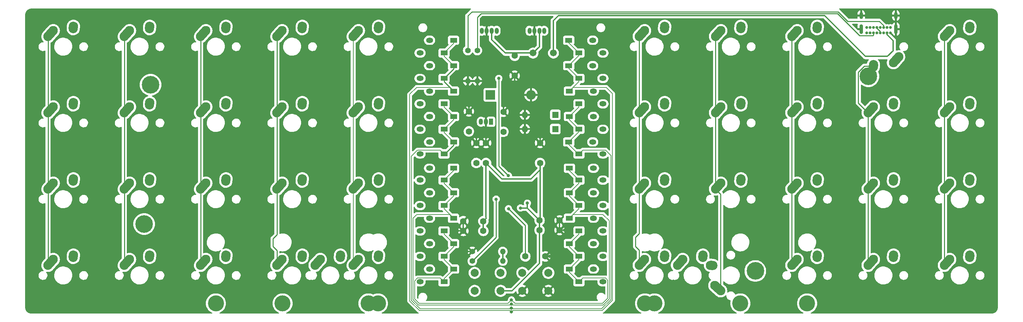
<source format=gbr>
%TF.GenerationSoftware,KiCad,Pcbnew,(7.0.0)*%
%TF.CreationDate,2024-04-29T17:19:58+02:00*%
%TF.ProjectId,LeSTMovoz revision,4c655354-4d6f-4766-9f7a-207265766973,rev?*%
%TF.SameCoordinates,Original*%
%TF.FileFunction,Copper,L2,Bot*%
%TF.FilePolarity,Positive*%
%FSLAX46Y46*%
G04 Gerber Fmt 4.6, Leading zero omitted, Abs format (unit mm)*
G04 Created by KiCad (PCBNEW (7.0.0)) date 2024-04-29 17:19:58*
%MOMM*%
%LPD*%
G01*
G04 APERTURE LIST*
G04 Aperture macros list*
%AMHorizOval*
0 Thick line with rounded ends*
0 $1 width*
0 $2 $3 position (X,Y) of the first rounded end (center of the circle)*
0 $4 $5 position (X,Y) of the second rounded end (center of the circle)*
0 Add line between two ends*
20,1,$1,$2,$3,$4,$5,0*
0 Add two circle primitives to create the rounded ends*
1,1,$1,$2,$3*
1,1,$1,$4,$5*%
G04 Aperture macros list end*
%TA.AperFunction,ComponentPad*%
%ADD10C,4.400000*%
%TD*%
%TA.AperFunction,ComponentPad*%
%ADD11R,1.778000X1.300000*%
%TD*%
%TA.AperFunction,ComponentPad*%
%ADD12O,1.778000X1.300000*%
%TD*%
%TA.AperFunction,ComponentPad*%
%ADD13C,2.000000*%
%TD*%
%TA.AperFunction,ComponentPad*%
%ADD14C,1.400000*%
%TD*%
%TA.AperFunction,ComponentPad*%
%ADD15O,1.400000X1.400000*%
%TD*%
%TA.AperFunction,ComponentPad*%
%ADD16C,1.710000*%
%TD*%
%TA.AperFunction,ComponentPad*%
%ADD17C,1.600000*%
%TD*%
%TA.AperFunction,ComponentPad*%
%ADD18HorizOval,2.300000X0.655008X0.729993X-0.655008X-0.729993X0*%
%TD*%
%TA.AperFunction,ComponentPad*%
%ADD19C,2.300000*%
%TD*%
%TA.AperFunction,ComponentPad*%
%ADD20HorizOval,2.300000X0.020004X0.290000X-0.020004X-0.290000X0*%
%TD*%
%TA.AperFunction,ComponentPad*%
%ADD21C,4.000000*%
%TD*%
%TA.AperFunction,ComponentPad*%
%ADD22R,1.600000X1.600000*%
%TD*%
%TA.AperFunction,ComponentPad*%
%ADD23O,1.600000X1.600000*%
%TD*%
%TA.AperFunction,ComponentPad*%
%ADD24R,2.400000X2.400000*%
%TD*%
%TA.AperFunction,ComponentPad*%
%ADD25O,2.400000X2.400000*%
%TD*%
%TA.AperFunction,ComponentPad*%
%ADD26R,1.050000X1.500000*%
%TD*%
%TA.AperFunction,ComponentPad*%
%ADD27O,1.050000X1.500000*%
%TD*%
%TA.AperFunction,ComponentPad*%
%ADD28HorizOval,2.300000X-0.729993X0.655008X0.729993X-0.655008X0*%
%TD*%
%TA.AperFunction,ComponentPad*%
%ADD29HorizOval,2.300000X-0.290000X0.020004X0.290000X-0.020004X0*%
%TD*%
%TA.AperFunction,ComponentPad*%
%ADD30HorizOval,2.300000X-0.655008X-0.729993X0.655008X0.729993X0*%
%TD*%
%TA.AperFunction,ComponentPad*%
%ADD31HorizOval,2.300000X-0.020004X-0.290000X0.020004X0.290000X0*%
%TD*%
%TA.AperFunction,ComponentPad*%
%ADD32O,1.000000X1.500000*%
%TD*%
%TA.AperFunction,ComponentPad*%
%ADD33C,0.700000*%
%TD*%
%TA.AperFunction,ComponentPad*%
%ADD34O,0.900000X1.700000*%
%TD*%
%TA.AperFunction,ComponentPad*%
%ADD35O,0.900000X2.400000*%
%TD*%
%TA.AperFunction,ViaPad*%
%ADD36C,0.800000*%
%TD*%
%TA.AperFunction,Conductor*%
%ADD37C,0.200000*%
%TD*%
%TA.AperFunction,Conductor*%
%ADD38C,0.250000*%
%TD*%
%TA.AperFunction,Conductor*%
%ADD39C,0.380000*%
%TD*%
G04 APERTURE END LIST*
D10*
%TO.P,,1*%
%TO.N,N/C*%
X55137500Y-42862500D03*
%TD*%
D11*
%TO.P,D6,1,K*%
%TO.N,ROW0*%
X159543749Y-31749999D03*
D12*
%TO.P,D6,2,A*%
%TO.N,Net-(D6-A)*%
X165543749Y-31749999D03*
%TD*%
D13*
%TO.P,SW2,1,A*%
%TO.N,NRST*%
X147962500Y-89825000D03*
X154462500Y-89825000D03*
%TO.P,SW2,2,B*%
%TO.N,GND*%
X147962500Y-94325000D03*
X154462500Y-94325000D03*
%TD*%
D14*
%TO.P,R4,1*%
%TO.N,GND*%
X135478264Y-84517916D03*
D15*
%TO.P,R4,2*%
%TO.N,Net-(R3-Pad2)*%
X143098263Y-84517915D03*
%TD*%
D16*
%TO.P,F1,1*%
%TO.N,VBUS*%
X155743750Y-34934000D03*
%TO.P,F1,2*%
%TO.N,+5V*%
X150643750Y-34934000D03*
%TD*%
D17*
%TO.P,C9,1*%
%TO.N,+3V3*%
X152400000Y-62396757D03*
%TO.P,C9,2*%
%TO.N,GND*%
X152400000Y-57396757D03*
%TD*%
D18*
%TO.P,MX24,1,1*%
%TO.N,COL3*%
X87332507Y-68167506D03*
D19*
X87987500Y-67437500D03*
D20*
%TO.P,MX24,2,2*%
%TO.N,Net-(D24-A)*%
X93007503Y-66647499D03*
D19*
X93027500Y-66357500D03*
%TD*%
D18*
%TO.P,MX10,1,1*%
%TO.N,COL9*%
X254020007Y-30067506D03*
D19*
X254675000Y-29337500D03*
D20*
%TO.P,MX10,2,2*%
%TO.N,Net-(D10-A)*%
X259695003Y-28547499D03*
D19*
X259715000Y-28257500D03*
%TD*%
D14*
%TO.P,R1,1*%
%TO.N,/CC1*%
X136725000Y-34290000D03*
D15*
%TO.P,R1,2*%
%TO.N,GND*%
X136724999Y-41909999D03*
%TD*%
D18*
%TO.P,MX19,1,1*%
%TO.N,COL8*%
X234970007Y-49117506D03*
D19*
X235625000Y-48387500D03*
D20*
%TO.P,MX19,2,2*%
%TO.N,Net-(D19-A)*%
X240645003Y-47597499D03*
D19*
X240665000Y-47307500D03*
%TD*%
D18*
%TO.P,MX5,1,1*%
%TO.N,COL4*%
X106382507Y-30067506D03*
D19*
X107037500Y-29337500D03*
D20*
%TO.P,MX5,2,2*%
%TO.N,Net-(D5-A)*%
X112057503Y-28547499D03*
D19*
X112077500Y-28257500D03*
%TD*%
D18*
%TO.P,MX6,1,1*%
%TO.N,COL5*%
X177820007Y-30067506D03*
D19*
X178475000Y-29337500D03*
D20*
%TO.P,MX6,2,2*%
%TO.N,Net-(D6-A)*%
X183495003Y-28547499D03*
D19*
X183515000Y-28257500D03*
%TD*%
D11*
%TO.P,D4,1,K*%
%TO.N,ROW0*%
X128412499Y-34924999D03*
D12*
%TO.P,D4,2,A*%
%TO.N,Net-(D4-A)*%
X122412499Y-34924999D03*
%TD*%
D18*
%TO.P,MX21,1,1*%
%TO.N,COL0*%
X30182507Y-68167506D03*
D19*
X30837500Y-67437500D03*
D20*
%TO.P,MX21,2,2*%
%TO.N,Net-(D21-A)*%
X35857503Y-66647499D03*
D19*
X35877500Y-66357500D03*
%TD*%
D10*
%TO.P,H6,1*%
%TO.N,N/C*%
X234387500Y-40736500D03*
%TD*%
D21*
%TO.P,S1,*%
%TO.N,*%
X202406250Y-97472500D03*
X178593750Y-97472500D03*
%TD*%
D17*
%TO.P,C6,1*%
%TO.N,+3V3*%
X136475000Y-62396757D03*
%TO.P,C6,2*%
%TO.N,GND*%
X136475000Y-57396757D03*
%TD*%
D18*
%TO.P,MX4,1,1*%
%TO.N,COL3*%
X87332507Y-30067506D03*
D19*
X87987500Y-29337500D03*
D20*
%TO.P,MX4,2,2*%
%TO.N,Net-(D4-A)*%
X93007503Y-28547499D03*
D19*
X93027500Y-28257500D03*
%TD*%
D17*
%TO.P,C7,1*%
%TO.N,+3V3*%
X138224728Y-79368071D03*
%TO.P,C7,2*%
%TO.N,GND*%
X133224728Y-79368071D03*
%TD*%
D18*
%TO.P,MX37,1,1*%
%TO.N,COL5*%
X177820007Y-87217506D03*
D19*
X178475000Y-86487500D03*
D20*
%TO.P,MX37,2,2*%
%TO.N,Net-(D36-A)*%
X183495003Y-85697499D03*
D19*
X183515000Y-85407500D03*
%TD*%
D18*
%TO.P,MX20,1,1*%
%TO.N,COL9*%
X254020007Y-49117506D03*
D19*
X254675000Y-48387500D03*
D20*
%TO.P,MX20,2,2*%
%TO.N,Net-(D20-A)*%
X259695003Y-47597499D03*
D19*
X259715000Y-47307500D03*
%TD*%
D21*
%TO.P,S2,*%
%TO.N,*%
X219075000Y-97472500D03*
X180975000Y-97472500D03*
%TD*%
D11*
%TO.P,D12,1,K*%
%TO.N,ROW1*%
X130793749Y-50799999D03*
D12*
%TO.P,D12,2,A*%
%TO.N,Net-(D12-A)*%
X124793749Y-50799999D03*
%TD*%
D18*
%TO.P,MX27,1,1*%
%TO.N,COL6*%
X196870007Y-68167506D03*
D19*
X197525000Y-67437500D03*
D20*
%TO.P,MX27,2,2*%
%TO.N,Net-(D27-A)*%
X202545003Y-66647499D03*
D19*
X202565000Y-66357500D03*
%TD*%
D18*
%TO.P,MX1,1,1*%
%TO.N,COL0*%
X30182507Y-30067506D03*
D19*
X30837500Y-29337500D03*
D20*
%TO.P,MX1,2,2*%
%TO.N,Net-(D1-A)*%
X35857503Y-28547499D03*
D19*
X35877500Y-28257500D03*
%TD*%
D18*
%TO.P,MX38,1,1*%
%TO.N,COL5*%
X187345007Y-87217506D03*
D19*
X188000000Y-86487500D03*
D20*
%TO.P,MX38,2,2*%
%TO.N,Net-(D36-A)*%
X193020003Y-85697499D03*
D19*
X193040000Y-85407500D03*
%TD*%
D22*
%TO.P,D45,1,K*%
%TO.N,D_N*%
X156209999Y-53899999D03*
D23*
%TO.P,D45,2,A*%
%TO.N,GND*%
X148589999Y-53899999D03*
%TD*%
D18*
%TO.P,MX12,1,1*%
%TO.N,COL1*%
X49232507Y-49117506D03*
D19*
X49887500Y-48387500D03*
D20*
%TO.P,MX12,2,2*%
%TO.N,Net-(D12-A)*%
X54907503Y-47597499D03*
D19*
X54927500Y-47307500D03*
%TD*%
D11*
%TO.P,D3,1,K*%
%TO.N,ROW0*%
X130793749Y-38099999D03*
D12*
%TO.P,D3,2,A*%
%TO.N,Net-(D3-A)*%
X124793749Y-38099999D03*
%TD*%
D11*
%TO.P,D8,1,K*%
%TO.N,ROW0*%
X159543749Y-38099999D03*
D12*
%TO.P,D8,2,A*%
%TO.N,Net-(D8-A)*%
X165543749Y-38099999D03*
%TD*%
D11*
%TO.P,D16,1,K*%
%TO.N,ROW1*%
X162099999Y-60124999D03*
D12*
%TO.P,D16,2,A*%
%TO.N,Net-(D16-A)*%
X168099999Y-60124999D03*
%TD*%
D18*
%TO.P,MX34,1,1*%
%TO.N,COL3*%
X87332507Y-87217506D03*
D19*
X87987500Y-86487500D03*
D20*
%TO.P,MX34,2,2*%
%TO.N,Net-(D34-A)*%
X93007503Y-85697499D03*
D19*
X93027500Y-85407500D03*
%TD*%
D17*
%TO.P,C1,1*%
%TO.N,GND*%
X134625429Y-49502571D03*
%TO.P,C1,2*%
%TO.N,+5V*%
X134625429Y-54502571D03*
%TD*%
D11*
%TO.P,D9,1,K*%
%TO.N,ROW0*%
X162099999Y-41274999D03*
D12*
%TO.P,D9,2,A*%
%TO.N,Net-(D9-A)*%
X168099999Y-41274999D03*
%TD*%
D11*
%TO.P,D24,1,K*%
%TO.N,ROW2*%
X128412499Y-66674999D03*
D12*
%TO.P,D24,2,A*%
%TO.N,Net-(D24-A)*%
X122412499Y-66674999D03*
%TD*%
D18*
%TO.P,MX41,1,1*%
%TO.N,COL8*%
X234970007Y-87217506D03*
D19*
X235625000Y-86487500D03*
D20*
%TO.P,MX41,2,2*%
%TO.N,Net-(D39-A)*%
X240645003Y-85697499D03*
D19*
X240665000Y-85407500D03*
%TD*%
D11*
%TO.P,D38,1,K*%
%TO.N,ROW3*%
X162099999Y-85724999D03*
D12*
%TO.P,D38,2,A*%
%TO.N,Net-(D38-A)*%
X168099999Y-85724999D03*
%TD*%
D11*
%TO.P,D29,1,K*%
%TO.N,ROW2*%
X162099999Y-73024999D03*
D12*
%TO.P,D29,2,A*%
%TO.N,Net-(D29-A)*%
X168099999Y-73024999D03*
%TD*%
D14*
%TO.P,R2,1*%
%TO.N,/CC2*%
X134343750Y-34290000D03*
D15*
%TO.P,R2,2*%
%TO.N,GND*%
X134343749Y-41909999D03*
%TD*%
D18*
%TO.P,MX28,1,1*%
%TO.N,COL7*%
X215920007Y-68167506D03*
D19*
X216575000Y-67437500D03*
D20*
%TO.P,MX28,2,2*%
%TO.N,Net-(D28-A)*%
X221595003Y-66647499D03*
D19*
X221615000Y-66357500D03*
%TD*%
D18*
%TO.P,MX8,1,1*%
%TO.N,COL7*%
X215920007Y-30067506D03*
D19*
X216575000Y-29337500D03*
D20*
%TO.P,MX8,2,2*%
%TO.N,Net-(D8-A)*%
X221595003Y-28547499D03*
D19*
X221615000Y-28257500D03*
%TD*%
D11*
%TO.P,D18,1,K*%
%TO.N,ROW1*%
X162099999Y-53974999D03*
D12*
%TO.P,D18,2,A*%
%TO.N,Net-(D18-A)*%
X168099999Y-53974999D03*
%TD*%
D18*
%TO.P,MX18,1,1*%
%TO.N,COL7*%
X215920007Y-49117506D03*
D19*
X216575000Y-48387500D03*
D20*
%TO.P,MX18,2,2*%
%TO.N,Net-(D18-A)*%
X221595003Y-47597499D03*
D19*
X221615000Y-47307500D03*
%TD*%
D11*
%TO.P,D7,1,K*%
%TO.N,ROW0*%
X162099999Y-34924999D03*
D12*
%TO.P,D7,2,A*%
%TO.N,Net-(D7-A)*%
X168099999Y-34924999D03*
%TD*%
D11*
%TO.P,D34,1,K*%
%TO.N,ROW3*%
X130793749Y-88899999D03*
D12*
%TO.P,D34,2,A*%
%TO.N,Net-(D34-A)*%
X124793749Y-88899999D03*
%TD*%
D11*
%TO.P,D20,1,K*%
%TO.N,ROW1*%
X162099999Y-47624999D03*
D12*
%TO.P,D20,2,A*%
%TO.N,Net-(D20-A)*%
X168099999Y-47624999D03*
%TD*%
D18*
%TO.P,MX33,1,1*%
%TO.N,COL2*%
X68282507Y-87217506D03*
D19*
X68937500Y-86487500D03*
D20*
%TO.P,MX33,2,2*%
%TO.N,Net-(D33-A)*%
X73957503Y-85697499D03*
D19*
X73977500Y-85407500D03*
%TD*%
D11*
%TO.P,D13,1,K*%
%TO.N,ROW1*%
X128412499Y-53974999D03*
D12*
%TO.P,D13,2,A*%
%TO.N,Net-(D13-A)*%
X122412499Y-53974999D03*
%TD*%
D24*
%TO.P,D43,1,A1*%
%TO.N,+5V*%
X139987677Y-45367783D03*
D25*
%TO.P,D43,2,A2*%
%TO.N,GND*%
X150147677Y-45367783D03*
%TD*%
D11*
%TO.P,D15,1,K*%
%TO.N,ROW1*%
X128412499Y-60124999D03*
D12*
%TO.P,D15,2,A*%
%TO.N,Net-(D15-A)*%
X122412499Y-60124999D03*
%TD*%
D18*
%TO.P,MX23,1,1*%
%TO.N,COL2*%
X68282507Y-68167506D03*
D19*
X68937500Y-67437500D03*
D20*
%TO.P,MX23,2,2*%
%TO.N,Net-(D23-A)*%
X73957503Y-66647499D03*
D19*
X73977500Y-66357500D03*
%TD*%
D11*
%TO.P,D33,1,K*%
%TO.N,ROW3*%
X128412499Y-85724999D03*
D12*
%TO.P,D33,2,A*%
%TO.N,Net-(D33-A)*%
X122412499Y-85724999D03*
%TD*%
D11*
%TO.P,D10,1,K*%
%TO.N,ROW0*%
X159718749Y-44449999D03*
D12*
%TO.P,D10,2,A*%
%TO.N,Net-(D10-A)*%
X165718749Y-44449999D03*
%TD*%
D11*
%TO.P,D36,1,K*%
%TO.N,ROW3*%
X162099999Y-92074999D03*
D12*
%TO.P,D36,2,A*%
%TO.N,Net-(D36-A)*%
X168099999Y-92074999D03*
%TD*%
D18*
%TO.P,MX14,1,1*%
%TO.N,COL3*%
X87332507Y-49117506D03*
D19*
X87987500Y-48387500D03*
D20*
%TO.P,MX14,2,2*%
%TO.N,Net-(D14-A)*%
X93007503Y-47597499D03*
D19*
X93027500Y-47307500D03*
%TD*%
D11*
%TO.P,D19,1,K*%
%TO.N,ROW1*%
X159718749Y-50799999D03*
D12*
%TO.P,D19,2,A*%
%TO.N,Net-(D19-A)*%
X165718749Y-50799999D03*
%TD*%
D11*
%TO.P,D5,1,K*%
%TO.N,ROW0*%
X130793749Y-31749999D03*
D12*
%TO.P,D5,2,A*%
%TO.N,Net-(D5-A)*%
X124793749Y-31749999D03*
%TD*%
D26*
%TO.P,U2,1,VO*%
%TO.N,+3V3*%
X140176249Y-52091987D03*
D27*
%TO.P,U2,2,GND*%
%TO.N,GND*%
X138906249Y-52091987D03*
%TO.P,U2,3,VI*%
%TO.N,+5V*%
X137636249Y-52091987D03*
%TD*%
D17*
%TO.P,C11,1*%
%TO.N,+3V3*%
X138906250Y-62396757D03*
%TO.P,C11,2*%
%TO.N,GND*%
X138906250Y-57396757D03*
%TD*%
D21*
%TO.P,S3,*%
%TO.N,*%
X109537500Y-97472500D03*
X71437500Y-97472500D03*
%TD*%
D11*
%TO.P,D23,1,K*%
%TO.N,ROW2*%
X130793749Y-69849999D03*
D12*
%TO.P,D23,2,A*%
%TO.N,Net-(D23-A)*%
X124793749Y-69849999D03*
%TD*%
D18*
%TO.P,MX17,1,1*%
%TO.N,COL6*%
X196870007Y-49117506D03*
D19*
X197525000Y-48387500D03*
D20*
%TO.P,MX17,2,2*%
%TO.N,Net-(D17-A)*%
X202545003Y-47597499D03*
D19*
X202565000Y-47307500D03*
%TD*%
D11*
%TO.P,D27,1,K*%
%TO.N,ROW2*%
X162099999Y-66674999D03*
D12*
%TO.P,D27,2,A*%
%TO.N,Net-(D27-A)*%
X168099999Y-66674999D03*
%TD*%
D11*
%TO.P,D2,1,K*%
%TO.N,ROW0*%
X128412499Y-41274999D03*
D12*
%TO.P,D2,2,A*%
%TO.N,Net-(D2-A)*%
X122412499Y-41274999D03*
%TD*%
D17*
%TO.P,C10,1*%
%TO.N,+3V3*%
X152268053Y-76738522D03*
%TO.P,C10,2*%
%TO.N,GND*%
X157268053Y-76738522D03*
%TD*%
D18*
%TO.P,MX16,1,1*%
%TO.N,COL5*%
X177820007Y-49117506D03*
D19*
X178475000Y-48387500D03*
D20*
%TO.P,MX16,2,2*%
%TO.N,Net-(D16-A)*%
X183495003Y-47597499D03*
D19*
X183515000Y-47307500D03*
%TD*%
D11*
%TO.P,D39,1,K*%
%TO.N,ROW3*%
X159718749Y-82549999D03*
D12*
%TO.P,D39,2,A*%
%TO.N,Net-(D39-A)*%
X165718749Y-82549999D03*
%TD*%
D11*
%TO.P,D17,1,K*%
%TO.N,ROW1*%
X159543749Y-57149999D03*
D12*
%TO.P,D17,2,A*%
%TO.N,Net-(D17-A)*%
X165543749Y-57149999D03*
%TD*%
D18*
%TO.P,MX31,1,1*%
%TO.N,COL0*%
X30182507Y-87217506D03*
D19*
X30837500Y-86487500D03*
D20*
%TO.P,MX31,2,2*%
%TO.N,Net-(D31-A)*%
X35857503Y-85697499D03*
D19*
X35877500Y-85407500D03*
%TD*%
D21*
%TO.P,S4,*%
%TO.N,*%
X111918750Y-97472500D03*
X88106250Y-97472500D03*
%TD*%
D11*
%TO.P,D40,1,K*%
%TO.N,ROW3*%
X162099999Y-79374999D03*
D12*
%TO.P,D40,2,A*%
%TO.N,Net-(D40-A)*%
X168099999Y-79374999D03*
%TD*%
D18*
%TO.P,MX26,1,1*%
%TO.N,COL5*%
X177820007Y-68167506D03*
D19*
X178475000Y-67437500D03*
D20*
%TO.P,MX26,2,2*%
%TO.N,Net-(D26-A)*%
X183495003Y-66647499D03*
D19*
X183515000Y-66357500D03*
%TD*%
D11*
%TO.P,D1,1,K*%
%TO.N,ROW0*%
X130793749Y-44449999D03*
D12*
%TO.P,D1,2,A*%
%TO.N,Net-(D1-A)*%
X124793749Y-44449999D03*
%TD*%
D14*
%TO.P,R3,1*%
%TO.N,BOOT0*%
X135478264Y-86899166D03*
D15*
%TO.P,R3,2*%
%TO.N,Net-(R3-Pad2)*%
X143098263Y-86899165D03*
%TD*%
D11*
%TO.P,D30,1,K*%
%TO.N,ROW2*%
X159718749Y-76199999D03*
D12*
%TO.P,D30,2,A*%
%TO.N,Net-(D30-A)*%
X165718749Y-76199999D03*
%TD*%
D17*
%TO.P,C8,1*%
%TO.N,+3V3*%
X138224728Y-76936821D03*
%TO.P,C8,2*%
%TO.N,GND*%
X133224728Y-76936821D03*
%TD*%
D18*
%TO.P,MX32,1,1*%
%TO.N,COL1*%
X49232507Y-87217506D03*
D19*
X49887500Y-86487500D03*
D20*
%TO.P,MX32,2,2*%
%TO.N,Net-(D32-A)*%
X54907503Y-85697499D03*
D19*
X54927500Y-85407500D03*
%TD*%
D11*
%TO.P,D31,1,K*%
%TO.N,ROW3*%
X128412499Y-79374999D03*
D12*
%TO.P,D31,2,A*%
%TO.N,Net-(D31-A)*%
X122412499Y-79374999D03*
%TD*%
D18*
%TO.P,MX3,1,1*%
%TO.N,COL2*%
X68282507Y-30067506D03*
D19*
X68937500Y-29337500D03*
D20*
%TO.P,MX3,2,2*%
%TO.N,Net-(D3-A)*%
X73957503Y-28547499D03*
D19*
X73977500Y-28257500D03*
%TD*%
D11*
%TO.P,D28,1,K*%
%TO.N,ROW2*%
X159718749Y-69849999D03*
D12*
%TO.P,D28,2,A*%
%TO.N,Net-(D28-A)*%
X165718749Y-69849999D03*
%TD*%
D18*
%TO.P,MX29,1,1*%
%TO.N,COL8*%
X234970007Y-68167506D03*
D19*
X235625000Y-67437500D03*
D20*
%TO.P,MX29,2,2*%
%TO.N,Net-(D29-A)*%
X240645003Y-66647499D03*
D19*
X240665000Y-66357500D03*
%TD*%
D28*
%TO.P,MX39,1,1*%
%TO.N,COL6*%
X196755006Y-93642491D03*
D19*
X196025000Y-92987500D03*
D29*
%TO.P,MX39,2,2*%
%TO.N,Net-(D37-A)*%
X195234999Y-87967495D03*
D19*
X194945000Y-87947500D03*
%TD*%
D11*
%TO.P,D11,1,K*%
%TO.N,ROW1*%
X128412499Y-47624999D03*
D12*
%TO.P,D11,2,A*%
%TO.N,Net-(D11-A)*%
X122412499Y-47624999D03*
%TD*%
D18*
%TO.P,MX7,1,1*%
%TO.N,COL6*%
X196870007Y-30067506D03*
D19*
X197525000Y-29337500D03*
D20*
%TO.P,MX7,2,2*%
%TO.N,Net-(D7-A)*%
X202545003Y-28547499D03*
D19*
X202565000Y-28257500D03*
%TD*%
D18*
%TO.P,MX22,1,1*%
%TO.N,COL1*%
X49232507Y-68167506D03*
D19*
X49887500Y-67437500D03*
D20*
%TO.P,MX22,2,2*%
%TO.N,Net-(D22-A)*%
X54907503Y-66647499D03*
D19*
X54927500Y-66357500D03*
%TD*%
D30*
%TO.P,MX9,1,1*%
%TO.N,Net-(D9-A)*%
X241279991Y-36607492D03*
D19*
X240625000Y-37337500D03*
D31*
%TO.P,MX9,2,2*%
%TO.N,COL8*%
X235604995Y-38127499D03*
D19*
X235585000Y-38417500D03*
%TD*%
D17*
%TO.P,C4,1*%
%TO.N,NRST*%
X148712500Y-85725000D03*
%TO.P,C4,2*%
%TO.N,GND*%
X153712500Y-85725000D03*
%TD*%
D11*
%TO.P,D37,1,K*%
%TO.N,ROW3*%
X159718749Y-88899999D03*
D12*
%TO.P,D37,2,A*%
%TO.N,Net-(D37-A)*%
X165718749Y-88899999D03*
%TD*%
D11*
%TO.P,D21,1,K*%
%TO.N,ROW2*%
X130793749Y-76199999D03*
D12*
%TO.P,D21,2,A*%
%TO.N,Net-(D21-A)*%
X124793749Y-76199999D03*
%TD*%
D17*
%TO.P,C5,1*%
%TO.N,+3V3*%
X152268053Y-79169772D03*
%TO.P,C5,2*%
%TO.N,GND*%
X157268053Y-79169772D03*
%TD*%
D18*
%TO.P,MX15,1,1*%
%TO.N,COL4*%
X106382507Y-49117506D03*
D19*
X107037500Y-48387500D03*
D20*
%TO.P,MX15,2,2*%
%TO.N,Net-(D15-A)*%
X112057503Y-47597499D03*
D19*
X112077500Y-47307500D03*
%TD*%
D10*
%TO.P,,1*%
%TO.N,N/C*%
X206137500Y-89371500D03*
%TD*%
%TO.P,,1*%
%TO.N,N/C*%
X53537500Y-77636500D03*
%TD*%
D18*
%TO.P,MX25,1,1*%
%TO.N,COL4*%
X106382507Y-68167506D03*
D19*
X107037500Y-67437500D03*
D20*
%TO.P,MX25,2,2*%
%TO.N,Net-(D25-A)*%
X112057503Y-66647499D03*
D19*
X112077500Y-66357500D03*
%TD*%
D18*
%TO.P,MX36,1,1*%
%TO.N,COL4*%
X96857507Y-87217506D03*
D19*
X97512500Y-86487500D03*
D20*
%TO.P,MX36,2,2*%
%TO.N,Net-(D35-A)*%
X102532503Y-85697499D03*
D19*
X102552500Y-85407500D03*
%TD*%
D18*
%TO.P,MX13,1,1*%
%TO.N,COL2*%
X68282507Y-49117506D03*
D19*
X68937500Y-48387500D03*
D20*
%TO.P,MX13,2,2*%
%TO.N,Net-(D13-A)*%
X73957503Y-47597499D03*
D19*
X73977500Y-47307500D03*
%TD*%
D18*
%TO.P,MX40,1,1*%
%TO.N,COL7*%
X215920007Y-87217506D03*
D19*
X216575000Y-86487500D03*
D20*
%TO.P,MX40,2,2*%
%TO.N,Net-(D38-A)*%
X221595003Y-85697499D03*
D19*
X221615000Y-85407500D03*
%TD*%
D11*
%TO.P,D25,1,K*%
%TO.N,ROW2*%
X130793749Y-63699999D03*
D12*
%TO.P,D25,2,A*%
%TO.N,Net-(D25-A)*%
X124793749Y-63699999D03*
%TD*%
D11*
%TO.P,D22,1,K*%
%TO.N,ROW2*%
X128412499Y-73024999D03*
D12*
%TO.P,D22,2,A*%
%TO.N,Net-(D22-A)*%
X122412499Y-73024999D03*
%TD*%
D17*
%TO.P,C3,1*%
%TO.N,+5V*%
X146050000Y-35600000D03*
%TO.P,C3,2*%
%TO.N,GND*%
X146050000Y-40600000D03*
%TD*%
D18*
%TO.P,MX2,1,1*%
%TO.N,COL1*%
X49232507Y-30067506D03*
D19*
X49887500Y-29337500D03*
D20*
%TO.P,MX2,2,2*%
%TO.N,Net-(D2-A)*%
X54907503Y-28547499D03*
D19*
X54927500Y-28257500D03*
%TD*%
D11*
%TO.P,D32,1,K*%
%TO.N,ROW3*%
X130793749Y-82549999D03*
D12*
%TO.P,D32,2,A*%
%TO.N,Net-(D32-A)*%
X124793749Y-82549999D03*
%TD*%
D18*
%TO.P,MX11,1,1*%
%TO.N,COL0*%
X30182507Y-49117506D03*
D19*
X30837500Y-48387500D03*
D20*
%TO.P,MX11,2,2*%
%TO.N,Net-(D11-A)*%
X35857503Y-47597499D03*
D19*
X35877500Y-47307500D03*
%TD*%
D18*
%TO.P,MX42,1,1*%
%TO.N,COL9*%
X254020007Y-87217506D03*
D19*
X254675000Y-86487500D03*
D20*
%TO.P,MX42,2,2*%
%TO.N,Net-(D40-A)*%
X259695003Y-85697499D03*
D19*
X259715000Y-85407500D03*
%TD*%
D18*
%TO.P,MX30,1,1*%
%TO.N,COL9*%
X254020007Y-68167506D03*
D19*
X254675000Y-67437500D03*
D20*
%TO.P,MX30,2,2*%
%TO.N,Net-(D30-A)*%
X259695003Y-66647499D03*
D19*
X259715000Y-66357500D03*
%TD*%
D18*
%TO.P,MX35,1,1*%
%TO.N,COL4*%
X106382507Y-87217506D03*
D19*
X107037500Y-86487500D03*
D20*
%TO.P,MX35,2,2*%
%TO.N,Net-(D35-A)*%
X112057503Y-85697499D03*
D19*
X112077500Y-85407500D03*
%TD*%
D17*
%TO.P,C2,1*%
%TO.N,GND*%
X143250429Y-49600098D03*
%TO.P,C2,2*%
%TO.N,+3V3*%
X143250429Y-54600098D03*
%TD*%
D11*
%TO.P,D14,1,K*%
%TO.N,ROW1*%
X130793749Y-57149999D03*
D12*
%TO.P,D14,2,A*%
%TO.N,Net-(D14-A)*%
X124793749Y-57149999D03*
%TD*%
D13*
%TO.P,SW1,1,1*%
%TO.N,+3V3*%
X142550000Y-94325000D03*
X136050000Y-94325000D03*
%TO.P,SW1,2,2*%
%TO.N,BOOT0*%
X142550000Y-89825000D03*
X136050000Y-89825000D03*
%TD*%
D11*
%TO.P,D35,1,K*%
%TO.N,ROW3*%
X128412499Y-92074999D03*
D12*
%TO.P,D35,2,A*%
%TO.N,Net-(D35-A)*%
X122412499Y-92074999D03*
%TD*%
D22*
%TO.P,D44,1,K*%
%TO.N,D_P*%
X156209999Y-50349999D03*
D23*
%TO.P,D44,2,A*%
%TO.N,GND*%
X148589999Y-50349999D03*
%TD*%
D11*
%TO.P,D26,1,K*%
%TO.N,ROW2*%
X159718749Y-63699999D03*
D12*
%TO.P,D26,2,A*%
%TO.N,Net-(D26-A)*%
X165718749Y-63699999D03*
%TD*%
D32*
%TO.P,D41,1,VDD*%
%TO.N,GND*%
X139074999Y-29368749D03*
%TO.P,D41,2,DOUT*%
%TO.N,Net-(D41-DOUT)*%
X141549999Y-29368749D03*
%TO.P,D41,3,VSS*%
%TO.N,+5V*%
X140324999Y-29368749D03*
%TO.P,D41,4,DIN*%
%TO.N,RGBin*%
X137849999Y-29368749D03*
%TD*%
%TO.P,D42,1,VDD*%
%TO.N,GND*%
X150981249Y-29368749D03*
%TO.P,D42,2,DOUT*%
%TO.N,unconnected-(D42-DOUT-Pad2)*%
X153456249Y-29368749D03*
%TO.P,D42,3,VSS*%
%TO.N,+5V*%
X152231249Y-29368749D03*
%TO.P,D42,4,DIN*%
%TO.N,Net-(D41-DOUT)*%
X149756249Y-29368749D03*
%TD*%
D33*
%TO.P,J1,A1,GND*%
%TO.N,GND*%
X233938179Y-29918750D03*
%TO.P,J1,A4,VBUS*%
%TO.N,VBUS*%
X234788179Y-29918750D03*
%TO.P,J1,A5,CC1*%
%TO.N,/CC1*%
X235638179Y-29918750D03*
%TO.P,J1,A6,D+*%
%TO.N,D_P*%
X236488179Y-29918750D03*
%TO.P,J1,A7,D-*%
%TO.N,D_N*%
X237338179Y-29918750D03*
%TO.P,J1,A8,SBU1*%
%TO.N,unconnected-(J1-SBU1-PadA8)*%
X238188179Y-29918750D03*
%TO.P,J1,A9,VBUS*%
%TO.N,VBUS*%
X239038179Y-29918750D03*
%TO.P,J1,A12,GND*%
%TO.N,GND*%
X239888179Y-29918750D03*
%TO.P,J1,B1,GND*%
X239888179Y-28568750D03*
%TO.P,J1,B4,VBUS*%
%TO.N,VBUS*%
X239038179Y-28568750D03*
%TO.P,J1,B5,CC2*%
%TO.N,/CC2*%
X238188179Y-28568750D03*
%TO.P,J1,B6,D+*%
%TO.N,D_P*%
X237338179Y-28568750D03*
%TO.P,J1,B7,D-*%
%TO.N,D_N*%
X236488179Y-28568750D03*
%TO.P,J1,B8,SBU2*%
%TO.N,unconnected-(J1-SBU2-PadB8)*%
X235638179Y-28568750D03*
%TO.P,J1,B9,VBUS*%
%TO.N,VBUS*%
X234788179Y-28568750D03*
%TO.P,J1,B12,GND*%
%TO.N,GND*%
X233938179Y-28568750D03*
D34*
%TO.P,J1,S1,SHIELD*%
X232588178Y-25558749D03*
D35*
X232588178Y-28938749D03*
D34*
X241238178Y-25558749D03*
D35*
X241238178Y-28938749D03*
%TD*%
D36*
%TO.N,ROW0*%
X145256250Y-99612500D03*
%TO.N,+3V3*%
X147506250Y-73637347D03*
X149225000Y-72418597D03*
%TO.N,GND*%
X134639368Y-48180169D03*
X145256250Y-68874847D03*
X154781250Y-85725000D03*
X158497078Y-79166259D03*
X151218121Y-94325000D03*
X134337230Y-43140918D03*
X148593035Y-48909578D03*
X138903834Y-50926187D03*
X139700000Y-27781250D03*
X138916029Y-55951516D03*
X136728259Y-43131429D03*
X141440643Y-38132380D03*
X148588133Y-55190941D03*
X134124773Y-84513768D03*
X143254528Y-48221381D03*
X136477558Y-55951516D03*
X152390511Y-56001989D03*
X146050000Y-42068750D03*
X152350974Y-45381023D03*
X131762500Y-79375000D03*
X151606250Y-27781250D03*
%TO.N,NRST*%
X144511040Y-73815330D03*
%TO.N,BOOT0*%
X141416942Y-71425990D03*
%TO.N,ROW1*%
X145256250Y-98612997D03*
%TO.N,ROW2*%
X145256250Y-97613494D03*
%TO.N,ROW3*%
X145256250Y-96613991D03*
%TO.N,RGB MCU*%
X144462500Y-65571757D03*
X142081250Y-41275000D03*
%TD*%
D37*
%TO.N,ROW0*%
X162100000Y-41275000D02*
X159543750Y-38718750D01*
X144862500Y-99218750D02*
X145256250Y-99612500D01*
D38*
X130793750Y-38893750D02*
X130793750Y-38100000D01*
D37*
X162100000Y-34925000D02*
X159543750Y-32368750D01*
X170489000Y-45076500D02*
X168912500Y-43500000D01*
X128412500Y-35718750D02*
X128412500Y-34925000D01*
X121600000Y-43500000D02*
X119850000Y-45250000D01*
X119850000Y-45250000D02*
X119850000Y-96831250D01*
X168912500Y-43500000D02*
X160668750Y-43500000D01*
X160668750Y-43500000D02*
X159718750Y-44450000D01*
X167940500Y-99218750D02*
X170489000Y-96670250D01*
X119850000Y-96831250D02*
X122237500Y-99218750D01*
X122237500Y-99218750D02*
X144862500Y-99218750D01*
X159543750Y-38718750D02*
X159543750Y-38100000D01*
X162100000Y-35543750D02*
X162100000Y-34925000D01*
X130793750Y-32543750D02*
X130793750Y-31750000D01*
X170489000Y-96670250D02*
X170489000Y-45076500D01*
X128412500Y-34925000D02*
X130793750Y-32543750D01*
X130793750Y-38100000D02*
X128412500Y-35718750D01*
X145256250Y-99612500D02*
X145650000Y-99218750D01*
D38*
X128412500Y-41275000D02*
X130793750Y-38893750D01*
D37*
X159543750Y-32368750D02*
X159543750Y-31750000D01*
X129843750Y-43500000D02*
X121600000Y-43500000D01*
X162100000Y-42068750D02*
X162100000Y-41275000D01*
D38*
X130793750Y-44450000D02*
X128412500Y-42068750D01*
X128412500Y-42068750D02*
X128412500Y-41275000D01*
D37*
X159718750Y-44450000D02*
X162100000Y-42068750D01*
X159543750Y-38100000D02*
X162100000Y-35543750D01*
X145650000Y-99218750D02*
X167940500Y-99218750D01*
X130793750Y-44450000D02*
X129843750Y-43500000D01*
D39*
%TO.N,+3V3*%
X142871250Y-66361757D02*
X150122500Y-66361757D01*
X152268053Y-87485204D02*
X145428257Y-94325000D01*
X138919447Y-76242102D02*
X138224728Y-76936821D01*
X149225000Y-73637347D02*
X152268053Y-76680400D01*
X149225000Y-73637347D02*
X149225000Y-72418597D01*
X138224728Y-76936821D02*
X138224728Y-79318071D01*
X152400000Y-76606575D02*
X152268053Y-76738522D01*
X150122500Y-66361757D02*
X152400000Y-64084256D01*
X152268053Y-79169772D02*
X152268053Y-87485204D01*
X138906250Y-62396757D02*
X138906250Y-75986874D01*
X149225000Y-73637347D02*
X147506250Y-73637347D01*
X152400000Y-64084256D02*
X152400000Y-62396757D01*
X138906250Y-62396757D02*
X142871250Y-66361757D01*
X152268053Y-76738522D02*
X152268053Y-79119772D01*
X145428257Y-94325000D02*
X142550000Y-94325000D01*
X152400000Y-62396757D02*
X152400000Y-76606575D01*
%TO.N,GND*%
X134128921Y-84517916D02*
X134124773Y-84513768D01*
X152400000Y-57396757D02*
X152400000Y-56356250D01*
X157268053Y-79169772D02*
X158493565Y-79169772D01*
X136475000Y-57396757D02*
X136475000Y-55954074D01*
X146050000Y-40600000D02*
X146050000Y-42068750D01*
X148590000Y-53900000D02*
X148590000Y-50350000D01*
X148590000Y-48912613D02*
X148593035Y-48909578D01*
X143250429Y-49600098D02*
X143250429Y-48225480D01*
X152337735Y-45367784D02*
X152350974Y-45381023D01*
X150981250Y-28406250D02*
X151606250Y-27781250D01*
X138906250Y-57396757D02*
X138906250Y-55961295D01*
X134625429Y-48194108D02*
X134639368Y-48180169D01*
X136725000Y-41910000D02*
X136725000Y-43128170D01*
X157268053Y-76738522D02*
X157268053Y-79169772D01*
X135478264Y-84517916D02*
X134128921Y-84517916D01*
X139075000Y-29368750D02*
X139075000Y-28406250D01*
X131769429Y-79368071D02*
X131762500Y-79375000D01*
X134343750Y-41910000D02*
X134343750Y-43134398D01*
X158493565Y-79169772D02*
X158497078Y-79166259D01*
X133224728Y-76936821D02*
X133224728Y-79368071D01*
X138906250Y-50928603D02*
X138903834Y-50926187D01*
X148590000Y-50350000D02*
X148590000Y-48912613D01*
X136725000Y-43128170D02*
X136728259Y-43131429D01*
X152400000Y-56356250D02*
X152400000Y-56011478D01*
X150981250Y-29368750D02*
X150981250Y-28406250D01*
X148590000Y-53900000D02*
X148590000Y-55189074D01*
X139075000Y-28406250D02*
X139700000Y-27781250D01*
X134343750Y-43134398D02*
X134337230Y-43140918D01*
X134625429Y-49502571D02*
X134625429Y-48194108D01*
X150147678Y-45367784D02*
X152337735Y-45367784D01*
X138906250Y-52091988D02*
X138906250Y-50928603D01*
X153712500Y-85725000D02*
X154781250Y-85725000D01*
X148590000Y-55189074D02*
X148588133Y-55190941D01*
X133224728Y-79368071D02*
X131769429Y-79368071D01*
D38*
%TO.N,NRST*%
X148712500Y-78016790D02*
X144511040Y-73815330D01*
X148712500Y-85725000D02*
X148712500Y-78016790D01*
D39*
%TO.N,+5V*%
X152231250Y-33346500D02*
X152231250Y-30162500D01*
X150643750Y-34934000D02*
X152231250Y-33346500D01*
X143677750Y-34934000D02*
X150643750Y-34934000D01*
X140325000Y-31581250D02*
X143677750Y-34934000D01*
X140325000Y-29368750D02*
X140325000Y-31581250D01*
X152231250Y-30162500D02*
X152231250Y-29368750D01*
%TO.N,VBUS*%
X240558900Y-31802650D02*
X240558900Y-34345654D01*
X240558900Y-34345654D02*
X239133154Y-35771400D01*
X223419060Y-25571250D02*
X156991250Y-25571250D01*
X155743750Y-26818750D02*
X155743750Y-34934000D01*
X239133154Y-35771400D02*
X233619209Y-35771400D01*
X156991250Y-25571250D02*
X155743750Y-26818750D01*
X239038179Y-30281929D02*
X240558900Y-31802650D01*
X233619209Y-35771400D02*
X223419060Y-25571250D01*
X239038179Y-29918750D02*
X239038179Y-30281929D01*
D38*
%TO.N,/CC1*%
X136725000Y-25993750D02*
X136725000Y-34290000D01*
X235638179Y-30413724D02*
X235458153Y-30593750D01*
X226668750Y-25056250D02*
X137662500Y-25056250D01*
X232206250Y-30593750D02*
X226668750Y-25056250D01*
X235638179Y-29918750D02*
X235638179Y-30413724D01*
X137662500Y-25056250D02*
X136725000Y-25993750D01*
X235458153Y-30593750D02*
X232206250Y-30593750D01*
%TO.N,/CC2*%
X229236396Y-26987500D02*
X226855146Y-24606250D01*
X238188179Y-28568750D02*
X238188179Y-28073776D01*
X238188179Y-28073776D02*
X237101903Y-26987500D01*
X135355257Y-24606250D02*
X226855146Y-24606250D01*
X237101903Y-26987500D02*
X229236396Y-26987500D01*
X134343750Y-34290000D02*
X134343750Y-25617757D01*
X134343750Y-25617757D02*
X135355257Y-24606250D01*
%TO.N,BOOT0*%
X135478264Y-86899166D02*
X141416942Y-80960488D01*
X141416942Y-80960488D02*
X141416942Y-71425990D01*
%TO.N,D_N*%
X236488179Y-28673345D02*
X237338179Y-29523345D01*
X236488179Y-28568750D02*
X236488179Y-28673345D01*
X237338179Y-29523345D02*
X237338179Y-29918750D01*
D37*
%TO.N,ROW1*%
X128412500Y-54768750D02*
X128412500Y-53975000D01*
X159543750Y-57768750D02*
X159543750Y-57150000D01*
X128412500Y-53975000D02*
X130793750Y-51593750D01*
X162100000Y-54593750D02*
X162100000Y-53975000D01*
X145462003Y-98818750D02*
X167774814Y-98818750D01*
X170089000Y-96504564D02*
X170089000Y-60531497D01*
X159543750Y-57150000D02*
X162100000Y-54593750D01*
X120250000Y-96665564D02*
X122403186Y-98818750D01*
X162100000Y-53975000D02*
X159718750Y-51593750D01*
X130793750Y-57150000D02*
X128412500Y-54768750D01*
X168732503Y-59175000D02*
X163050000Y-59175000D01*
X127462500Y-59175000D02*
X121779997Y-59175000D01*
X128412500Y-48418750D02*
X128412500Y-47625000D01*
X145256250Y-98612997D02*
X145462003Y-98818750D01*
X128412500Y-60125000D02*
X127462500Y-59175000D01*
X121779997Y-59175000D02*
X120250000Y-60704997D01*
X130793750Y-51593750D02*
X130793750Y-50800000D01*
X170089000Y-60531497D02*
X168732503Y-59175000D01*
D38*
X128412500Y-60325000D02*
X130793750Y-57943750D01*
D37*
X145050497Y-98818750D02*
X145256250Y-98612997D01*
X120250000Y-60704997D02*
X120250000Y-96665564D01*
X159718750Y-51593750D02*
X159718750Y-50800000D01*
X130793750Y-50800000D02*
X128412500Y-48418750D01*
X162100000Y-60325000D02*
X159543750Y-57768750D01*
X170089000Y-96504564D02*
X167774814Y-98818750D01*
X159718750Y-50800000D02*
X162100000Y-48418750D01*
D38*
X130793750Y-57943750D02*
X130793750Y-57150000D01*
D37*
X162100000Y-48418750D02*
X162100000Y-47625000D01*
X163050000Y-59175000D02*
X162100000Y-60125000D01*
X122403186Y-98818750D02*
X145050497Y-98818750D01*
%TO.N,ROW2*%
X162100000Y-66675000D02*
X159718750Y-64293750D01*
X129843750Y-75250000D02*
X121600000Y-75250000D01*
X145521919Y-97879163D02*
X168148715Y-97879163D01*
X159718750Y-70643750D02*
X159718750Y-69850000D01*
X145256250Y-97613494D02*
X144984255Y-97885489D01*
X128412500Y-73025000D02*
X130793750Y-70643750D01*
X130793750Y-69850000D02*
X128412500Y-67468750D01*
X162100000Y-73025000D02*
X159718750Y-70643750D01*
X168148715Y-97879163D02*
X169689000Y-96338878D01*
X159718750Y-69850000D02*
X162100000Y-67468750D01*
X121600000Y-75250000D02*
X120650000Y-76200000D01*
X128412500Y-67468750D02*
X128412500Y-66675000D01*
X128412500Y-73818750D02*
X130793750Y-76200000D01*
X169689000Y-96338878D02*
X169689000Y-76820250D01*
X120650000Y-76200000D02*
X120650000Y-96499878D01*
X128412500Y-73818750D02*
X128412500Y-73025000D01*
X130793750Y-64293750D02*
X130793750Y-63500000D01*
X162100000Y-73818750D02*
X162100000Y-73025000D01*
X122035611Y-97885489D02*
X120650000Y-96499878D01*
X160668750Y-75250000D02*
X159718750Y-76200000D01*
X159718750Y-76200000D02*
X162100000Y-73818750D01*
X168118750Y-75250000D02*
X160668750Y-75250000D01*
X130793750Y-76200000D02*
X129843750Y-75250000D01*
X128412500Y-66675000D02*
X130793750Y-64293750D01*
X130793750Y-70643750D02*
X130793750Y-69850000D01*
X145521919Y-97879163D02*
X145256250Y-97613494D01*
X144984255Y-97885489D02*
X122035611Y-97885489D01*
X162100000Y-67468750D02*
X162100000Y-66675000D01*
X169689000Y-76820250D02*
X168118750Y-75250000D01*
X159718750Y-64293750D02*
X159718750Y-63500000D01*
%TO.N,ROW3*%
X121779997Y-91125000D02*
X127462500Y-91125000D01*
X130793750Y-88900000D02*
X128412500Y-86518750D01*
X159718750Y-83343750D02*
X159718750Y-82550000D01*
X169289000Y-91681497D02*
X169289000Y-96173192D01*
X128412500Y-86518750D02*
X128412500Y-85725000D01*
X128412500Y-85725000D02*
X130793750Y-83343750D01*
X168052971Y-97409221D02*
X169289000Y-96173192D01*
X121050000Y-96334192D02*
X121050000Y-91854998D01*
X128412500Y-92075000D02*
X127462500Y-91125000D01*
X162100000Y-86518750D02*
X162100000Y-85725000D01*
X159718750Y-88900000D02*
X162100000Y-86518750D01*
X162100000Y-92075000D02*
X163050000Y-91125000D01*
X128412500Y-91281250D02*
X130793750Y-88900000D01*
X168052971Y-97409221D02*
X167983029Y-97479163D01*
X121050000Y-91854998D02*
X121779997Y-91125000D01*
X146121422Y-97479163D02*
X167983029Y-97479163D01*
X162100000Y-85725000D02*
X159718750Y-83343750D01*
X122201297Y-97485489D02*
X121050000Y-96334192D01*
X168732503Y-91125000D02*
X169289000Y-91681497D01*
X159718750Y-82550000D02*
X162100000Y-80168750D01*
X159718750Y-89693750D02*
X159718750Y-88900000D01*
X162100000Y-80168750D02*
X162100000Y-79375000D01*
X146121422Y-97479163D02*
X145256250Y-96613991D01*
X130793750Y-82550000D02*
X128412500Y-80168750D01*
X128412500Y-92075000D02*
X128412500Y-91281250D01*
X163050000Y-91125000D02*
X168732503Y-91125000D01*
X144384752Y-97485489D02*
X122201297Y-97485489D01*
X128412500Y-80168750D02*
X128412500Y-79375000D01*
X162100000Y-92075000D02*
X159718750Y-89693750D01*
X130793750Y-83343750D02*
X130793750Y-82550000D01*
X145256250Y-96613991D02*
X144384752Y-97485489D01*
D38*
%TO.N,COL0*%
X29527500Y-30797500D02*
X29527500Y-87947500D01*
%TO.N,COL1*%
X48577500Y-87947500D02*
X48577500Y-30797500D01*
%TO.N,COL2*%
X67627500Y-30797500D02*
X67627500Y-87947500D01*
%TO.N,COL3*%
X86677500Y-68897500D02*
X86677500Y-80311119D01*
X86677500Y-30797500D02*
X86677500Y-68897500D01*
X86677500Y-84218619D02*
X86677500Y-87947500D01*
X85737350Y-83278469D02*
X86677500Y-84218619D01*
X85737350Y-81251269D02*
X85737350Y-83278469D01*
X86677500Y-80311119D02*
X85737350Y-81251269D01*
D37*
%TO.N,COL4*%
X105727500Y-68897500D02*
X105727500Y-30797500D01*
X105727500Y-87947500D02*
X105727500Y-68897500D01*
D38*
%TO.N,COL5*%
X177165000Y-87947500D02*
X177165000Y-84165746D01*
X177165000Y-30797500D02*
X177165000Y-68897500D01*
X176224850Y-83225597D02*
X176224850Y-80950150D01*
X177165000Y-80010000D02*
X177165000Y-68897500D01*
X176224850Y-80950150D02*
X177165000Y-80010000D01*
X177165000Y-84165746D02*
X176224850Y-83225597D01*
%TO.N,COL6*%
X196215000Y-68897500D02*
X197485000Y-70167500D01*
X197485000Y-70167500D02*
X197485000Y-94297500D01*
X196215000Y-68897500D02*
X196215000Y-30797500D01*
%TO.N,COL7*%
X215265000Y-30797500D02*
X215265000Y-87947500D01*
%TO.N,COL8*%
X234315000Y-49847500D02*
X231862500Y-47395000D01*
X234315000Y-87947500D02*
X234315000Y-49847500D01*
X231862500Y-47395000D02*
X231862500Y-39690610D01*
X231862500Y-39690610D02*
X233341610Y-38211500D01*
X233341610Y-38211500D02*
X235433390Y-38211500D01*
%TO.N,COL9*%
X253365000Y-30797500D02*
X253365000Y-87947500D01*
%TO.N,RGB MCU*%
X142081250Y-63190506D02*
X142081250Y-41275000D01*
X142081250Y-63190506D02*
X144462500Y-65571757D01*
D39*
%TO.N,Net-(R3-Pad2)*%
X143098264Y-84517916D02*
X143098264Y-86899166D01*
%TD*%
%TA.AperFunction,Conductor*%
%TO.N,GND*%
G36*
X135074714Y-23831476D02*
G01*
X135120429Y-23881399D01*
X135133114Y-23947891D01*
X135108989Y-24011137D01*
X135064537Y-24045174D01*
X135065614Y-24047133D01*
X135058771Y-24050894D01*
X135051525Y-24053764D01*
X135045220Y-24058344D01*
X135045212Y-24058349D01*
X135016189Y-24079435D01*
X135006431Y-24085845D01*
X134975553Y-24104107D01*
X134975547Y-24104111D01*
X134968837Y-24108080D01*
X134963324Y-24113591D01*
X134963317Y-24113598D01*
X134954667Y-24122248D01*
X134939884Y-24134874D01*
X134929983Y-24142067D01*
X134929973Y-24142076D01*
X134923670Y-24146656D01*
X134918701Y-24152661D01*
X134918698Y-24152665D01*
X134895829Y-24180309D01*
X134887968Y-24188947D01*
X133956446Y-25120468D01*
X133948261Y-25127916D01*
X133941873Y-25131971D01*
X133936538Y-25137651D01*
X133936533Y-25137656D01*
X133895846Y-25180982D01*
X133893142Y-25183773D01*
X133876378Y-25200537D01*
X133876371Y-25200544D01*
X133873630Y-25203286D01*
X133871250Y-25206353D01*
X133871239Y-25206366D01*
X133871150Y-25206482D01*
X133863592Y-25215327D01*
X133839030Y-25241484D01*
X133839023Y-25241493D01*
X133833688Y-25247175D01*
X133829932Y-25254006D01*
X133829929Y-25254011D01*
X133824035Y-25264732D01*
X133813359Y-25280984D01*
X133805859Y-25290653D01*
X133805851Y-25290664D01*
X133801077Y-25296821D01*
X133797984Y-25303965D01*
X133797979Y-25303976D01*
X133783724Y-25336917D01*
X133778588Y-25347400D01*
X133757553Y-25385665D01*
X133755614Y-25393213D01*
X133755613Y-25393218D01*
X133752572Y-25405064D01*
X133746271Y-25423468D01*
X133741408Y-25434705D01*
X133741406Y-25434709D01*
X133738312Y-25441861D01*
X133737092Y-25449560D01*
X133737092Y-25449562D01*
X133731479Y-25484998D01*
X133729111Y-25496433D01*
X133720188Y-25531185D01*
X133720186Y-25531193D01*
X133718250Y-25538738D01*
X133718250Y-25546534D01*
X133718250Y-25558774D01*
X133716724Y-25578159D01*
X133713590Y-25597953D01*
X133714324Y-25605718D01*
X133714324Y-25605721D01*
X133717700Y-25641433D01*
X133718250Y-25653102D01*
X133718250Y-33196233D01*
X133702579Y-33256572D01*
X133659528Y-33301660D01*
X133622057Y-33324860D01*
X133622047Y-33324866D01*
X133617188Y-33327876D01*
X133612957Y-33331732D01*
X133612953Y-33331736D01*
X133457009Y-33473897D01*
X133456999Y-33473907D01*
X133452769Y-33477764D01*
X133449320Y-33482330D01*
X133449311Y-33482341D01*
X133322144Y-33650738D01*
X133322137Y-33650748D01*
X133318692Y-33655311D01*
X133316142Y-33660431D01*
X133316137Y-33660440D01*
X133222075Y-33849341D01*
X133222071Y-33849349D01*
X133219521Y-33854472D01*
X133217955Y-33859975D01*
X133217951Y-33859986D01*
X133160204Y-34062949D01*
X133158635Y-34068464D01*
X133158106Y-34074169D01*
X133158106Y-34074171D01*
X133143336Y-34233564D01*
X133138107Y-34290000D01*
X133158635Y-34511536D01*
X133160204Y-34517050D01*
X133217951Y-34720013D01*
X133217954Y-34720021D01*
X133219521Y-34725528D01*
X133222073Y-34730653D01*
X133222075Y-34730658D01*
X133316137Y-34919559D01*
X133316139Y-34919563D01*
X133318692Y-34924689D01*
X133322141Y-34929256D01*
X133322144Y-34929261D01*
X133449311Y-35097658D01*
X133449316Y-35097663D01*
X133452769Y-35102236D01*
X133457005Y-35106097D01*
X133457009Y-35106102D01*
X133519257Y-35162848D01*
X133617188Y-35252124D01*
X133806349Y-35369247D01*
X134013810Y-35449618D01*
X134232507Y-35490500D01*
X134449264Y-35490500D01*
X134454993Y-35490500D01*
X134673690Y-35449618D01*
X134881151Y-35369247D01*
X135070312Y-35252124D01*
X135234731Y-35102236D01*
X135368808Y-34924689D01*
X135423375Y-34815103D01*
X135469097Y-34764949D01*
X135534375Y-34746376D01*
X135599653Y-34764949D01*
X135645375Y-34815104D01*
X135697387Y-34919559D01*
X135697389Y-34919563D01*
X135699942Y-34924689D01*
X135703391Y-34929256D01*
X135703394Y-34929261D01*
X135830561Y-35097658D01*
X135830566Y-35097663D01*
X135834019Y-35102236D01*
X135838255Y-35106097D01*
X135838259Y-35106102D01*
X135900507Y-35162848D01*
X135998438Y-35252124D01*
X136187599Y-35369247D01*
X136395060Y-35449618D01*
X136613757Y-35490500D01*
X136830514Y-35490500D01*
X136836243Y-35490500D01*
X137054940Y-35449618D01*
X137262401Y-35369247D01*
X137451562Y-35252124D01*
X137615981Y-35102236D01*
X137750058Y-34924689D01*
X137849229Y-34725528D01*
X137910115Y-34511536D01*
X137930643Y-34290000D01*
X137910115Y-34068464D01*
X137849229Y-33854472D01*
X137771997Y-33699371D01*
X137752612Y-33660440D01*
X137752611Y-33660439D01*
X137750058Y-33655311D01*
X137719975Y-33615474D01*
X137619438Y-33482341D01*
X137619434Y-33482337D01*
X137615981Y-33477764D01*
X137611744Y-33473901D01*
X137611740Y-33473897D01*
X137455796Y-33331736D01*
X137455797Y-33331736D01*
X137451562Y-33327876D01*
X137446696Y-33324863D01*
X137446692Y-33324860D01*
X137409222Y-33301660D01*
X137366171Y-33256572D01*
X137350500Y-33196233D01*
X137350500Y-30683108D01*
X137363172Y-30628499D01*
X137398599Y-30585052D01*
X137449539Y-30561646D01*
X137505579Y-30563065D01*
X137697715Y-30612813D01*
X137900936Y-30623119D01*
X138102071Y-30592306D01*
X138292887Y-30521636D01*
X138394052Y-30458579D01*
X138440862Y-30441244D01*
X138490721Y-30443773D01*
X138535542Y-30465760D01*
X138538335Y-30467922D01*
X138548951Y-30474539D01*
X138720256Y-30558567D01*
X138731997Y-30562915D01*
X138811253Y-30583436D01*
X138822464Y-30583721D01*
X138825000Y-30572796D01*
X138825000Y-29857189D01*
X138827538Y-29832229D01*
X138849234Y-29726651D01*
X138850500Y-29720491D01*
X138850500Y-29669492D01*
X139324500Y-29669492D01*
X139324818Y-29672615D01*
X139324841Y-29673075D01*
X139325000Y-29679354D01*
X139325000Y-30578712D01*
X139327337Y-30589395D01*
X139332502Y-30589723D01*
X139332840Y-30589635D01*
X139467435Y-30539788D01*
X139526166Y-30533063D01*
X139581338Y-30554295D01*
X139620409Y-30598658D01*
X139634500Y-30656069D01*
X139634500Y-31556645D01*
X139634274Y-31564132D01*
X139631150Y-31615759D01*
X139631150Y-31615766D01*
X139630698Y-31623247D01*
X139632049Y-31630623D01*
X139632050Y-31630629D01*
X139641373Y-31681507D01*
X139642500Y-31688907D01*
X139648737Y-31740272D01*
X139648738Y-31740277D01*
X139649641Y-31747711D01*
X139652295Y-31754711D01*
X139652298Y-31754721D01*
X139653125Y-31756900D01*
X139659150Y-31778512D01*
X139660923Y-31788185D01*
X139663997Y-31795017D01*
X139664000Y-31795024D01*
X139685234Y-31842204D01*
X139688100Y-31849122D01*
X139709102Y-31904498D01*
X139714684Y-31912585D01*
X139725709Y-31932132D01*
X139729743Y-31941095D01*
X139734365Y-31946995D01*
X139734366Y-31946996D01*
X139766274Y-31987724D01*
X139770709Y-31993751D01*
X139804358Y-32042499D01*
X139809971Y-32047472D01*
X139809975Y-32047476D01*
X139848687Y-32081771D01*
X139854141Y-32086905D01*
X143172093Y-35404857D01*
X143177227Y-35410311D01*
X143216501Y-35454642D01*
X143265258Y-35488297D01*
X143271278Y-35492727D01*
X143317905Y-35529257D01*
X143324743Y-35532334D01*
X143324744Y-35532335D01*
X143326866Y-35533290D01*
X143346414Y-35544315D01*
X143354502Y-35549898D01*
X143397029Y-35566026D01*
X143409876Y-35570898D01*
X143416798Y-35573765D01*
X143470816Y-35598077D01*
X143478190Y-35599428D01*
X143480482Y-35599848D01*
X143502101Y-35605874D01*
X143511289Y-35609359D01*
X143568419Y-35616295D01*
X143570079Y-35616497D01*
X143577486Y-35617624D01*
X143635753Y-35628302D01*
X143681566Y-35625531D01*
X143694876Y-35624726D01*
X143702362Y-35624500D01*
X144633050Y-35624500D01*
X144691900Y-35639355D01*
X144736650Y-35680360D01*
X144756578Y-35737692D01*
X144759354Y-35769419D01*
X144764365Y-35826692D01*
X144765764Y-35831914D01*
X144765765Y-35831918D01*
X144821858Y-36041263D01*
X144821861Y-36041271D01*
X144823261Y-36046496D01*
X144825549Y-36051403D01*
X144825550Y-36051405D01*
X144885322Y-36179585D01*
X144919432Y-36252734D01*
X144922539Y-36257171D01*
X144922540Y-36257173D01*
X144951435Y-36298440D01*
X145049953Y-36439139D01*
X145210861Y-36600047D01*
X145397266Y-36730568D01*
X145603504Y-36826739D01*
X145823308Y-36885635D01*
X146050000Y-36905468D01*
X146276692Y-36885635D01*
X146496496Y-36826739D01*
X146702734Y-36730568D01*
X146889139Y-36600047D01*
X147050047Y-36439139D01*
X147180568Y-36252734D01*
X147276739Y-36046496D01*
X147335635Y-35826692D01*
X147343422Y-35737692D01*
X147363350Y-35680360D01*
X147408100Y-35639355D01*
X147466950Y-35624500D01*
X149408618Y-35624500D01*
X149467635Y-35639445D01*
X149512426Y-35680678D01*
X149549675Y-35737692D01*
X149570404Y-35769419D01*
X149573871Y-35773185D01*
X149573874Y-35773189D01*
X149719076Y-35930921D01*
X149719079Y-35930924D01*
X149722548Y-35934692D01*
X149899821Y-36072669D01*
X150097386Y-36179585D01*
X150309854Y-36252526D01*
X150531430Y-36289500D01*
X150750936Y-36289500D01*
X150756070Y-36289500D01*
X150977646Y-36252526D01*
X151190114Y-36179585D01*
X151387679Y-36072669D01*
X151564952Y-35934692D01*
X151717096Y-35769419D01*
X151839963Y-35581358D01*
X151930200Y-35375639D01*
X151985345Y-35157873D01*
X152003896Y-34934000D01*
X151985345Y-34710127D01*
X151976444Y-34674976D01*
X151974108Y-34665752D01*
X151974762Y-34602394D01*
X152006630Y-34547632D01*
X152702122Y-33852140D01*
X152707542Y-33847038D01*
X152751892Y-33807749D01*
X152785547Y-33758989D01*
X152789955Y-33752998D01*
X152826507Y-33706345D01*
X152830539Y-33697383D01*
X152841565Y-33677835D01*
X152847148Y-33669748D01*
X152868158Y-33614346D01*
X152871009Y-33607461D01*
X152895326Y-33553435D01*
X152897097Y-33543768D01*
X152903125Y-33522146D01*
X152906609Y-33512961D01*
X152913751Y-33454138D01*
X152914875Y-33446756D01*
X152924199Y-33395879D01*
X152925552Y-33388497D01*
X152921976Y-33329382D01*
X152921750Y-33321895D01*
X152921750Y-30669891D01*
X152937331Y-30609714D01*
X152980157Y-30564660D01*
X153039467Y-30546050D01*
X153095198Y-30557501D01*
X153095437Y-30556857D01*
X153099642Y-30558414D01*
X153100355Y-30558561D01*
X153101242Y-30558996D01*
X153106979Y-30561810D01*
X153303965Y-30612813D01*
X153507186Y-30623119D01*
X153708321Y-30592306D01*
X153899137Y-30521636D01*
X154071821Y-30414002D01*
X154219303Y-30273809D01*
X154335545Y-30106799D01*
X154415790Y-29919808D01*
X154456750Y-29720491D01*
X154456750Y-29068008D01*
X154441324Y-28916312D01*
X154380409Y-28722162D01*
X154281659Y-28544248D01*
X154149116Y-28389855D01*
X154144146Y-28386008D01*
X154144143Y-28386005D01*
X154027831Y-28295973D01*
X153988208Y-28265302D01*
X153982562Y-28262532D01*
X153982558Y-28262530D01*
X153811165Y-28178458D01*
X153811160Y-28178456D01*
X153805521Y-28175690D01*
X153799437Y-28174114D01*
X153799435Y-28174114D01*
X153614615Y-28126261D01*
X153614612Y-28126260D01*
X153608535Y-28124687D01*
X153602266Y-28124369D01*
X153602259Y-28124368D01*
X153411595Y-28114699D01*
X153411589Y-28114699D01*
X153405314Y-28114381D01*
X153399102Y-28115332D01*
X153399095Y-28115333D01*
X153210393Y-28144241D01*
X153210383Y-28144243D01*
X153204179Y-28145194D01*
X153198290Y-28147374D01*
X153198282Y-28147377D01*
X153019263Y-28213678D01*
X153019255Y-28213681D01*
X153013363Y-28215864D01*
X153008029Y-28219188D01*
X153008022Y-28219192D01*
X152912655Y-28278635D01*
X152865840Y-28295973D01*
X152815982Y-28293444D01*
X152771162Y-28271458D01*
X152768183Y-28269152D01*
X152768176Y-28269147D01*
X152763208Y-28265302D01*
X152757569Y-28262536D01*
X152757566Y-28262534D01*
X152586165Y-28178458D01*
X152586160Y-28178456D01*
X152580521Y-28175690D01*
X152574437Y-28174114D01*
X152574435Y-28174114D01*
X152389615Y-28126261D01*
X152389612Y-28126260D01*
X152383535Y-28124687D01*
X152377266Y-28124369D01*
X152377259Y-28124368D01*
X152186595Y-28114699D01*
X152186589Y-28114699D01*
X152180314Y-28114381D01*
X152174102Y-28115332D01*
X152174095Y-28115333D01*
X151985393Y-28144241D01*
X151985383Y-28144243D01*
X151979179Y-28145194D01*
X151973290Y-28147374D01*
X151973282Y-28147377D01*
X151794263Y-28213678D01*
X151794255Y-28213681D01*
X151788363Y-28215864D01*
X151783029Y-28219188D01*
X151783022Y-28219192D01*
X151673354Y-28287549D01*
X151626540Y-28304887D01*
X151576682Y-28302359D01*
X151531862Y-28280374D01*
X151517912Y-28269576D01*
X151507298Y-28262960D01*
X151335993Y-28178932D01*
X151324252Y-28174584D01*
X151244996Y-28154063D01*
X151233785Y-28153778D01*
X151231250Y-28164704D01*
X151231250Y-29012092D01*
X151231082Y-29015389D01*
X151230750Y-29017009D01*
X151230750Y-29669492D01*
X151231068Y-29672615D01*
X151231091Y-29673075D01*
X151231250Y-29679354D01*
X151231250Y-30578712D01*
X151233587Y-30589395D01*
X151238752Y-30589723D01*
X151239090Y-30589635D01*
X151373685Y-30539788D01*
X151432416Y-30533063D01*
X151487588Y-30554295D01*
X151526659Y-30598658D01*
X151540750Y-30656069D01*
X151540750Y-33009124D01*
X151531311Y-33056577D01*
X151504431Y-33096805D01*
X151029734Y-33571501D01*
X150979883Y-33601908D01*
X150921644Y-33606129D01*
X150761133Y-33579344D01*
X150761122Y-33579343D01*
X150756070Y-33578500D01*
X150531430Y-33578500D01*
X150526378Y-33579342D01*
X150526366Y-33579344D01*
X150314911Y-33614630D01*
X150314909Y-33614630D01*
X150309854Y-33615474D01*
X150305007Y-33617137D01*
X150305003Y-33617139D01*
X150102234Y-33686750D01*
X150102227Y-33686753D01*
X150097386Y-33688415D01*
X150092889Y-33690848D01*
X150092879Y-33690853D01*
X149904332Y-33792889D01*
X149904324Y-33792893D01*
X149899821Y-33795331D01*
X149895778Y-33798477D01*
X149895770Y-33798483D01*
X149777284Y-33890705D01*
X149722548Y-33933308D01*
X149719085Y-33937069D01*
X149719076Y-33937078D01*
X149573874Y-34094810D01*
X149573866Y-34094820D01*
X149570404Y-34098581D01*
X149567604Y-34102865D01*
X149567599Y-34102873D01*
X149512426Y-34187322D01*
X149467635Y-34228555D01*
X149408618Y-34243500D01*
X144015126Y-34243500D01*
X143967673Y-34234061D01*
X143927445Y-34207181D01*
X141051819Y-31331555D01*
X141024939Y-31291327D01*
X141015500Y-31243874D01*
X141015500Y-30669891D01*
X141031081Y-30609714D01*
X141073907Y-30564660D01*
X141133217Y-30546050D01*
X141188948Y-30557501D01*
X141189187Y-30556857D01*
X141193392Y-30558414D01*
X141194105Y-30558561D01*
X141194992Y-30558996D01*
X141200729Y-30561810D01*
X141397715Y-30612813D01*
X141600936Y-30623119D01*
X141802071Y-30592306D01*
X141992887Y-30521636D01*
X142165571Y-30414002D01*
X142313053Y-30273809D01*
X142429295Y-30106799D01*
X142509540Y-29919808D01*
X142550500Y-29720491D01*
X142550500Y-29669492D01*
X148755750Y-29669492D01*
X148756066Y-29672603D01*
X148756067Y-29672615D01*
X148766893Y-29779068D01*
X148771176Y-29821188D01*
X148832091Y-30015338D01*
X148835142Y-30020836D01*
X148835144Y-30020839D01*
X148927788Y-30187752D01*
X148930841Y-30193252D01*
X149063384Y-30347645D01*
X149068353Y-30351492D01*
X149068356Y-30351494D01*
X149102399Y-30377845D01*
X149224292Y-30472198D01*
X149229940Y-30474968D01*
X149229941Y-30474969D01*
X149329533Y-30523821D01*
X149406979Y-30561810D01*
X149603965Y-30612813D01*
X149807186Y-30623119D01*
X150008321Y-30592306D01*
X150199137Y-30521636D01*
X150300302Y-30458579D01*
X150347112Y-30441244D01*
X150396971Y-30443773D01*
X150441792Y-30465760D01*
X150444585Y-30467922D01*
X150455201Y-30474539D01*
X150626506Y-30558567D01*
X150638247Y-30562915D01*
X150717503Y-30583436D01*
X150728714Y-30583721D01*
X150731250Y-30572796D01*
X150731250Y-29857189D01*
X150733788Y-29832229D01*
X150755484Y-29726651D01*
X150756750Y-29720491D01*
X150756750Y-29068008D01*
X150741324Y-28916312D01*
X150736936Y-28902328D01*
X150731250Y-28865209D01*
X150731250Y-28158788D01*
X150728912Y-28148104D01*
X150723747Y-28147776D01*
X150723409Y-28147864D01*
X150544489Y-28214128D01*
X150533243Y-28219644D01*
X150438076Y-28278962D01*
X150391260Y-28296300D01*
X150341401Y-28293771D01*
X150296581Y-28271783D01*
X150288208Y-28265302D01*
X150282562Y-28262532D01*
X150282558Y-28262530D01*
X150111165Y-28178458D01*
X150111160Y-28178456D01*
X150105521Y-28175690D01*
X150099437Y-28174114D01*
X150099435Y-28174114D01*
X149914615Y-28126261D01*
X149914612Y-28126260D01*
X149908535Y-28124687D01*
X149902266Y-28124369D01*
X149902259Y-28124368D01*
X149711595Y-28114699D01*
X149711589Y-28114699D01*
X149705314Y-28114381D01*
X149699102Y-28115332D01*
X149699095Y-28115333D01*
X149510393Y-28144241D01*
X149510383Y-28144243D01*
X149504179Y-28145194D01*
X149498290Y-28147374D01*
X149498282Y-28147377D01*
X149319263Y-28213678D01*
X149319255Y-28213681D01*
X149313363Y-28215864D01*
X149308029Y-28219188D01*
X149308022Y-28219192D01*
X149146015Y-28320171D01*
X149146007Y-28320176D01*
X149140679Y-28323498D01*
X149136125Y-28327826D01*
X149136121Y-28327830D01*
X148997753Y-28459359D01*
X148997747Y-28459365D01*
X148993197Y-28463691D01*
X148989607Y-28468848D01*
X148989606Y-28468850D01*
X148880545Y-28625542D01*
X148880542Y-28625547D01*
X148876955Y-28630701D01*
X148874479Y-28636469D01*
X148874477Y-28636474D01*
X148799189Y-28811913D01*
X148799186Y-28811921D01*
X148796710Y-28817692D01*
X148795444Y-28823850D01*
X148795444Y-28823852D01*
X148757015Y-29010850D01*
X148757014Y-29010856D01*
X148755750Y-29017009D01*
X148755750Y-29669492D01*
X142550500Y-29669492D01*
X142550500Y-29068008D01*
X142535074Y-28916312D01*
X142474159Y-28722162D01*
X142375409Y-28544248D01*
X142242866Y-28389855D01*
X142237896Y-28386008D01*
X142237893Y-28386005D01*
X142121581Y-28295973D01*
X142081958Y-28265302D01*
X142076312Y-28262532D01*
X142076308Y-28262530D01*
X141904915Y-28178458D01*
X141904910Y-28178456D01*
X141899271Y-28175690D01*
X141893187Y-28174114D01*
X141893185Y-28174114D01*
X141708365Y-28126261D01*
X141708362Y-28126260D01*
X141702285Y-28124687D01*
X141696016Y-28124369D01*
X141696009Y-28124368D01*
X141505345Y-28114699D01*
X141505339Y-28114699D01*
X141499064Y-28114381D01*
X141492852Y-28115332D01*
X141492845Y-28115333D01*
X141304143Y-28144241D01*
X141304133Y-28144243D01*
X141297929Y-28145194D01*
X141292040Y-28147374D01*
X141292032Y-28147377D01*
X141113013Y-28213678D01*
X141113005Y-28213681D01*
X141107113Y-28215864D01*
X141101779Y-28219188D01*
X141101772Y-28219192D01*
X141006405Y-28278635D01*
X140959590Y-28295973D01*
X140909732Y-28293444D01*
X140864912Y-28271458D01*
X140861933Y-28269152D01*
X140861926Y-28269147D01*
X140856958Y-28265302D01*
X140851319Y-28262536D01*
X140851316Y-28262534D01*
X140679915Y-28178458D01*
X140679910Y-28178456D01*
X140674271Y-28175690D01*
X140668187Y-28174114D01*
X140668185Y-28174114D01*
X140483365Y-28126261D01*
X140483362Y-28126260D01*
X140477285Y-28124687D01*
X140471016Y-28124369D01*
X140471009Y-28124368D01*
X140280345Y-28114699D01*
X140280339Y-28114699D01*
X140274064Y-28114381D01*
X140267852Y-28115332D01*
X140267845Y-28115333D01*
X140079143Y-28144241D01*
X140079133Y-28144243D01*
X140072929Y-28145194D01*
X140067040Y-28147374D01*
X140067032Y-28147377D01*
X139888013Y-28213678D01*
X139888005Y-28213681D01*
X139882113Y-28215864D01*
X139876779Y-28219188D01*
X139876772Y-28219192D01*
X139767104Y-28287549D01*
X139720290Y-28304887D01*
X139670432Y-28302359D01*
X139625612Y-28280374D01*
X139611662Y-28269576D01*
X139601048Y-28262960D01*
X139429743Y-28178932D01*
X139418002Y-28174584D01*
X139338746Y-28154063D01*
X139327535Y-28153778D01*
X139325000Y-28164704D01*
X139325000Y-29012092D01*
X139324832Y-29015389D01*
X139324500Y-29017009D01*
X139324500Y-29669492D01*
X138850500Y-29669492D01*
X138850500Y-29068008D01*
X138835074Y-28916312D01*
X138830686Y-28902328D01*
X138825000Y-28865209D01*
X138825000Y-28158788D01*
X138822662Y-28148104D01*
X138817497Y-28147776D01*
X138817159Y-28147864D01*
X138638239Y-28214128D01*
X138626993Y-28219644D01*
X138531826Y-28278962D01*
X138485010Y-28296300D01*
X138435151Y-28293771D01*
X138390331Y-28271783D01*
X138381958Y-28265302D01*
X138376312Y-28262532D01*
X138376308Y-28262530D01*
X138204915Y-28178458D01*
X138204910Y-28178456D01*
X138199271Y-28175690D01*
X138193187Y-28174114D01*
X138193185Y-28174114D01*
X138008365Y-28126261D01*
X138008362Y-28126260D01*
X138002285Y-28124687D01*
X137996016Y-28124369D01*
X137996009Y-28124368D01*
X137805345Y-28114699D01*
X137805339Y-28114699D01*
X137799064Y-28114381D01*
X137792852Y-28115332D01*
X137792845Y-28115333D01*
X137604143Y-28144241D01*
X137604133Y-28144243D01*
X137597929Y-28145194D01*
X137592040Y-28147374D01*
X137592032Y-28147377D01*
X137517566Y-28174957D01*
X137458834Y-28181682D01*
X137403663Y-28160451D01*
X137364591Y-28116088D01*
X137350500Y-28058676D01*
X137350500Y-26304202D01*
X137359939Y-26256749D01*
X137386819Y-26216521D01*
X137885272Y-25718069D01*
X137925500Y-25691189D01*
X137972953Y-25681750D01*
X155604873Y-25681750D01*
X155661168Y-25695265D01*
X155705191Y-25732865D01*
X155727346Y-25786352D01*
X155722804Y-25844068D01*
X155692554Y-25893431D01*
X155272890Y-26313094D01*
X155267438Y-26318226D01*
X155228724Y-26352524D01*
X155228717Y-26352531D01*
X155223108Y-26357501D01*
X155218851Y-26363667D01*
X155218843Y-26363677D01*
X155189448Y-26406261D01*
X155185014Y-26412287D01*
X155153121Y-26452997D01*
X155153119Y-26452999D01*
X155148493Y-26458905D01*
X155145414Y-26465744D01*
X155145410Y-26465752D01*
X155144454Y-26467877D01*
X155133441Y-26487404D01*
X155132112Y-26489328D01*
X155132107Y-26489336D01*
X155127852Y-26495502D01*
X155125195Y-26502505D01*
X155125193Y-26502511D01*
X155106850Y-26550876D01*
X155103986Y-26557790D01*
X155082748Y-26604980D01*
X155082745Y-26604987D01*
X155079673Y-26611815D01*
X155078323Y-26619177D01*
X155078319Y-26619192D01*
X155077898Y-26621494D01*
X155071877Y-26643094D01*
X155068391Y-26652289D01*
X155067488Y-26659724D01*
X155067486Y-26659733D01*
X155061250Y-26711093D01*
X155060123Y-26718494D01*
X155050800Y-26769371D01*
X155050799Y-26769376D01*
X155049448Y-26776753D01*
X155049900Y-26784232D01*
X155049900Y-26784240D01*
X155053024Y-26835868D01*
X155053250Y-26843355D01*
X155053250Y-33693825D01*
X155038306Y-33752841D01*
X154999532Y-33794960D01*
X154999821Y-33795331D01*
X154995778Y-33798477D01*
X154995770Y-33798483D01*
X154877284Y-33890705D01*
X154822548Y-33933308D01*
X154819085Y-33937069D01*
X154819076Y-33937078D01*
X154673874Y-34094810D01*
X154673866Y-34094820D01*
X154670404Y-34098581D01*
X154667604Y-34102865D01*
X154667599Y-34102873D01*
X154550344Y-34282345D01*
X154547537Y-34286642D01*
X154545481Y-34291327D01*
X154545475Y-34291340D01*
X154459460Y-34487437D01*
X154457300Y-34492361D01*
X154456042Y-34497326D01*
X154456041Y-34497331D01*
X154403414Y-34705151D01*
X154403411Y-34705163D01*
X154402155Y-34710127D01*
X154401731Y-34715236D01*
X154401730Y-34715246D01*
X154386577Y-34898118D01*
X154383604Y-34934000D01*
X154384028Y-34939117D01*
X154401730Y-35152753D01*
X154401731Y-35152761D01*
X154402155Y-35157873D01*
X154403412Y-35162838D01*
X154403414Y-35162848D01*
X154454917Y-35366228D01*
X154457300Y-35375639D01*
X154459360Y-35380335D01*
X154545475Y-35576659D01*
X154545479Y-35576666D01*
X154547537Y-35581358D01*
X154576821Y-35626180D01*
X154649675Y-35737692D01*
X154670404Y-35769419D01*
X154673871Y-35773185D01*
X154673874Y-35773189D01*
X154819076Y-35930921D01*
X154819079Y-35930924D01*
X154822548Y-35934692D01*
X154999821Y-36072669D01*
X155197386Y-36179585D01*
X155409854Y-36252526D01*
X155631430Y-36289500D01*
X155850936Y-36289500D01*
X155856070Y-36289500D01*
X156077646Y-36252526D01*
X156290114Y-36179585D01*
X156487679Y-36072669D01*
X156664952Y-35934692D01*
X156817096Y-35769419D01*
X156939963Y-35581358D01*
X157030200Y-35375639D01*
X157085345Y-35157873D01*
X157103896Y-34934000D01*
X157085345Y-34710127D01*
X157030200Y-34492361D01*
X156939963Y-34286642D01*
X156817096Y-34098581D01*
X156795720Y-34075360D01*
X156668423Y-33937078D01*
X156668419Y-33937075D01*
X156664952Y-33933308D01*
X156503634Y-33807749D01*
X156491729Y-33798483D01*
X156491727Y-33798481D01*
X156487679Y-33795331D01*
X156487967Y-33794960D01*
X156449194Y-33752841D01*
X156434250Y-33693825D01*
X156434250Y-28613500D01*
X166462785Y-28613500D01*
X166481603Y-28816583D01*
X166483171Y-28822094D01*
X166483173Y-28822104D01*
X166535847Y-29007231D01*
X166535849Y-29007237D01*
X166537418Y-29012750D01*
X166628327Y-29195321D01*
X166635694Y-29205076D01*
X166747778Y-29353501D01*
X166747783Y-29353506D01*
X166751236Y-29358079D01*
X166755472Y-29361940D01*
X166755476Y-29361945D01*
X166853827Y-29451603D01*
X166901959Y-29495481D01*
X167075363Y-29602848D01*
X167265544Y-29676524D01*
X167466024Y-29714000D01*
X167664247Y-29714000D01*
X167669976Y-29714000D01*
X167870456Y-29676524D01*
X168060637Y-29602848D01*
X168234041Y-29495481D01*
X168384764Y-29358079D01*
X168507673Y-29195321D01*
X168598582Y-29012750D01*
X168654397Y-28816583D01*
X168673215Y-28613500D01*
X168654397Y-28410417D01*
X168641292Y-28364360D01*
X168600152Y-28219768D01*
X168598582Y-28214250D01*
X168507673Y-28031679D01*
X168442318Y-27945135D01*
X168388221Y-27873498D01*
X168388217Y-27873494D01*
X168384764Y-27868921D01*
X168380527Y-27865058D01*
X168380523Y-27865054D01*
X168263682Y-27758540D01*
X168234041Y-27731519D01*
X168229171Y-27728504D01*
X168229169Y-27728502D01*
X168100348Y-27648740D01*
X168060637Y-27624152D01*
X168035343Y-27614353D01*
X167875803Y-27552547D01*
X167875798Y-27552545D01*
X167870456Y-27550476D01*
X167864818Y-27549422D01*
X167675605Y-27514052D01*
X167675602Y-27514051D01*
X167669976Y-27513000D01*
X167466024Y-27513000D01*
X167460398Y-27514051D01*
X167460394Y-27514052D01*
X167271181Y-27549422D01*
X167271178Y-27549422D01*
X167265544Y-27550476D01*
X167260203Y-27552544D01*
X167260196Y-27552547D01*
X167080705Y-27622082D01*
X167080700Y-27622084D01*
X167075363Y-27624152D01*
X167070491Y-27627168D01*
X167070488Y-27627170D01*
X166906830Y-27728502D01*
X166906822Y-27728507D01*
X166901959Y-27731519D01*
X166897728Y-27735375D01*
X166897724Y-27735379D01*
X166755476Y-27865054D01*
X166755466Y-27865064D01*
X166751236Y-27868921D01*
X166747787Y-27873487D01*
X166747778Y-27873498D01*
X166631779Y-28027107D01*
X166631776Y-28027111D01*
X166628327Y-28031679D01*
X166625774Y-28036804D01*
X166625772Y-28036809D01*
X166552083Y-28184798D01*
X166537418Y-28214250D01*
X166535850Y-28219758D01*
X166535847Y-28219768D01*
X166483173Y-28404895D01*
X166483170Y-28404906D01*
X166481603Y-28410417D01*
X166481073Y-28416127D01*
X166481073Y-28416132D01*
X166463314Y-28607791D01*
X166462785Y-28613500D01*
X156434250Y-28613500D01*
X156434250Y-27156126D01*
X156443689Y-27108673D01*
X156470569Y-27068445D01*
X157240946Y-26298069D01*
X157281174Y-26271189D01*
X157328627Y-26261750D01*
X223081684Y-26261750D01*
X223129137Y-26271189D01*
X223169364Y-26298068D01*
X228162622Y-31291327D01*
X233113552Y-36242257D01*
X233118686Y-36247711D01*
X233157960Y-36292042D01*
X233206717Y-36325697D01*
X233212737Y-36330127D01*
X233259364Y-36366657D01*
X233267869Y-36370484D01*
X233268323Y-36370689D01*
X233287873Y-36381715D01*
X233295961Y-36387298D01*
X233302976Y-36389958D01*
X233302979Y-36389960D01*
X233351342Y-36408301D01*
X233358238Y-36411157D01*
X233412274Y-36435477D01*
X233420751Y-36437030D01*
X233421942Y-36437249D01*
X233443560Y-36443274D01*
X233452748Y-36446759D01*
X233511545Y-36453898D01*
X233518930Y-36455021D01*
X233577212Y-36465702D01*
X233610180Y-36463707D01*
X233636335Y-36462126D01*
X233643821Y-36461900D01*
X234367022Y-36461900D01*
X234423103Y-36475307D01*
X234467057Y-36512627D01*
X234489381Y-36565792D01*
X234485246Y-36623305D01*
X234455547Y-36672729D01*
X234375775Y-36754059D01*
X234355731Y-36774494D01*
X234352915Y-36778448D01*
X234352908Y-36778458D01*
X234224501Y-36958840D01*
X234205067Y-36986140D01*
X234202901Y-36990492D01*
X234202897Y-36990501D01*
X234091537Y-37214383D01*
X234091532Y-37214395D01*
X234089367Y-37218748D01*
X234087907Y-37223392D01*
X234087906Y-37223396D01*
X234021262Y-37435459D01*
X234011478Y-37466591D01*
X234009455Y-37480211D01*
X233987589Y-37534235D01*
X233943453Y-37572302D01*
X233886801Y-37586000D01*
X233419381Y-37586000D01*
X233408328Y-37585479D01*
X233400942Y-37583828D01*
X233393144Y-37584073D01*
X233333754Y-37585939D01*
X233329860Y-37586000D01*
X233302260Y-37586000D01*
X233298409Y-37586486D01*
X233298378Y-37586488D01*
X233298250Y-37586505D01*
X233286639Y-37587418D01*
X233250781Y-37588545D01*
X233250774Y-37588546D01*
X233242982Y-37588791D01*
X233235498Y-37590965D01*
X233235487Y-37590967D01*
X233223738Y-37594381D01*
X233204693Y-37598325D01*
X233192557Y-37599858D01*
X233192554Y-37599858D01*
X233184818Y-37600836D01*
X233177570Y-37603705D01*
X233177560Y-37603708D01*
X233144202Y-37616915D01*
X233133160Y-37620696D01*
X233098707Y-37630707D01*
X233098702Y-37630708D01*
X233091220Y-37632883D01*
X233084512Y-37636849D01*
X233084507Y-37636852D01*
X233073974Y-37643081D01*
X233056510Y-37651636D01*
X233045134Y-37656140D01*
X233045127Y-37656143D01*
X233037878Y-37659014D01*
X233031572Y-37663594D01*
X233031567Y-37663598D01*
X233002537Y-37684689D01*
X232992779Y-37691098D01*
X232961908Y-37709356D01*
X232955189Y-37713330D01*
X232949673Y-37718844D01*
X232949666Y-37718851D01*
X232941017Y-37727500D01*
X232926234Y-37740126D01*
X232916337Y-37747317D01*
X232916330Y-37747323D01*
X232910023Y-37751906D01*
X232905056Y-37757908D01*
X232905045Y-37757920D01*
X232882180Y-37785559D01*
X232874320Y-37794197D01*
X231475196Y-39193321D01*
X231467011Y-39200769D01*
X231460623Y-39204824D01*
X231455288Y-39210504D01*
X231455283Y-39210509D01*
X231414596Y-39253835D01*
X231411892Y-39256626D01*
X231395128Y-39273390D01*
X231395121Y-39273397D01*
X231392380Y-39276139D01*
X231390000Y-39279206D01*
X231389989Y-39279219D01*
X231389900Y-39279335D01*
X231382342Y-39288180D01*
X231357780Y-39314337D01*
X231357773Y-39314346D01*
X231352438Y-39320028D01*
X231348682Y-39326859D01*
X231348679Y-39326864D01*
X231342785Y-39337585D01*
X231332109Y-39353837D01*
X231324609Y-39363506D01*
X231324601Y-39363517D01*
X231319827Y-39369674D01*
X231316734Y-39376818D01*
X231316729Y-39376829D01*
X231302474Y-39409770D01*
X231297338Y-39420253D01*
X231280060Y-39451683D01*
X231276303Y-39458518D01*
X231274364Y-39466066D01*
X231274363Y-39466071D01*
X231271322Y-39477917D01*
X231265021Y-39496321D01*
X231260158Y-39507558D01*
X231260156Y-39507562D01*
X231257062Y-39514714D01*
X231255842Y-39522413D01*
X231255842Y-39522415D01*
X231250229Y-39557851D01*
X231247861Y-39569286D01*
X231238938Y-39604038D01*
X231238936Y-39604046D01*
X231237000Y-39611591D01*
X231237000Y-39619387D01*
X231237000Y-39631627D01*
X231235474Y-39651012D01*
X231232340Y-39670806D01*
X231233074Y-39678571D01*
X231233074Y-39678574D01*
X231236450Y-39714286D01*
X231237000Y-39725955D01*
X231237000Y-47317224D01*
X231236478Y-47328281D01*
X231234827Y-47335667D01*
X231235071Y-47343452D01*
X231235071Y-47343460D01*
X231236939Y-47402873D01*
X231237000Y-47406768D01*
X231237000Y-47434350D01*
X231237488Y-47438219D01*
X231237489Y-47438225D01*
X231237504Y-47438343D01*
X231238418Y-47449966D01*
X231239545Y-47485830D01*
X231239546Y-47485837D01*
X231239791Y-47493627D01*
X231241967Y-47501119D01*
X231241968Y-47501121D01*
X231245379Y-47512862D01*
X231249325Y-47531915D01*
X231251836Y-47551792D01*
X231254706Y-47559042D01*
X231254708Y-47559048D01*
X231267914Y-47592404D01*
X231271697Y-47603451D01*
X231283882Y-47645390D01*
X231287853Y-47652105D01*
X231287854Y-47652107D01*
X231294081Y-47662637D01*
X231302636Y-47680099D01*
X231307142Y-47691480D01*
X231307143Y-47691483D01*
X231310014Y-47698732D01*
X231319199Y-47711374D01*
X231335681Y-47734060D01*
X231342093Y-47743822D01*
X231360356Y-47774702D01*
X231360359Y-47774707D01*
X231364330Y-47781420D01*
X231369844Y-47786934D01*
X231369845Y-47786935D01*
X231378490Y-47795580D01*
X231391126Y-47810374D01*
X231398319Y-47820275D01*
X231398323Y-47820279D01*
X231402906Y-47826587D01*
X231408915Y-47831558D01*
X231408916Y-47831559D01*
X231436558Y-47854426D01*
X231445199Y-47862289D01*
X232735281Y-49152371D01*
X232768519Y-49212581D01*
X232764559Y-49281242D01*
X232716691Y-49417163D01*
X232716689Y-49417170D01*
X232715072Y-49421762D01*
X232714192Y-49426553D01*
X232714191Y-49426559D01*
X232670563Y-49664244D01*
X232668169Y-49677288D01*
X232668049Y-49682154D01*
X232668049Y-49682164D01*
X232662752Y-49898765D01*
X232661817Y-49937005D01*
X232662460Y-49941828D01*
X232662461Y-49941838D01*
X232695527Y-50189688D01*
X232695529Y-50189697D01*
X232696172Y-50194517D01*
X232697563Y-50199183D01*
X232752046Y-50381957D01*
X232770388Y-50443486D01*
X232772488Y-50447870D01*
X232772490Y-50447874D01*
X232862138Y-50634993D01*
X232882637Y-50677778D01*
X232885406Y-50681792D01*
X233019318Y-50875917D01*
X233030156Y-50891627D01*
X233206287Y-51076589D01*
X233235146Y-51126096D01*
X233238664Y-51183293D01*
X233216088Y-51235963D01*
X233172242Y-51272859D01*
X233116488Y-51286100D01*
X232992532Y-51286100D01*
X232989603Y-51286379D01*
X232989596Y-51286380D01*
X232841491Y-51300522D01*
X232841485Y-51300523D01*
X232835611Y-51301084D01*
X232829943Y-51302748D01*
X232829939Y-51302749D01*
X232639454Y-51358680D01*
X232639448Y-51358682D01*
X232633789Y-51360344D01*
X232628544Y-51363047D01*
X232628539Y-51363050D01*
X232452079Y-51454022D01*
X232452071Y-51454026D01*
X232446830Y-51456729D01*
X232442188Y-51460378D01*
X232442187Y-51460380D01*
X232286135Y-51583099D01*
X232286128Y-51583105D01*
X232281490Y-51586753D01*
X232277626Y-51591211D01*
X232277621Y-51591217D01*
X232147611Y-51741256D01*
X232147605Y-51741263D01*
X232143745Y-51745719D01*
X232140794Y-51750829D01*
X232140792Y-51750833D01*
X232041530Y-51922760D01*
X232041527Y-51922764D01*
X232038574Y-51927881D01*
X232036643Y-51933460D01*
X232036639Y-51933469D01*
X231971709Y-52121072D01*
X231971706Y-52121081D01*
X231969778Y-52126654D01*
X231968938Y-52132490D01*
X231968937Y-52132498D01*
X231940682Y-52329015D01*
X231940681Y-52329021D01*
X231939843Y-52334855D01*
X231940123Y-52340739D01*
X231940123Y-52340746D01*
X231946128Y-52466796D01*
X231949852Y-52544959D01*
X231969137Y-52624452D01*
X231974933Y-52648346D01*
X231999442Y-52749371D01*
X232001895Y-52754742D01*
X232001897Y-52754748D01*
X232084363Y-52935324D01*
X232084365Y-52935328D01*
X232086821Y-52940705D01*
X232090250Y-52945520D01*
X232090251Y-52945522D01*
X232183169Y-53076007D01*
X232208831Y-53112044D01*
X232361063Y-53257197D01*
X232538014Y-53370916D01*
X232733288Y-53449093D01*
X232939829Y-53488900D01*
X233094514Y-53488900D01*
X233097468Y-53488900D01*
X233254389Y-53473916D01*
X233456211Y-53414656D01*
X233508680Y-53387605D01*
X233569926Y-53373901D01*
X233630038Y-53391941D01*
X233673617Y-53437104D01*
X233689500Y-53497822D01*
X233689500Y-67075751D01*
X233681302Y-67120089D01*
X233657793Y-67158564D01*
X233044843Y-67841682D01*
X233044828Y-67841699D01*
X233043221Y-67843491D01*
X233041753Y-67845410D01*
X233041743Y-67845423D01*
X232927900Y-67994317D01*
X232927892Y-67994328D01*
X232924937Y-67998194D01*
X232922622Y-68002474D01*
X232922617Y-68002483D01*
X232803682Y-68222441D01*
X232803678Y-68222448D01*
X232801369Y-68226720D01*
X232799756Y-68231299D01*
X232799752Y-68231309D01*
X232716691Y-68467163D01*
X232716689Y-68467170D01*
X232715072Y-68471762D01*
X232714192Y-68476553D01*
X232714191Y-68476559D01*
X232670563Y-68714244D01*
X232668169Y-68727288D01*
X232668049Y-68732154D01*
X232668049Y-68732164D01*
X232664652Y-68871086D01*
X232661817Y-68987005D01*
X232662460Y-68991828D01*
X232662461Y-68991838D01*
X232695527Y-69239688D01*
X232695529Y-69239697D01*
X232696172Y-69244517D01*
X232697563Y-69249183D01*
X232752046Y-69431957D01*
X232770388Y-69493486D01*
X232772488Y-69497870D01*
X232772490Y-69497874D01*
X232857319Y-69674934D01*
X232882637Y-69727778D01*
X232885406Y-69731792D01*
X233018411Y-69924602D01*
X233030156Y-69941627D01*
X233206287Y-70126589D01*
X233235146Y-70176096D01*
X233238664Y-70233293D01*
X233216088Y-70285963D01*
X233172242Y-70322859D01*
X233116488Y-70336100D01*
X232992532Y-70336100D01*
X232989603Y-70336379D01*
X232989596Y-70336380D01*
X232841491Y-70350522D01*
X232841485Y-70350523D01*
X232835611Y-70351084D01*
X232829943Y-70352748D01*
X232829939Y-70352749D01*
X232639454Y-70408680D01*
X232639448Y-70408682D01*
X232633789Y-70410344D01*
X232628544Y-70413047D01*
X232628539Y-70413050D01*
X232452079Y-70504022D01*
X232452071Y-70504026D01*
X232446830Y-70506729D01*
X232442188Y-70510378D01*
X232442187Y-70510380D01*
X232286135Y-70633099D01*
X232286128Y-70633105D01*
X232281490Y-70636753D01*
X232277626Y-70641211D01*
X232277621Y-70641217D01*
X232147611Y-70791256D01*
X232147605Y-70791263D01*
X232143745Y-70795719D01*
X232140794Y-70800829D01*
X232140792Y-70800833D01*
X232041530Y-70972760D01*
X232041527Y-70972764D01*
X232038574Y-70977881D01*
X232036643Y-70983460D01*
X232036639Y-70983469D01*
X231971709Y-71171072D01*
X231971706Y-71171081D01*
X231969778Y-71176654D01*
X231968938Y-71182490D01*
X231968937Y-71182498D01*
X231940682Y-71379015D01*
X231940681Y-71379021D01*
X231939843Y-71384855D01*
X231940123Y-71390739D01*
X231940123Y-71390746D01*
X231946128Y-71516796D01*
X231949852Y-71594959D01*
X231973130Y-71690912D01*
X231974933Y-71698346D01*
X231999442Y-71799371D01*
X232001895Y-71804742D01*
X232001897Y-71804748D01*
X232084363Y-71985324D01*
X232084365Y-71985328D01*
X232086821Y-71990705D01*
X232090250Y-71995520D01*
X232090251Y-71995522D01*
X232187913Y-72132669D01*
X232208831Y-72162044D01*
X232361063Y-72307197D01*
X232538014Y-72420916D01*
X232733288Y-72499093D01*
X232939829Y-72538900D01*
X233094514Y-72538900D01*
X233097468Y-72538900D01*
X233254389Y-72523916D01*
X233456211Y-72464656D01*
X233508680Y-72437605D01*
X233569926Y-72423901D01*
X233630038Y-72441941D01*
X233673617Y-72487104D01*
X233689500Y-72547822D01*
X233689500Y-86125751D01*
X233681302Y-86170089D01*
X233657793Y-86208563D01*
X233607623Y-86264477D01*
X233044843Y-86891682D01*
X233044828Y-86891699D01*
X233043221Y-86893491D01*
X233041753Y-86895410D01*
X233041743Y-86895423D01*
X232927900Y-87044317D01*
X232927892Y-87044328D01*
X232924937Y-87048194D01*
X232922622Y-87052474D01*
X232922617Y-87052483D01*
X232803682Y-87272441D01*
X232803678Y-87272448D01*
X232801369Y-87276720D01*
X232799756Y-87281299D01*
X232799752Y-87281309D01*
X232716691Y-87517163D01*
X232716689Y-87517170D01*
X232715072Y-87521762D01*
X232714192Y-87526553D01*
X232714191Y-87526559D01*
X232670563Y-87764244D01*
X232668169Y-87777288D01*
X232668049Y-87782154D01*
X232668049Y-87782164D01*
X232661936Y-88032130D01*
X232661817Y-88037005D01*
X232662460Y-88041828D01*
X232662461Y-88041838D01*
X232695527Y-88289688D01*
X232695529Y-88289697D01*
X232696172Y-88294517D01*
X232715449Y-88359187D01*
X232765361Y-88526624D01*
X232770388Y-88543486D01*
X232772488Y-88547870D01*
X232772490Y-88547874D01*
X232876628Y-88765237D01*
X232882637Y-88777778D01*
X232885406Y-88781792D01*
X233021900Y-88979660D01*
X233030156Y-88991627D01*
X233206287Y-89176589D01*
X233235146Y-89226096D01*
X233238664Y-89283293D01*
X233216088Y-89335963D01*
X233172242Y-89372859D01*
X233116488Y-89386100D01*
X232992532Y-89386100D01*
X232989603Y-89386379D01*
X232989596Y-89386380D01*
X232841491Y-89400522D01*
X232841485Y-89400523D01*
X232835611Y-89401084D01*
X232829943Y-89402748D01*
X232829939Y-89402749D01*
X232639454Y-89458680D01*
X232639448Y-89458682D01*
X232633789Y-89460344D01*
X232628544Y-89463047D01*
X232628539Y-89463050D01*
X232452079Y-89554022D01*
X232452071Y-89554026D01*
X232446830Y-89556729D01*
X232442188Y-89560378D01*
X232442187Y-89560380D01*
X232286135Y-89683099D01*
X232286128Y-89683105D01*
X232281490Y-89686753D01*
X232277626Y-89691211D01*
X232277621Y-89691217D01*
X232147611Y-89841256D01*
X232147605Y-89841263D01*
X232143745Y-89845719D01*
X232140794Y-89850829D01*
X232140792Y-89850833D01*
X232041530Y-90022760D01*
X232041527Y-90022764D01*
X232038574Y-90027881D01*
X232036643Y-90033460D01*
X232036639Y-90033469D01*
X231971709Y-90221072D01*
X231971706Y-90221081D01*
X231969778Y-90226654D01*
X231968938Y-90232490D01*
X231968937Y-90232498D01*
X231940682Y-90429015D01*
X231940681Y-90429021D01*
X231939843Y-90434855D01*
X231940123Y-90440739D01*
X231940123Y-90440746D01*
X231949081Y-90628779D01*
X231949852Y-90644959D01*
X231968486Y-90721769D01*
X231974933Y-90748346D01*
X231999442Y-90849371D01*
X232001895Y-90854742D01*
X232001897Y-90854748D01*
X232084363Y-91035324D01*
X232084365Y-91035328D01*
X232086821Y-91040705D01*
X232090250Y-91045520D01*
X232090251Y-91045522D01*
X232202980Y-91203828D01*
X232208831Y-91212044D01*
X232361063Y-91357197D01*
X232538014Y-91470916D01*
X232733288Y-91549093D01*
X232939829Y-91588900D01*
X233094514Y-91588900D01*
X233097468Y-91588900D01*
X233254389Y-91573916D01*
X233456211Y-91514656D01*
X233643170Y-91418271D01*
X233808510Y-91288247D01*
X233946255Y-91129281D01*
X234051426Y-90947119D01*
X234120222Y-90748346D01*
X234146919Y-90562664D01*
X235876833Y-90562664D01*
X235877247Y-90566785D01*
X235877248Y-90566796D01*
X235905676Y-90849371D01*
X235906911Y-90861645D01*
X235907871Y-90865673D01*
X235907873Y-90865685D01*
X235975607Y-91149909D01*
X235976570Y-91153949D01*
X235978060Y-91157818D01*
X235978062Y-91157824D01*
X236029701Y-91291900D01*
X236084569Y-91434360D01*
X236086553Y-91437981D01*
X236086559Y-91437993D01*
X236210074Y-91663378D01*
X236228979Y-91697875D01*
X236231435Y-91701208D01*
X236231438Y-91701213D01*
X236344957Y-91855282D01*
X236407223Y-91939790D01*
X236616121Y-92155789D01*
X236739026Y-92252846D01*
X236848691Y-92339448D01*
X236848695Y-92339450D01*
X236851946Y-92342018D01*
X236855510Y-92344129D01*
X236855513Y-92344131D01*
X236984553Y-92420561D01*
X237110487Y-92495152D01*
X237114291Y-92496765D01*
X237114295Y-92496767D01*
X237219190Y-92541246D01*
X237387133Y-92612460D01*
X237676946Y-92691848D01*
X237974755Y-92731900D01*
X238197951Y-92731900D01*
X238200033Y-92731900D01*
X238424819Y-92716852D01*
X238719287Y-92656999D01*
X239003151Y-92558431D01*
X239271343Y-92422907D01*
X239519080Y-92252846D01*
X239741939Y-92051282D01*
X239935943Y-91821812D01*
X240097631Y-91568532D01*
X240224118Y-91295960D01*
X240313146Y-91008962D01*
X240363126Y-90712658D01*
X240372414Y-90434855D01*
X242099843Y-90434855D01*
X242100123Y-90440739D01*
X242100123Y-90440746D01*
X242109081Y-90628779D01*
X242109852Y-90644959D01*
X242128486Y-90721769D01*
X242134933Y-90748346D01*
X242159442Y-90849371D01*
X242161895Y-90854742D01*
X242161897Y-90854748D01*
X242244363Y-91035324D01*
X242244365Y-91035328D01*
X242246821Y-91040705D01*
X242250250Y-91045520D01*
X242250251Y-91045522D01*
X242362980Y-91203828D01*
X242368831Y-91212044D01*
X242521063Y-91357197D01*
X242698014Y-91470916D01*
X242893288Y-91549093D01*
X243099829Y-91588900D01*
X243254514Y-91588900D01*
X243257468Y-91588900D01*
X243414389Y-91573916D01*
X243616211Y-91514656D01*
X243803170Y-91418271D01*
X243968510Y-91288247D01*
X244106255Y-91129281D01*
X244211426Y-90947119D01*
X244280222Y-90748346D01*
X244310157Y-90540145D01*
X244305141Y-90434855D01*
X250989843Y-90434855D01*
X250990123Y-90440739D01*
X250990123Y-90440746D01*
X250999081Y-90628779D01*
X250999852Y-90644959D01*
X251018486Y-90721769D01*
X251024933Y-90748346D01*
X251049442Y-90849371D01*
X251051895Y-90854742D01*
X251051897Y-90854748D01*
X251134363Y-91035324D01*
X251134365Y-91035328D01*
X251136821Y-91040705D01*
X251140250Y-91045520D01*
X251140251Y-91045522D01*
X251252980Y-91203828D01*
X251258831Y-91212044D01*
X251411063Y-91357197D01*
X251588014Y-91470916D01*
X251783288Y-91549093D01*
X251989829Y-91588900D01*
X252144514Y-91588900D01*
X252147468Y-91588900D01*
X252304389Y-91573916D01*
X252506211Y-91514656D01*
X252693170Y-91418271D01*
X252858510Y-91288247D01*
X252996255Y-91129281D01*
X253101426Y-90947119D01*
X253170222Y-90748346D01*
X253196919Y-90562664D01*
X254926833Y-90562664D01*
X254927247Y-90566785D01*
X254927248Y-90566796D01*
X254955676Y-90849371D01*
X254956911Y-90861645D01*
X254957871Y-90865673D01*
X254957873Y-90865685D01*
X255025607Y-91149909D01*
X255026570Y-91153949D01*
X255028060Y-91157818D01*
X255028062Y-91157824D01*
X255079701Y-91291900D01*
X255134569Y-91434360D01*
X255136553Y-91437981D01*
X255136559Y-91437993D01*
X255260074Y-91663378D01*
X255278979Y-91697875D01*
X255281435Y-91701208D01*
X255281438Y-91701213D01*
X255394957Y-91855282D01*
X255457223Y-91939790D01*
X255666121Y-92155789D01*
X255789026Y-92252846D01*
X255898691Y-92339448D01*
X255898695Y-92339450D01*
X255901946Y-92342018D01*
X255905510Y-92344129D01*
X255905513Y-92344131D01*
X256034553Y-92420561D01*
X256160487Y-92495152D01*
X256164291Y-92496765D01*
X256164295Y-92496767D01*
X256269190Y-92541246D01*
X256437133Y-92612460D01*
X256726946Y-92691848D01*
X257024755Y-92731900D01*
X257247951Y-92731900D01*
X257250033Y-92731900D01*
X257474819Y-92716852D01*
X257769287Y-92656999D01*
X258053151Y-92558431D01*
X258321343Y-92422907D01*
X258569080Y-92252846D01*
X258791939Y-92051282D01*
X258985943Y-91821812D01*
X259147631Y-91568532D01*
X259274118Y-91295960D01*
X259363146Y-91008962D01*
X259413126Y-90712658D01*
X259422414Y-90434855D01*
X261149843Y-90434855D01*
X261150123Y-90440739D01*
X261150123Y-90440746D01*
X261159081Y-90628779D01*
X261159852Y-90644959D01*
X261178486Y-90721769D01*
X261184933Y-90748346D01*
X261209442Y-90849371D01*
X261211895Y-90854742D01*
X261211897Y-90854748D01*
X261294363Y-91035324D01*
X261294365Y-91035328D01*
X261296821Y-91040705D01*
X261300250Y-91045520D01*
X261300251Y-91045522D01*
X261412980Y-91203828D01*
X261418831Y-91212044D01*
X261571063Y-91357197D01*
X261748014Y-91470916D01*
X261943288Y-91549093D01*
X262149829Y-91588900D01*
X262304514Y-91588900D01*
X262307468Y-91588900D01*
X262464389Y-91573916D01*
X262666211Y-91514656D01*
X262853170Y-91418271D01*
X263018510Y-91288247D01*
X263156255Y-91129281D01*
X263261426Y-90947119D01*
X263330222Y-90748346D01*
X263360157Y-90540145D01*
X263350148Y-90330041D01*
X263300558Y-90125629D01*
X263278713Y-90077795D01*
X263215636Y-89939675D01*
X263215635Y-89939674D01*
X263213179Y-89934295D01*
X263091169Y-89762956D01*
X262938937Y-89617803D01*
X262761986Y-89504084D01*
X262602574Y-89440264D01*
X262572200Y-89428104D01*
X262572199Y-89428103D01*
X262566712Y-89425907D01*
X262560908Y-89424788D01*
X262560907Y-89424788D01*
X262365968Y-89387217D01*
X262365965Y-89387216D01*
X262360171Y-89386100D01*
X262202532Y-89386100D01*
X262199603Y-89386379D01*
X262199596Y-89386380D01*
X262051491Y-89400522D01*
X262051485Y-89400523D01*
X262045611Y-89401084D01*
X262039943Y-89402748D01*
X262039939Y-89402749D01*
X261849454Y-89458680D01*
X261849448Y-89458682D01*
X261843789Y-89460344D01*
X261838544Y-89463047D01*
X261838539Y-89463050D01*
X261662079Y-89554022D01*
X261662071Y-89554026D01*
X261656830Y-89556729D01*
X261652188Y-89560378D01*
X261652187Y-89560380D01*
X261496135Y-89683099D01*
X261496128Y-89683105D01*
X261491490Y-89686753D01*
X261487626Y-89691211D01*
X261487621Y-89691217D01*
X261357611Y-89841256D01*
X261357605Y-89841263D01*
X261353745Y-89845719D01*
X261350794Y-89850829D01*
X261350792Y-89850833D01*
X261251530Y-90022760D01*
X261251527Y-90022764D01*
X261248574Y-90027881D01*
X261246643Y-90033460D01*
X261246639Y-90033469D01*
X261181709Y-90221072D01*
X261181706Y-90221081D01*
X261179778Y-90226654D01*
X261178938Y-90232490D01*
X261178937Y-90232498D01*
X261150682Y-90429015D01*
X261150681Y-90429021D01*
X261149843Y-90434855D01*
X259422414Y-90434855D01*
X259423167Y-90412336D01*
X259393089Y-90113355D01*
X259323430Y-89821051D01*
X259215431Y-89540640D01*
X259204233Y-89520207D01*
X259135980Y-89395660D01*
X259071021Y-89277125D01*
X259040063Y-89235109D01*
X258950159Y-89113089D01*
X258892777Y-89035210D01*
X258683879Y-88819211D01*
X258526116Y-88694627D01*
X258451308Y-88635551D01*
X258451301Y-88635546D01*
X258448054Y-88632982D01*
X258444493Y-88630872D01*
X258444486Y-88630868D01*
X258193074Y-88481957D01*
X258193071Y-88481955D01*
X258189513Y-88479848D01*
X258185714Y-88478237D01*
X258185704Y-88478232D01*
X257916676Y-88364155D01*
X257916673Y-88364154D01*
X257912867Y-88362540D01*
X257908880Y-88361448D01*
X257908872Y-88361445D01*
X257627049Y-88284246D01*
X257627044Y-88284245D01*
X257623054Y-88283152D01*
X257618959Y-88282601D01*
X257618953Y-88282600D01*
X257329344Y-88243651D01*
X257329340Y-88243650D01*
X257325245Y-88243100D01*
X257099967Y-88243100D01*
X257097893Y-88243238D01*
X257097888Y-88243239D01*
X256879313Y-88257871D01*
X256879307Y-88257871D01*
X256875181Y-88258148D01*
X256871124Y-88258972D01*
X256871121Y-88258973D01*
X256584781Y-88317174D01*
X256584778Y-88317174D01*
X256580713Y-88318001D01*
X256576799Y-88319360D01*
X256576792Y-88319362D01*
X256300761Y-88415210D01*
X256300753Y-88415213D01*
X256296849Y-88416569D01*
X256293152Y-88418436D01*
X256293150Y-88418438D01*
X256032358Y-88550222D01*
X256032348Y-88550227D01*
X256028657Y-88552093D01*
X256025246Y-88554434D01*
X256025240Y-88554438D01*
X255784337Y-88719807D01*
X255784323Y-88719817D01*
X255780920Y-88722154D01*
X255777855Y-88724925D01*
X255777845Y-88724934D01*
X255561135Y-88920937D01*
X255561129Y-88920942D01*
X255558061Y-88923718D01*
X255555392Y-88926873D01*
X255555386Y-88926881D01*
X255366732Y-89150023D01*
X255366726Y-89150030D01*
X255364057Y-89153188D01*
X255361834Y-89156669D01*
X255361826Y-89156681D01*
X255204595Y-89402980D01*
X255204591Y-89402987D01*
X255202369Y-89406468D01*
X255200629Y-89410217D01*
X255200626Y-89410223D01*
X255077627Y-89675278D01*
X255077623Y-89675287D01*
X255075882Y-89679040D01*
X255074656Y-89682990D01*
X255074654Y-89682997D01*
X254998195Y-89929477D01*
X254986854Y-89966038D01*
X254986165Y-89970116D01*
X254986165Y-89970121D01*
X254942894Y-90226654D01*
X254936874Y-90262342D01*
X254936736Y-90266465D01*
X254936735Y-90266477D01*
X254926971Y-90558516D01*
X254926971Y-90558526D01*
X254926833Y-90562664D01*
X253196919Y-90562664D01*
X253200157Y-90540145D01*
X253190148Y-90330041D01*
X253140558Y-90125629D01*
X253118713Y-90077795D01*
X253055636Y-89939675D01*
X253055635Y-89939674D01*
X253053179Y-89934295D01*
X252931169Y-89762956D01*
X252932947Y-89761689D01*
X252910704Y-89717655D01*
X252912254Y-89657117D01*
X252942288Y-89604533D01*
X252993644Y-89572444D01*
X253054072Y-89568502D01*
X253194788Y-89594331D01*
X253454505Y-89600683D01*
X253712017Y-89566328D01*
X253960986Y-89492112D01*
X254195278Y-89379863D01*
X254409127Y-89232344D01*
X254550155Y-89098049D01*
X255824887Y-87677385D01*
X255836644Y-87665913D01*
X255845689Y-87658189D01*
X255915416Y-87576547D01*
X255917392Y-87574292D01*
X255926166Y-87564512D01*
X255946795Y-87541523D01*
X255957275Y-87527814D01*
X255961463Y-87522633D01*
X256014412Y-87460640D01*
X256034390Y-87428037D01*
X256041611Y-87417513D01*
X256060383Y-87392961D01*
X256065079Y-87386819D01*
X256104235Y-87314401D01*
X256107548Y-87308652D01*
X256150154Y-87239128D01*
X256164789Y-87203793D01*
X256170262Y-87192292D01*
X256188647Y-87158294D01*
X256215972Y-87080702D01*
X256218369Y-87074441D01*
X256226844Y-87053980D01*
X256249573Y-86999110D01*
X256258502Y-86961910D01*
X256262115Y-86949679D01*
X256262363Y-86948977D01*
X256274945Y-86913252D01*
X256289796Y-86832336D01*
X256291183Y-86825788D01*
X256296486Y-86803703D01*
X256310221Y-86746494D01*
X256313222Y-86708350D01*
X256314874Y-86695713D01*
X256321848Y-86657726D01*
X256323858Y-86575499D01*
X256324200Y-86568869D01*
X256330604Y-86487500D01*
X256327599Y-86449331D01*
X256327255Y-86436576D01*
X256328199Y-86398009D01*
X256317328Y-86316526D01*
X256316628Y-86309921D01*
X256310221Y-86228506D01*
X256301278Y-86191257D01*
X256298941Y-86178706D01*
X256297979Y-86171496D01*
X256293844Y-86140497D01*
X256270375Y-86061768D01*
X256268648Y-86055345D01*
X256249573Y-85975890D01*
X256234907Y-85940485D01*
X256234244Y-85938619D01*
X258023950Y-85938619D01*
X258024356Y-85980633D01*
X258025785Y-86128476D01*
X258025785Y-86128486D01*
X258025833Y-86133351D01*
X258026639Y-86138145D01*
X258026641Y-86138157D01*
X258068143Y-86384734D01*
X258068145Y-86384743D01*
X258068953Y-86389542D01*
X258070501Y-86394154D01*
X258070503Y-86394162D01*
X258150069Y-86631216D01*
X258150072Y-86631223D01*
X258151619Y-86635832D01*
X258271796Y-86866160D01*
X258426524Y-87074852D01*
X258611994Y-87256769D01*
X258823640Y-87407433D01*
X259056247Y-87523133D01*
X259304091Y-87601022D01*
X259561068Y-87639179D01*
X259820851Y-87636667D01*
X260077042Y-87593547D01*
X260323332Y-87510881D01*
X260553660Y-87390704D01*
X260762352Y-87235976D01*
X260944269Y-87050506D01*
X261094933Y-86838860D01*
X261210633Y-86606253D01*
X261288522Y-86358409D01*
X261317124Y-86165780D01*
X261361068Y-85528705D01*
X261361124Y-85527933D01*
X261370604Y-85407500D01*
X261365215Y-85339031D01*
X261364840Y-85330535D01*
X261364175Y-85261649D01*
X261355597Y-85210688D01*
X261354260Y-85199839D01*
X261353071Y-85184735D01*
X261350221Y-85148506D01*
X261339800Y-85105100D01*
X261334191Y-85081737D01*
X261332484Y-85073368D01*
X261332299Y-85072266D01*
X261321055Y-85005459D01*
X261305880Y-84960246D01*
X261304615Y-84956478D01*
X261301596Y-84945969D01*
X261291057Y-84902072D01*
X261289573Y-84895890D01*
X261287256Y-84890296D01*
X261263298Y-84832455D01*
X261260304Y-84824460D01*
X261239938Y-84763783D01*
X261238389Y-84759168D01*
X261214484Y-84713353D01*
X261209865Y-84703458D01*
X261192019Y-84660373D01*
X261192015Y-84660366D01*
X261190154Y-84655872D01*
X261154863Y-84598281D01*
X261154275Y-84597322D01*
X261150068Y-84589894D01*
X261142221Y-84574855D01*
X261118212Y-84528840D01*
X261087432Y-84487326D01*
X261081339Y-84478302D01*
X261054412Y-84434360D01*
X261009800Y-84382126D01*
X261004501Y-84375470D01*
X260966384Y-84324059D01*
X260966381Y-84324056D01*
X260963484Y-84320148D01*
X260960010Y-84316741D01*
X260960007Y-84316737D01*
X260926602Y-84283971D01*
X260919142Y-84275979D01*
X260888849Y-84240511D01*
X260885689Y-84236811D01*
X260842252Y-84199712D01*
X260833457Y-84192200D01*
X260827168Y-84186443D01*
X260778014Y-84138231D01*
X260774052Y-84135411D01*
X260774049Y-84135408D01*
X260735946Y-84108284D01*
X260727326Y-84101556D01*
X260691847Y-84071254D01*
X260691846Y-84071253D01*
X260688140Y-84068088D01*
X260683979Y-84065538D01*
X260629554Y-84032186D01*
X260622432Y-84027477D01*
X260570341Y-83990395D01*
X260570338Y-83990393D01*
X260566368Y-83987567D01*
X260562003Y-83985396D01*
X260562000Y-83985394D01*
X260532128Y-83970536D01*
X260520138Y-83964572D01*
X260510591Y-83959287D01*
X260466628Y-83932346D01*
X260403140Y-83906048D01*
X260395371Y-83902511D01*
X260338130Y-83874040D01*
X260338128Y-83874039D01*
X260333761Y-83871867D01*
X260329120Y-83870408D01*
X260329104Y-83870402D01*
X260284511Y-83856388D01*
X260274243Y-83852657D01*
X260226610Y-83832927D01*
X260221885Y-83831792D01*
X260221868Y-83831787D01*
X260159755Y-83816874D01*
X260151532Y-83814598D01*
X260090567Y-83795440D01*
X260090563Y-83795439D01*
X260085917Y-83793979D01*
X260054644Y-83789335D01*
X260034874Y-83786399D01*
X260024143Y-83784318D01*
X259978731Y-83773416D01*
X259978728Y-83773415D01*
X259973994Y-83772279D01*
X259955781Y-83770845D01*
X259905439Y-83766883D01*
X259896957Y-83765920D01*
X259833762Y-83756537D01*
X259828940Y-83755821D01*
X259824065Y-83755868D01*
X259777355Y-83756319D01*
X259766431Y-83755943D01*
X259719855Y-83752278D01*
X259715000Y-83751896D01*
X259710145Y-83752278D01*
X259646433Y-83757291D01*
X259637907Y-83757667D01*
X259574032Y-83758285D01*
X259574021Y-83758285D01*
X259569157Y-83758333D01*
X259564354Y-83759141D01*
X259564347Y-83759142D01*
X259518302Y-83766892D01*
X259507451Y-83768230D01*
X259460858Y-83771897D01*
X259460856Y-83771897D01*
X259456006Y-83772279D01*
X259451279Y-83773413D01*
X259451265Y-83773416D01*
X259389113Y-83788337D01*
X259380751Y-83790043D01*
X259317775Y-83800643D01*
X259317768Y-83800644D01*
X259312966Y-83801453D01*
X259308347Y-83803003D01*
X259308344Y-83803004D01*
X259264094Y-83817856D01*
X259253590Y-83820873D01*
X259208131Y-83831787D01*
X259208110Y-83831793D01*
X259203390Y-83832927D01*
X259155762Y-83852655D01*
X259139830Y-83859254D01*
X259131837Y-83862246D01*
X259071304Y-83882564D01*
X259071286Y-83882571D01*
X259066676Y-83884119D01*
X259062363Y-83886369D01*
X259062359Y-83886371D01*
X259020968Y-83907967D01*
X259011065Y-83912590D01*
X258967873Y-83930481D01*
X258967867Y-83930483D01*
X258963372Y-83932346D01*
X258959222Y-83934888D01*
X258959218Y-83934891D01*
X258904678Y-83968312D01*
X258897252Y-83972517D01*
X258840671Y-84002040D01*
X258840667Y-84002041D01*
X258836348Y-84004296D01*
X258832439Y-84007193D01*
X258832428Y-84007201D01*
X258794946Y-84034991D01*
X258785886Y-84041109D01*
X258746005Y-84065547D01*
X258745996Y-84065552D01*
X258741860Y-84068088D01*
X258738166Y-84071242D01*
X258738163Y-84071245D01*
X258731124Y-84077257D01*
X258694796Y-84108284D01*
X258689515Y-84112794D01*
X258682839Y-84118109D01*
X258631566Y-84156125D01*
X258631558Y-84156131D01*
X258627656Y-84159025D01*
X258624254Y-84162493D01*
X258624244Y-84162502D01*
X258591572Y-84195811D01*
X258583582Y-84203269D01*
X258548012Y-84233649D01*
X258548005Y-84233655D01*
X258544311Y-84236811D01*
X258504032Y-84283971D01*
X258499592Y-84289169D01*
X258493837Y-84295455D01*
X258445739Y-84344494D01*
X258442922Y-84348450D01*
X258442912Y-84348463D01*
X258415860Y-84386463D01*
X258409137Y-84395077D01*
X258378751Y-84430655D01*
X258378743Y-84430665D01*
X258375588Y-84434360D01*
X258373045Y-84438508D01*
X258373044Y-84438511D01*
X258371279Y-84441391D01*
X258349858Y-84476348D01*
X258339606Y-84493077D01*
X258334898Y-84500196D01*
X258297906Y-84552161D01*
X258297898Y-84552174D01*
X258295075Y-84556140D01*
X258292908Y-84560495D01*
X258292901Y-84560508D01*
X258272134Y-84602258D01*
X258266840Y-84611819D01*
X258242391Y-84651717D01*
X258242385Y-84651727D01*
X258239846Y-84655872D01*
X258237983Y-84660370D01*
X258213489Y-84719501D01*
X258209954Y-84727268D01*
X258181546Y-84784382D01*
X258181543Y-84784388D01*
X258179375Y-84788748D01*
X258177914Y-84793393D01*
X258177912Y-84793401D01*
X258163937Y-84837869D01*
X258160204Y-84848142D01*
X258142287Y-84891397D01*
X258142283Y-84891408D01*
X258140427Y-84895890D01*
X258139293Y-84900610D01*
X258139288Y-84900628D01*
X258124343Y-84962876D01*
X258122066Y-84971102D01*
X258102947Y-85031938D01*
X258102943Y-85031952D01*
X258101486Y-85036591D01*
X258100771Y-85041400D01*
X258100769Y-85041413D01*
X258093923Y-85087524D01*
X258091842Y-85098257D01*
X258080916Y-85143767D01*
X258080914Y-85143775D01*
X258079779Y-85148506D01*
X258079397Y-85153356D01*
X258079397Y-85153358D01*
X258074372Y-85217197D01*
X258073413Y-85225654D01*
X258073239Y-85226820D01*
X258073235Y-85226851D01*
X258072884Y-85229221D01*
X258072718Y-85231623D01*
X258072717Y-85231635D01*
X258069075Y-85284424D01*
X258068987Y-85285616D01*
X258063539Y-85354855D01*
X258059396Y-85407500D01*
X258059778Y-85412352D01*
X258059778Y-85414942D01*
X258059484Y-85423475D01*
X258029268Y-85861530D01*
X258023950Y-85938619D01*
X256234244Y-85938619D01*
X256230635Y-85928454D01*
X256221020Y-85896197D01*
X256221018Y-85896193D01*
X256219628Y-85891528D01*
X256184147Y-85817472D01*
X256181446Y-85811419D01*
X256150154Y-85735872D01*
X256147609Y-85731719D01*
X256147606Y-85731713D01*
X256130116Y-85703174D01*
X256124017Y-85691965D01*
X256107379Y-85657235D01*
X256076698Y-85612760D01*
X256060806Y-85589722D01*
X256057148Y-85584100D01*
X256047077Y-85567666D01*
X256014412Y-85514360D01*
X255989481Y-85485169D01*
X255981704Y-85475052D01*
X255962628Y-85447398D01*
X255962621Y-85447389D01*
X255959860Y-85443387D01*
X255903348Y-85384042D01*
X255898855Y-85379061D01*
X255848849Y-85320511D01*
X255845689Y-85316811D01*
X255816473Y-85291858D01*
X255807207Y-85283080D01*
X255784061Y-85258773D01*
X255784058Y-85258771D01*
X255780704Y-85255248D01*
X255715643Y-85205503D01*
X255710428Y-85201287D01*
X255651847Y-85151254D01*
X255651846Y-85151253D01*
X255648140Y-85148088D01*
X255643988Y-85145543D01*
X255643983Y-85145540D01*
X255615359Y-85128000D01*
X255604831Y-85120778D01*
X255578192Y-85100410D01*
X255574322Y-85097451D01*
X255502334Y-85058525D01*
X255496527Y-85055178D01*
X255430788Y-85014895D01*
X255430786Y-85014894D01*
X255426628Y-85012346D01*
X255391071Y-84997617D01*
X255379553Y-84992136D01*
X255345796Y-84973883D01*
X255301812Y-84958393D01*
X255268665Y-84946719D01*
X255262404Y-84944321D01*
X255191110Y-84914790D01*
X255191098Y-84914786D01*
X255186610Y-84912927D01*
X255181881Y-84911791D01*
X255181873Y-84911789D01*
X255149153Y-84903933D01*
X255136919Y-84900321D01*
X255100754Y-84887585D01*
X255095963Y-84886705D01*
X255095961Y-84886705D01*
X255052957Y-84878811D01*
X255020379Y-84872831D01*
X255013840Y-84871448D01*
X254968184Y-84860487D01*
X254938727Y-84853415D01*
X254938723Y-84853414D01*
X254933994Y-84852279D01*
X254929150Y-84851897D01*
X254929127Y-84851894D01*
X254895570Y-84849253D01*
X254882918Y-84847599D01*
X254850018Y-84841561D01*
X254850016Y-84841560D01*
X254845228Y-84840682D01*
X254840371Y-84840563D01*
X254840360Y-84840562D01*
X254763580Y-84838685D01*
X254756884Y-84838340D01*
X254705942Y-84834331D01*
X254675000Y-84831896D01*
X254670146Y-84832278D01*
X254670141Y-84832278D01*
X254636546Y-84834921D01*
X254623793Y-84835266D01*
X254590389Y-84834450D01*
X254590386Y-84834450D01*
X254585512Y-84834331D01*
X254580678Y-84834975D01*
X254580675Y-84834976D01*
X254504619Y-84845122D01*
X254497953Y-84845829D01*
X254420862Y-84851896D01*
X254420851Y-84851897D01*
X254416006Y-84852279D01*
X254411268Y-84853416D01*
X254411264Y-84853417D01*
X254378482Y-84861287D01*
X254365937Y-84863624D01*
X254332823Y-84868042D01*
X254332818Y-84868042D01*
X254327999Y-84868686D01*
X254323344Y-84870073D01*
X254323328Y-84870077D01*
X254249826Y-84891987D01*
X254243354Y-84893727D01*
X254168137Y-84911786D01*
X254168121Y-84911790D01*
X254163390Y-84912927D01*
X254158886Y-84914792D01*
X254154260Y-84916296D01*
X254153752Y-84914734D01*
X254102366Y-84922367D01*
X254045620Y-84902072D01*
X254005145Y-84857421D01*
X253990500Y-84798962D01*
X253990500Y-71512664D01*
X254926833Y-71512664D01*
X254927247Y-71516785D01*
X254927248Y-71516796D01*
X254955163Y-71794274D01*
X254956911Y-71811645D01*
X254957871Y-71815673D01*
X254957873Y-71815685D01*
X255025607Y-72099909D01*
X255026570Y-72103949D01*
X255028060Y-72107818D01*
X255028062Y-72107824D01*
X255077737Y-72236801D01*
X255134569Y-72384360D01*
X255136553Y-72387981D01*
X255136559Y-72387993D01*
X255248285Y-72591865D01*
X255278979Y-72647875D01*
X255281435Y-72651208D01*
X255281438Y-72651213D01*
X255428312Y-72850552D01*
X255457223Y-72889790D01*
X255666121Y-73105789D01*
X255789026Y-73202846D01*
X255898691Y-73289448D01*
X255898695Y-73289450D01*
X255901946Y-73292018D01*
X255905510Y-73294129D01*
X255905513Y-73294131D01*
X255975459Y-73335560D01*
X256160487Y-73445152D01*
X256164291Y-73446765D01*
X256164295Y-73446767D01*
X256269190Y-73491246D01*
X256437133Y-73562460D01*
X256726946Y-73641848D01*
X257024755Y-73681900D01*
X257247951Y-73681900D01*
X257250033Y-73681900D01*
X257474819Y-73666852D01*
X257769287Y-73606999D01*
X258053151Y-73508431D01*
X258321343Y-73372907D01*
X258569080Y-73202846D01*
X258791939Y-73001282D01*
X258985943Y-72771812D01*
X259147631Y-72518532D01*
X259274118Y-72245960D01*
X259363146Y-71958962D01*
X259413126Y-71662658D01*
X259422414Y-71384855D01*
X261149843Y-71384855D01*
X261150123Y-71390739D01*
X261150123Y-71390746D01*
X261156128Y-71516796D01*
X261159852Y-71594959D01*
X261183130Y-71690912D01*
X261184933Y-71698346D01*
X261209442Y-71799371D01*
X261211895Y-71804742D01*
X261211897Y-71804748D01*
X261294363Y-71985324D01*
X261294365Y-71985328D01*
X261296821Y-71990705D01*
X261300250Y-71995520D01*
X261300251Y-71995522D01*
X261397913Y-72132669D01*
X261418831Y-72162044D01*
X261571063Y-72307197D01*
X261748014Y-72420916D01*
X261943288Y-72499093D01*
X262149829Y-72538900D01*
X262304514Y-72538900D01*
X262307468Y-72538900D01*
X262464389Y-72523916D01*
X262666211Y-72464656D01*
X262853170Y-72368271D01*
X263018510Y-72238247D01*
X263156255Y-72079281D01*
X263261426Y-71897119D01*
X263330222Y-71698346D01*
X263360157Y-71490145D01*
X263350148Y-71280041D01*
X263300558Y-71075629D01*
X263282502Y-71036092D01*
X263215636Y-70889675D01*
X263215635Y-70889674D01*
X263213179Y-70884295D01*
X263091169Y-70712956D01*
X262938937Y-70567803D01*
X262761986Y-70454084D01*
X262566712Y-70375907D01*
X262560908Y-70374788D01*
X262560907Y-70374788D01*
X262365968Y-70337217D01*
X262365965Y-70337216D01*
X262360171Y-70336100D01*
X262202532Y-70336100D01*
X262199603Y-70336379D01*
X262199596Y-70336380D01*
X262051491Y-70350522D01*
X262051485Y-70350523D01*
X262045611Y-70351084D01*
X262039943Y-70352748D01*
X262039939Y-70352749D01*
X261849454Y-70408680D01*
X261849448Y-70408682D01*
X261843789Y-70410344D01*
X261838544Y-70413047D01*
X261838539Y-70413050D01*
X261662079Y-70504022D01*
X261662071Y-70504026D01*
X261656830Y-70506729D01*
X261652188Y-70510378D01*
X261652187Y-70510380D01*
X261496135Y-70633099D01*
X261496128Y-70633105D01*
X261491490Y-70636753D01*
X261487626Y-70641211D01*
X261487621Y-70641217D01*
X261357611Y-70791256D01*
X261357605Y-70791263D01*
X261353745Y-70795719D01*
X261350794Y-70800829D01*
X261350792Y-70800833D01*
X261251530Y-70972760D01*
X261251527Y-70972764D01*
X261248574Y-70977881D01*
X261246643Y-70983460D01*
X261246639Y-70983469D01*
X261181709Y-71171072D01*
X261181706Y-71171081D01*
X261179778Y-71176654D01*
X261178938Y-71182490D01*
X261178937Y-71182498D01*
X261150682Y-71379015D01*
X261150681Y-71379021D01*
X261149843Y-71384855D01*
X259422414Y-71384855D01*
X259423167Y-71362336D01*
X259393089Y-71063355D01*
X259323430Y-70771051D01*
X259215431Y-70490640D01*
X259205166Y-70471909D01*
X259130741Y-70336100D01*
X259071021Y-70227125D01*
X259040063Y-70185109D01*
X258942867Y-70053193D01*
X258892777Y-69985210D01*
X258683879Y-69769211D01*
X258558002Y-69669807D01*
X258451308Y-69585551D01*
X258451301Y-69585546D01*
X258448054Y-69582982D01*
X258444493Y-69580872D01*
X258444486Y-69580868D01*
X258193074Y-69431957D01*
X258193071Y-69431955D01*
X258189513Y-69429848D01*
X258185714Y-69428237D01*
X258185704Y-69428232D01*
X257916676Y-69314155D01*
X257916673Y-69314154D01*
X257912867Y-69312540D01*
X257908880Y-69311448D01*
X257908872Y-69311445D01*
X257627049Y-69234246D01*
X257627044Y-69234245D01*
X257623054Y-69233152D01*
X257618959Y-69232601D01*
X257618953Y-69232600D01*
X257329344Y-69193651D01*
X257329340Y-69193650D01*
X257325245Y-69193100D01*
X257099967Y-69193100D01*
X257097893Y-69193238D01*
X257097888Y-69193239D01*
X256879313Y-69207871D01*
X256879307Y-69207871D01*
X256875181Y-69208148D01*
X256871124Y-69208972D01*
X256871121Y-69208973D01*
X256584781Y-69267174D01*
X256584778Y-69267174D01*
X256580713Y-69268001D01*
X256576799Y-69269360D01*
X256576792Y-69269362D01*
X256300761Y-69365210D01*
X256300753Y-69365213D01*
X256296849Y-69366569D01*
X256293152Y-69368436D01*
X256293150Y-69368438D01*
X256032358Y-69500222D01*
X256032348Y-69500227D01*
X256028657Y-69502093D01*
X256025246Y-69504434D01*
X256025240Y-69504438D01*
X255784337Y-69669807D01*
X255784323Y-69669817D01*
X255780920Y-69672154D01*
X255777855Y-69674925D01*
X255777845Y-69674934D01*
X255561135Y-69870937D01*
X255561129Y-69870942D01*
X255558061Y-69873718D01*
X255555392Y-69876873D01*
X255555386Y-69876881D01*
X255366732Y-70100023D01*
X255366726Y-70100030D01*
X255364057Y-70103188D01*
X255361834Y-70106669D01*
X255361826Y-70106681D01*
X255204595Y-70352980D01*
X255204591Y-70352987D01*
X255202369Y-70356468D01*
X255200629Y-70360217D01*
X255200626Y-70360223D01*
X255077627Y-70625278D01*
X255077623Y-70625287D01*
X255075882Y-70629040D01*
X255074656Y-70632990D01*
X255074654Y-70632997D01*
X254998195Y-70879477D01*
X254986854Y-70916038D01*
X254986165Y-70920116D01*
X254986165Y-70920121D01*
X254942894Y-71176654D01*
X254936874Y-71212342D01*
X254936736Y-71216465D01*
X254936735Y-71216477D01*
X254926971Y-71508516D01*
X254926971Y-71508526D01*
X254926833Y-71512664D01*
X253990500Y-71512664D01*
X253990500Y-70506060D01*
X254009573Y-70439982D01*
X254060922Y-70394232D01*
X254195278Y-70329863D01*
X254409127Y-70182344D01*
X254550155Y-70048049D01*
X255824887Y-68627385D01*
X255836644Y-68615913D01*
X255845689Y-68608189D01*
X255915416Y-68526547D01*
X255917392Y-68524292D01*
X255926166Y-68514512D01*
X255946795Y-68491523D01*
X255957275Y-68477814D01*
X255961463Y-68472633D01*
X256014412Y-68410640D01*
X256034390Y-68378037D01*
X256041611Y-68367513D01*
X256060383Y-68342961D01*
X256065079Y-68336819D01*
X256104235Y-68264401D01*
X256107548Y-68258652D01*
X256150154Y-68189128D01*
X256164789Y-68153793D01*
X256170262Y-68142292D01*
X256188647Y-68108294D01*
X256215972Y-68030702D01*
X256218369Y-68024441D01*
X256226844Y-68003980D01*
X256249573Y-67949110D01*
X256258502Y-67911910D01*
X256262115Y-67899679D01*
X256263048Y-67897032D01*
X256274945Y-67863252D01*
X256289796Y-67782336D01*
X256291183Y-67775788D01*
X256309082Y-67701238D01*
X256309081Y-67701238D01*
X256310221Y-67696494D01*
X256313222Y-67658350D01*
X256314874Y-67645713D01*
X256321848Y-67607726D01*
X256323858Y-67525499D01*
X256324200Y-67518869D01*
X256330604Y-67437500D01*
X256327599Y-67399331D01*
X256327255Y-67386576D01*
X256328199Y-67348009D01*
X256317328Y-67266526D01*
X256316628Y-67259921D01*
X256310221Y-67178506D01*
X256301278Y-67141257D01*
X256298941Y-67128706D01*
X256298210Y-67123227D01*
X256293844Y-67090497D01*
X256270375Y-67011768D01*
X256268648Y-67005345D01*
X256255935Y-66952391D01*
X256250712Y-66930633D01*
X256250710Y-66930629D01*
X256249573Y-66925890D01*
X256234907Y-66890485D01*
X256234244Y-66888619D01*
X258023950Y-66888619D01*
X258023973Y-66891047D01*
X258023973Y-66891064D01*
X258025785Y-67078476D01*
X258025785Y-67078486D01*
X258025833Y-67083351D01*
X258026639Y-67088145D01*
X258026641Y-67088157D01*
X258068143Y-67334734D01*
X258068145Y-67334743D01*
X258068953Y-67339542D01*
X258070501Y-67344154D01*
X258070503Y-67344162D01*
X258150069Y-67581216D01*
X258150072Y-67581223D01*
X258151619Y-67585832D01*
X258271796Y-67816160D01*
X258426524Y-68024852D01*
X258611994Y-68206769D01*
X258823640Y-68357433D01*
X259056247Y-68473133D01*
X259304091Y-68551022D01*
X259561068Y-68589179D01*
X259820851Y-68586667D01*
X260077042Y-68543547D01*
X260323332Y-68460881D01*
X260553660Y-68340704D01*
X260762352Y-68185976D01*
X260944269Y-68000506D01*
X261094933Y-67788860D01*
X261210633Y-67556253D01*
X261288522Y-67308409D01*
X261317124Y-67115780D01*
X261361068Y-66478705D01*
X261361124Y-66477933D01*
X261370604Y-66357500D01*
X261365215Y-66289031D01*
X261364840Y-66280535D01*
X261364175Y-66211649D01*
X261355597Y-66160688D01*
X261354260Y-66149839D01*
X261353071Y-66134735D01*
X261350221Y-66098506D01*
X261343564Y-66070778D01*
X261334191Y-66031737D01*
X261332484Y-66023368D01*
X261329986Y-66008525D01*
X261321055Y-65955459D01*
X261304615Y-65906478D01*
X261301596Y-65895969D01*
X261291057Y-65852072D01*
X261289573Y-65845890D01*
X261287707Y-65841384D01*
X261263298Y-65782455D01*
X261260304Y-65774460D01*
X261239938Y-65713783D01*
X261238389Y-65709168D01*
X261214484Y-65663353D01*
X261209865Y-65653458D01*
X261192019Y-65610373D01*
X261192015Y-65610366D01*
X261190154Y-65605872D01*
X261154275Y-65547322D01*
X261150068Y-65539894D01*
X261142221Y-65524855D01*
X261118212Y-65478840D01*
X261087432Y-65437326D01*
X261081339Y-65428302D01*
X261054412Y-65384360D01*
X261009800Y-65332126D01*
X261004501Y-65325470D01*
X260966384Y-65274059D01*
X260966381Y-65274056D01*
X260963484Y-65270148D01*
X260960010Y-65266741D01*
X260960007Y-65266737D01*
X260926602Y-65233971D01*
X260919142Y-65225979D01*
X260888849Y-65190511D01*
X260885689Y-65186811D01*
X260842252Y-65149712D01*
X260833457Y-65142200D01*
X260827168Y-65136443D01*
X260778014Y-65088231D01*
X260774052Y-65085411D01*
X260774049Y-65085408D01*
X260735946Y-65058284D01*
X260727326Y-65051556D01*
X260691847Y-65021254D01*
X260691846Y-65021253D01*
X260688140Y-65018088D01*
X260683979Y-65015538D01*
X260629554Y-64982186D01*
X260622432Y-64977477D01*
X260570341Y-64940395D01*
X260570338Y-64940393D01*
X260566368Y-64937567D01*
X260562003Y-64935396D01*
X260562000Y-64935394D01*
X260532128Y-64920536D01*
X260520138Y-64914572D01*
X260510591Y-64909287D01*
X260466628Y-64882346D01*
X260403140Y-64856048D01*
X260395371Y-64852511D01*
X260338130Y-64824040D01*
X260338128Y-64824039D01*
X260333761Y-64821867D01*
X260329120Y-64820408D01*
X260329104Y-64820402D01*
X260284511Y-64806388D01*
X260274243Y-64802657D01*
X260226610Y-64782927D01*
X260221885Y-64781792D01*
X260221868Y-64781787D01*
X260159755Y-64766874D01*
X260151532Y-64764598D01*
X260090567Y-64745440D01*
X260090563Y-64745439D01*
X260085917Y-64743979D01*
X260054644Y-64739335D01*
X260034874Y-64736399D01*
X260024143Y-64734318D01*
X259978731Y-64723416D01*
X259978728Y-64723415D01*
X259973994Y-64722279D01*
X259955781Y-64720845D01*
X259905439Y-64716883D01*
X259896957Y-64715920D01*
X259833762Y-64706537D01*
X259828940Y-64705821D01*
X259824065Y-64705868D01*
X259777355Y-64706319D01*
X259766431Y-64705943D01*
X259719855Y-64702278D01*
X259715000Y-64701896D01*
X259710145Y-64702278D01*
X259646433Y-64707291D01*
X259637907Y-64707667D01*
X259574032Y-64708285D01*
X259574021Y-64708285D01*
X259569157Y-64708333D01*
X259564354Y-64709141D01*
X259564347Y-64709142D01*
X259518302Y-64716892D01*
X259507451Y-64718230D01*
X259460858Y-64721897D01*
X259460856Y-64721897D01*
X259456006Y-64722279D01*
X259451279Y-64723413D01*
X259451265Y-64723416D01*
X259389113Y-64738337D01*
X259380751Y-64740043D01*
X259317775Y-64750643D01*
X259317768Y-64750644D01*
X259312966Y-64751453D01*
X259308347Y-64753003D01*
X259308344Y-64753004D01*
X259264094Y-64767856D01*
X259253590Y-64770873D01*
X259208131Y-64781787D01*
X259208110Y-64781793D01*
X259203390Y-64782927D01*
X259155762Y-64802655D01*
X259139830Y-64809254D01*
X259131837Y-64812246D01*
X259071304Y-64832564D01*
X259071286Y-64832571D01*
X259066676Y-64834119D01*
X259062363Y-64836369D01*
X259062359Y-64836371D01*
X259020968Y-64857967D01*
X259011065Y-64862590D01*
X258967873Y-64880481D01*
X258967867Y-64880483D01*
X258963372Y-64882346D01*
X258959222Y-64884888D01*
X258959218Y-64884891D01*
X258904678Y-64918312D01*
X258897252Y-64922517D01*
X258840671Y-64952040D01*
X258840667Y-64952041D01*
X258836348Y-64954296D01*
X258832439Y-64957193D01*
X258832428Y-64957201D01*
X258794946Y-64984991D01*
X258785886Y-64991109D01*
X258746005Y-65015547D01*
X258745996Y-65015552D01*
X258741860Y-65018088D01*
X258738166Y-65021242D01*
X258738163Y-65021245D01*
X258722394Y-65034713D01*
X258694796Y-65058284D01*
X258689515Y-65062794D01*
X258682839Y-65068109D01*
X258631566Y-65106125D01*
X258631558Y-65106131D01*
X258627656Y-65109025D01*
X258624254Y-65112493D01*
X258624244Y-65112502D01*
X258591572Y-65145811D01*
X258583582Y-65153269D01*
X258548012Y-65183649D01*
X258548005Y-65183655D01*
X258544311Y-65186811D01*
X258504032Y-65233971D01*
X258499592Y-65239169D01*
X258493837Y-65245455D01*
X258445739Y-65294494D01*
X258442922Y-65298450D01*
X258442912Y-65298463D01*
X258415860Y-65336463D01*
X258409137Y-65345077D01*
X258378751Y-65380655D01*
X258378743Y-65380665D01*
X258375588Y-65384360D01*
X258373045Y-65388508D01*
X258373044Y-65388511D01*
X258339606Y-65443077D01*
X258334898Y-65450196D01*
X258297906Y-65502161D01*
X258297898Y-65502174D01*
X258295075Y-65506140D01*
X258292908Y-65510495D01*
X258292901Y-65510508D01*
X258272134Y-65552258D01*
X258266840Y-65561819D01*
X258242391Y-65601717D01*
X258242385Y-65601727D01*
X258239846Y-65605872D01*
X258233935Y-65620142D01*
X258213489Y-65669501D01*
X258209954Y-65677268D01*
X258181546Y-65734382D01*
X258181543Y-65734388D01*
X258179375Y-65738748D01*
X258177914Y-65743393D01*
X258177912Y-65743401D01*
X258163937Y-65787869D01*
X258160204Y-65798142D01*
X258142287Y-65841397D01*
X258142283Y-65841408D01*
X258140427Y-65845890D01*
X258139293Y-65850610D01*
X258139288Y-65850628D01*
X258124343Y-65912876D01*
X258122066Y-65921102D01*
X258102947Y-65981938D01*
X258102943Y-65981952D01*
X258101486Y-65986591D01*
X258100771Y-65991400D01*
X258100769Y-65991413D01*
X258093923Y-66037524D01*
X258091842Y-66048257D01*
X258080916Y-66093767D01*
X258080914Y-66093775D01*
X258079779Y-66098506D01*
X258079397Y-66103356D01*
X258079397Y-66103358D01*
X258074372Y-66167197D01*
X258073413Y-66175654D01*
X258073239Y-66176820D01*
X258073235Y-66176851D01*
X258072884Y-66179221D01*
X258072718Y-66181623D01*
X258072717Y-66181635D01*
X258069075Y-66234424D01*
X258068987Y-66235616D01*
X258063359Y-66307143D01*
X258059396Y-66357500D01*
X258059778Y-66362352D01*
X258059778Y-66364942D01*
X258059484Y-66373475D01*
X258024767Y-66876782D01*
X258023950Y-66888619D01*
X256234244Y-66888619D01*
X256230635Y-66878454D01*
X256221020Y-66846197D01*
X256221018Y-66846193D01*
X256219628Y-66841528D01*
X256184147Y-66767472D01*
X256181446Y-66761419D01*
X256150154Y-66685872D01*
X256147609Y-66681719D01*
X256147606Y-66681713D01*
X256130116Y-66653174D01*
X256124017Y-66641965D01*
X256107379Y-66607235D01*
X256076698Y-66562760D01*
X256060806Y-66539722D01*
X256057148Y-66534100D01*
X256014412Y-66464360D01*
X255989481Y-66435169D01*
X255981704Y-66425052D01*
X255962628Y-66397398D01*
X255962621Y-66397389D01*
X255959860Y-66393387D01*
X255903348Y-66334042D01*
X255898855Y-66329061D01*
X255848849Y-66270511D01*
X255845689Y-66266811D01*
X255816473Y-66241858D01*
X255807207Y-66233080D01*
X255784061Y-66208773D01*
X255784058Y-66208771D01*
X255780704Y-66205248D01*
X255715643Y-66155503D01*
X255710428Y-66151287D01*
X255651847Y-66101254D01*
X255651846Y-66101253D01*
X255648140Y-66098088D01*
X255643988Y-66095543D01*
X255643983Y-66095540D01*
X255615359Y-66078000D01*
X255604831Y-66070778D01*
X255578192Y-66050410D01*
X255574322Y-66047451D01*
X255502334Y-66008525D01*
X255496527Y-66005178D01*
X255430788Y-65964895D01*
X255430786Y-65964894D01*
X255426628Y-65962346D01*
X255391071Y-65947617D01*
X255379553Y-65942136D01*
X255345796Y-65923883D01*
X255307074Y-65910246D01*
X255268665Y-65896719D01*
X255262404Y-65894321D01*
X255191110Y-65864790D01*
X255191098Y-65864786D01*
X255186610Y-65862927D01*
X255181881Y-65861791D01*
X255181873Y-65861789D01*
X255149153Y-65853933D01*
X255136919Y-65850321D01*
X255100754Y-65837585D01*
X255095963Y-65836705D01*
X255095961Y-65836705D01*
X255052957Y-65828811D01*
X255020379Y-65822831D01*
X255013840Y-65821448D01*
X254955412Y-65807421D01*
X254938727Y-65803415D01*
X254938723Y-65803414D01*
X254933994Y-65802279D01*
X254929150Y-65801897D01*
X254929127Y-65801894D01*
X254895570Y-65799253D01*
X254882918Y-65797599D01*
X254850018Y-65791561D01*
X254850016Y-65791560D01*
X254845228Y-65790682D01*
X254840371Y-65790563D01*
X254840360Y-65790562D01*
X254763580Y-65788685D01*
X254756884Y-65788340D01*
X254705942Y-65784331D01*
X254675000Y-65781896D01*
X254670146Y-65782278D01*
X254670141Y-65782278D01*
X254636546Y-65784921D01*
X254623793Y-65785266D01*
X254590389Y-65784450D01*
X254590386Y-65784450D01*
X254585512Y-65784331D01*
X254580678Y-65784975D01*
X254580675Y-65784976D01*
X254504619Y-65795122D01*
X254497953Y-65795829D01*
X254420862Y-65801896D01*
X254420851Y-65801897D01*
X254416006Y-65802279D01*
X254411268Y-65803416D01*
X254411264Y-65803417D01*
X254378482Y-65811287D01*
X254365937Y-65813624D01*
X254332823Y-65818042D01*
X254332818Y-65818042D01*
X254327999Y-65818686D01*
X254323344Y-65820073D01*
X254323328Y-65820077D01*
X254249826Y-65841987D01*
X254243354Y-65843727D01*
X254168137Y-65861786D01*
X254168121Y-65861790D01*
X254163390Y-65862927D01*
X254158886Y-65864792D01*
X254154260Y-65866296D01*
X254153752Y-65864734D01*
X254102366Y-65872367D01*
X254045620Y-65852072D01*
X254005145Y-65807421D01*
X253990500Y-65748962D01*
X253990500Y-52462664D01*
X254926833Y-52462664D01*
X254927247Y-52466785D01*
X254927248Y-52466796D01*
X254955676Y-52749371D01*
X254956911Y-52761645D01*
X254957871Y-52765673D01*
X254957873Y-52765685D01*
X255025347Y-53048819D01*
X255026570Y-53053949D01*
X255028060Y-53057818D01*
X255028062Y-53057824D01*
X255092538Y-53225231D01*
X255134569Y-53334360D01*
X255136553Y-53337981D01*
X255136559Y-53337993D01*
X255260074Y-53563378D01*
X255278979Y-53597875D01*
X255281435Y-53601208D01*
X255281438Y-53601213D01*
X255396318Y-53757129D01*
X255457223Y-53839790D01*
X255666121Y-54055789D01*
X255791997Y-54155192D01*
X255898691Y-54239448D01*
X255898695Y-54239450D01*
X255901946Y-54242018D01*
X255905510Y-54244129D01*
X255905513Y-54244131D01*
X255975459Y-54285560D01*
X256160487Y-54395152D01*
X256164291Y-54396765D01*
X256164295Y-54396767D01*
X256269190Y-54441246D01*
X256437133Y-54512460D01*
X256726946Y-54591848D01*
X257024755Y-54631900D01*
X257247951Y-54631900D01*
X257250033Y-54631900D01*
X257474819Y-54616852D01*
X257769287Y-54556999D01*
X258053151Y-54458431D01*
X258321343Y-54322907D01*
X258569080Y-54152846D01*
X258791939Y-53951282D01*
X258985943Y-53721812D01*
X259147631Y-53468532D01*
X259274118Y-53195960D01*
X259363146Y-52908962D01*
X259413126Y-52612658D01*
X259422414Y-52334855D01*
X261149843Y-52334855D01*
X261150123Y-52340739D01*
X261150123Y-52340746D01*
X261156128Y-52466796D01*
X261159852Y-52544959D01*
X261179137Y-52624452D01*
X261184933Y-52648346D01*
X261209442Y-52749371D01*
X261211895Y-52754742D01*
X261211897Y-52754748D01*
X261294363Y-52935324D01*
X261294365Y-52935328D01*
X261296821Y-52940705D01*
X261300250Y-52945520D01*
X261300251Y-52945522D01*
X261393169Y-53076007D01*
X261418831Y-53112044D01*
X261571063Y-53257197D01*
X261748014Y-53370916D01*
X261943288Y-53449093D01*
X262149829Y-53488900D01*
X262304514Y-53488900D01*
X262307468Y-53488900D01*
X262464389Y-53473916D01*
X262666211Y-53414656D01*
X262853170Y-53318271D01*
X263018510Y-53188247D01*
X263156255Y-53029281D01*
X263261426Y-52847119D01*
X263330222Y-52648346D01*
X263360157Y-52440145D01*
X263350148Y-52230041D01*
X263300558Y-52025629D01*
X263282502Y-51986092D01*
X263215636Y-51839675D01*
X263215635Y-51839674D01*
X263213179Y-51834295D01*
X263091169Y-51662956D01*
X262938937Y-51517803D01*
X262761986Y-51404084D01*
X262566712Y-51325907D01*
X262560908Y-51324788D01*
X262560907Y-51324788D01*
X262365968Y-51287217D01*
X262365965Y-51287216D01*
X262360171Y-51286100D01*
X262202532Y-51286100D01*
X262199603Y-51286379D01*
X262199596Y-51286380D01*
X262051491Y-51300522D01*
X262051485Y-51300523D01*
X262045611Y-51301084D01*
X262039943Y-51302748D01*
X262039939Y-51302749D01*
X261849454Y-51358680D01*
X261849448Y-51358682D01*
X261843789Y-51360344D01*
X261838544Y-51363047D01*
X261838539Y-51363050D01*
X261662079Y-51454022D01*
X261662071Y-51454026D01*
X261656830Y-51456729D01*
X261652188Y-51460378D01*
X261652187Y-51460380D01*
X261496135Y-51583099D01*
X261496128Y-51583105D01*
X261491490Y-51586753D01*
X261487626Y-51591211D01*
X261487621Y-51591217D01*
X261357611Y-51741256D01*
X261357605Y-51741263D01*
X261353745Y-51745719D01*
X261350794Y-51750829D01*
X261350792Y-51750833D01*
X261251530Y-51922760D01*
X261251527Y-51922764D01*
X261248574Y-51927881D01*
X261246643Y-51933460D01*
X261246639Y-51933469D01*
X261181709Y-52121072D01*
X261181706Y-52121081D01*
X261179778Y-52126654D01*
X261178938Y-52132490D01*
X261178937Y-52132498D01*
X261150682Y-52329015D01*
X261150681Y-52329021D01*
X261149843Y-52334855D01*
X259422414Y-52334855D01*
X259423167Y-52312336D01*
X259393089Y-52013355D01*
X259323430Y-51721051D01*
X259215431Y-51440640D01*
X259197148Y-51407278D01*
X259138644Y-51300522D01*
X259071021Y-51177125D01*
X259040063Y-51135109D01*
X258950872Y-51014057D01*
X258892777Y-50935210D01*
X258683879Y-50719211D01*
X258537289Y-50603450D01*
X258451308Y-50535551D01*
X258451301Y-50535546D01*
X258448054Y-50532982D01*
X258444493Y-50530872D01*
X258444486Y-50530868D01*
X258193074Y-50381957D01*
X258193071Y-50381955D01*
X258189513Y-50379848D01*
X258185714Y-50378237D01*
X258185704Y-50378232D01*
X257916676Y-50264155D01*
X257916673Y-50264154D01*
X257912867Y-50262540D01*
X257908880Y-50261448D01*
X257908872Y-50261445D01*
X257627049Y-50184246D01*
X257627044Y-50184245D01*
X257623054Y-50183152D01*
X257618959Y-50182601D01*
X257618953Y-50182600D01*
X257329344Y-50143651D01*
X257329340Y-50143650D01*
X257325245Y-50143100D01*
X257099967Y-50143100D01*
X257097893Y-50143238D01*
X257097888Y-50143239D01*
X256879313Y-50157871D01*
X256879307Y-50157871D01*
X256875181Y-50158148D01*
X256871124Y-50158972D01*
X256871121Y-50158973D01*
X256584781Y-50217174D01*
X256584778Y-50217174D01*
X256580713Y-50218001D01*
X256576799Y-50219360D01*
X256576792Y-50219362D01*
X256300761Y-50315210D01*
X256300753Y-50315213D01*
X256296849Y-50316569D01*
X256293152Y-50318436D01*
X256293150Y-50318438D01*
X256032358Y-50450222D01*
X256032348Y-50450227D01*
X256028657Y-50452093D01*
X256025246Y-50454434D01*
X256025240Y-50454438D01*
X255784337Y-50619807D01*
X255784323Y-50619817D01*
X255780920Y-50622154D01*
X255777855Y-50624925D01*
X255777845Y-50624934D01*
X255561135Y-50820937D01*
X255561129Y-50820942D01*
X255558061Y-50823718D01*
X255555392Y-50826873D01*
X255555386Y-50826881D01*
X255366732Y-51050023D01*
X255366726Y-51050030D01*
X255364057Y-51053188D01*
X255361834Y-51056669D01*
X255361826Y-51056681D01*
X255204595Y-51302980D01*
X255204591Y-51302987D01*
X255202369Y-51306468D01*
X255200629Y-51310217D01*
X255200626Y-51310223D01*
X255077627Y-51575278D01*
X255077623Y-51575287D01*
X255075882Y-51579040D01*
X255074656Y-51582990D01*
X255074654Y-51582997D01*
X255003129Y-51813573D01*
X254986854Y-51866038D01*
X254986165Y-51870116D01*
X254986165Y-51870121D01*
X254942894Y-52126654D01*
X254936874Y-52162342D01*
X254936736Y-52166465D01*
X254936735Y-52166477D01*
X254926971Y-52458516D01*
X254926971Y-52458526D01*
X254926833Y-52462664D01*
X253990500Y-52462664D01*
X253990500Y-51456060D01*
X254009573Y-51389982D01*
X254060922Y-51344232D01*
X254195278Y-51279863D01*
X254409127Y-51132344D01*
X254550155Y-50998049D01*
X255824887Y-49577385D01*
X255836644Y-49565913D01*
X255845689Y-49558189D01*
X255915416Y-49476547D01*
X255917392Y-49474292D01*
X255938981Y-49450231D01*
X255946795Y-49441523D01*
X255957275Y-49427814D01*
X255961463Y-49422633D01*
X256014412Y-49360640D01*
X256034390Y-49328037D01*
X256041611Y-49317513D01*
X256060383Y-49292961D01*
X256065079Y-49286819D01*
X256104235Y-49214401D01*
X256107548Y-49208652D01*
X256150154Y-49139128D01*
X256164789Y-49103793D01*
X256170262Y-49092292D01*
X256188647Y-49058294D01*
X256215972Y-48980702D01*
X256218369Y-48974441D01*
X256227447Y-48952525D01*
X256249573Y-48899110D01*
X256258502Y-48861910D01*
X256262115Y-48849679D01*
X256263048Y-48847032D01*
X256274945Y-48813252D01*
X256289796Y-48732336D01*
X256291183Y-48725788D01*
X256309082Y-48651238D01*
X256309081Y-48651238D01*
X256310221Y-48646494D01*
X256313222Y-48608350D01*
X256314874Y-48595713D01*
X256321848Y-48557726D01*
X256323858Y-48475499D01*
X256324200Y-48468869D01*
X256330604Y-48387500D01*
X256327599Y-48349331D01*
X256327255Y-48336576D01*
X256328199Y-48298009D01*
X256317328Y-48216526D01*
X256316628Y-48209921D01*
X256310221Y-48128506D01*
X256301278Y-48091257D01*
X256298941Y-48078706D01*
X256298210Y-48073227D01*
X256293844Y-48040497D01*
X256270375Y-47961768D01*
X256268648Y-47955345D01*
X256249573Y-47875890D01*
X256234907Y-47840485D01*
X256234244Y-47838619D01*
X258023950Y-47838619D01*
X258023973Y-47841047D01*
X258023973Y-47841064D01*
X258025785Y-48028476D01*
X258025785Y-48028486D01*
X258025833Y-48033351D01*
X258026639Y-48038145D01*
X258026641Y-48038157D01*
X258068143Y-48284734D01*
X258068145Y-48284743D01*
X258068953Y-48289542D01*
X258070501Y-48294154D01*
X258070503Y-48294162D01*
X258150069Y-48531216D01*
X258150072Y-48531223D01*
X258151619Y-48535832D01*
X258271796Y-48766160D01*
X258426524Y-48974852D01*
X258611994Y-49156769D01*
X258823640Y-49307433D01*
X259056247Y-49423133D01*
X259304091Y-49501022D01*
X259561068Y-49539179D01*
X259820851Y-49536667D01*
X260077042Y-49493547D01*
X260323332Y-49410881D01*
X260553660Y-49290704D01*
X260762352Y-49135976D01*
X260944269Y-48950506D01*
X261094933Y-48738860D01*
X261210633Y-48506253D01*
X261288522Y-48258409D01*
X261317124Y-48065780D01*
X261361068Y-47428705D01*
X261361124Y-47427933D01*
X261370604Y-47307500D01*
X261365215Y-47239031D01*
X261364840Y-47230535D01*
X261364175Y-47161649D01*
X261355597Y-47110688D01*
X261354260Y-47099839D01*
X261352774Y-47080959D01*
X261350221Y-47048506D01*
X261339800Y-47005100D01*
X261334191Y-46981737D01*
X261332484Y-46973368D01*
X261329986Y-46958525D01*
X261321055Y-46905459D01*
X261304615Y-46856478D01*
X261301596Y-46845969D01*
X261290993Y-46801803D01*
X261289573Y-46795890D01*
X261287707Y-46791384D01*
X261263298Y-46732455D01*
X261260304Y-46724460D01*
X261239938Y-46663783D01*
X261238389Y-46659168D01*
X261214484Y-46613353D01*
X261209865Y-46603458D01*
X261192019Y-46560373D01*
X261192015Y-46560366D01*
X261190154Y-46555872D01*
X261154275Y-46497322D01*
X261150068Y-46489894D01*
X261142221Y-46474855D01*
X261118212Y-46428840D01*
X261087432Y-46387326D01*
X261081339Y-46378302D01*
X261054412Y-46334360D01*
X261009800Y-46282126D01*
X261004501Y-46275470D01*
X260966384Y-46224059D01*
X260966381Y-46224056D01*
X260963484Y-46220148D01*
X260960010Y-46216741D01*
X260960007Y-46216737D01*
X260926602Y-46183971D01*
X260919142Y-46175979D01*
X260888849Y-46140511D01*
X260885689Y-46136811D01*
X260842252Y-46099712D01*
X260833457Y-46092200D01*
X260827168Y-46086443D01*
X260778014Y-46038231D01*
X260774052Y-46035411D01*
X260774049Y-46035408D01*
X260735946Y-46008284D01*
X260727326Y-46001556D01*
X260691847Y-45971254D01*
X260691846Y-45971253D01*
X260688140Y-45968088D01*
X260683979Y-45965538D01*
X260629554Y-45932186D01*
X260622432Y-45927477D01*
X260570341Y-45890395D01*
X260570338Y-45890393D01*
X260566368Y-45887567D01*
X260562003Y-45885396D01*
X260562000Y-45885394D01*
X260532128Y-45870536D01*
X260520138Y-45864572D01*
X260510591Y-45859287D01*
X260466628Y-45832346D01*
X260403140Y-45806048D01*
X260395371Y-45802511D01*
X260338130Y-45774040D01*
X260338128Y-45774039D01*
X260333761Y-45771867D01*
X260329120Y-45770408D01*
X260329104Y-45770402D01*
X260284511Y-45756388D01*
X260274243Y-45752657D01*
X260226610Y-45732927D01*
X260221885Y-45731792D01*
X260221868Y-45731787D01*
X260159755Y-45716874D01*
X260151532Y-45714598D01*
X260090567Y-45695440D01*
X260090563Y-45695439D01*
X260085917Y-45693979D01*
X260054644Y-45689335D01*
X260034874Y-45686399D01*
X260024143Y-45684318D01*
X259978731Y-45673416D01*
X259978728Y-45673415D01*
X259973994Y-45672279D01*
X259955781Y-45670845D01*
X259905439Y-45666883D01*
X259896957Y-45665920D01*
X259833762Y-45656537D01*
X259828940Y-45655821D01*
X259824065Y-45655868D01*
X259777355Y-45656319D01*
X259766431Y-45655943D01*
X259719855Y-45652278D01*
X259715000Y-45651896D01*
X259710145Y-45652278D01*
X259646433Y-45657291D01*
X259637907Y-45657667D01*
X259574032Y-45658285D01*
X259574021Y-45658285D01*
X259569157Y-45658333D01*
X259564354Y-45659141D01*
X259564347Y-45659142D01*
X259518302Y-45666892D01*
X259507451Y-45668230D01*
X259460858Y-45671897D01*
X259460856Y-45671897D01*
X259456006Y-45672279D01*
X259451279Y-45673413D01*
X259451265Y-45673416D01*
X259389113Y-45688337D01*
X259380751Y-45690043D01*
X259317775Y-45700643D01*
X259317768Y-45700644D01*
X259312966Y-45701453D01*
X259308347Y-45703003D01*
X259308344Y-45703004D01*
X259264094Y-45717856D01*
X259253590Y-45720873D01*
X259208131Y-45731787D01*
X259208110Y-45731793D01*
X259203390Y-45732927D01*
X259155762Y-45752655D01*
X259139830Y-45759254D01*
X259131837Y-45762246D01*
X259071304Y-45782564D01*
X259071286Y-45782571D01*
X259066676Y-45784119D01*
X259062363Y-45786369D01*
X259062359Y-45786371D01*
X259020968Y-45807967D01*
X259011065Y-45812590D01*
X258967873Y-45830481D01*
X258967867Y-45830483D01*
X258963372Y-45832346D01*
X258959222Y-45834888D01*
X258959218Y-45834891D01*
X258904678Y-45868312D01*
X258897252Y-45872517D01*
X258840671Y-45902040D01*
X258840667Y-45902041D01*
X258836348Y-45904296D01*
X258832439Y-45907193D01*
X258832428Y-45907201D01*
X258794946Y-45934991D01*
X258785886Y-45941109D01*
X258746005Y-45965547D01*
X258745996Y-45965552D01*
X258741860Y-45968088D01*
X258738166Y-45971242D01*
X258738163Y-45971245D01*
X258706938Y-45997913D01*
X258694796Y-46008284D01*
X258689515Y-46012794D01*
X258682839Y-46018109D01*
X258631566Y-46056125D01*
X258631558Y-46056131D01*
X258627656Y-46059025D01*
X258624254Y-46062493D01*
X258624244Y-46062502D01*
X258591572Y-46095811D01*
X258583582Y-46103269D01*
X258548012Y-46133649D01*
X258548005Y-46133655D01*
X258544311Y-46136811D01*
X258504032Y-46183971D01*
X258499592Y-46189169D01*
X258493837Y-46195455D01*
X258445739Y-46244494D01*
X258442922Y-46248450D01*
X258442912Y-46248463D01*
X258415860Y-46286463D01*
X258409137Y-46295077D01*
X258378751Y-46330655D01*
X258378743Y-46330665D01*
X258375588Y-46334360D01*
X258373045Y-46338508D01*
X258373044Y-46338511D01*
X258339606Y-46393077D01*
X258334898Y-46400196D01*
X258297906Y-46452161D01*
X258297898Y-46452174D01*
X258295075Y-46456140D01*
X258292908Y-46460495D01*
X258292901Y-46460508D01*
X258272134Y-46502258D01*
X258266840Y-46511819D01*
X258242391Y-46551717D01*
X258242385Y-46551727D01*
X258239846Y-46555872D01*
X258237983Y-46560370D01*
X258213489Y-46619501D01*
X258209954Y-46627268D01*
X258181546Y-46684382D01*
X258181543Y-46684388D01*
X258179375Y-46688748D01*
X258177914Y-46693393D01*
X258177912Y-46693401D01*
X258163937Y-46737869D01*
X258160204Y-46748142D01*
X258142287Y-46791397D01*
X258142283Y-46791408D01*
X258140427Y-46795890D01*
X258139293Y-46800610D01*
X258139288Y-46800628D01*
X258124343Y-46862876D01*
X258122066Y-46871102D01*
X258102947Y-46931938D01*
X258102943Y-46931952D01*
X258101486Y-46936591D01*
X258100771Y-46941400D01*
X258100769Y-46941413D01*
X258093923Y-46987524D01*
X258091842Y-46998257D01*
X258080916Y-47043767D01*
X258080914Y-47043775D01*
X258079779Y-47048506D01*
X258079397Y-47053356D01*
X258079397Y-47053358D01*
X258074372Y-47117197D01*
X258073413Y-47125654D01*
X258073239Y-47126820D01*
X258073235Y-47126851D01*
X258072884Y-47129221D01*
X258072718Y-47131623D01*
X258072717Y-47131635D01*
X258069075Y-47184424D01*
X258068987Y-47185616D01*
X258061634Y-47279061D01*
X258059396Y-47307500D01*
X258059778Y-47312352D01*
X258059778Y-47314942D01*
X258059484Y-47323475D01*
X258026443Y-47802484D01*
X258023950Y-47838619D01*
X256234244Y-47838619D01*
X256230635Y-47828454D01*
X256221020Y-47796197D01*
X256221018Y-47796193D01*
X256219628Y-47791528D01*
X256184147Y-47717472D01*
X256181446Y-47711419D01*
X256150154Y-47635872D01*
X256147609Y-47631719D01*
X256147606Y-47631713D01*
X256130116Y-47603174D01*
X256124017Y-47591965D01*
X256107379Y-47557235D01*
X256076698Y-47512760D01*
X256060806Y-47489722D01*
X256057148Y-47484100D01*
X256032655Y-47444130D01*
X256014412Y-47414360D01*
X256004601Y-47402873D01*
X255989484Y-47385173D01*
X255981704Y-47375052D01*
X255962628Y-47347398D01*
X255962621Y-47347389D01*
X255959860Y-47343387D01*
X255903348Y-47284042D01*
X255898855Y-47279061D01*
X255848849Y-47220511D01*
X255845689Y-47216811D01*
X255816473Y-47191858D01*
X255807207Y-47183080D01*
X255784061Y-47158773D01*
X255784058Y-47158771D01*
X255780704Y-47155248D01*
X255715643Y-47105503D01*
X255710428Y-47101287D01*
X255651847Y-47051254D01*
X255651846Y-47051253D01*
X255648140Y-47048088D01*
X255643988Y-47045543D01*
X255643983Y-47045540D01*
X255615359Y-47028000D01*
X255604831Y-47020778D01*
X255578192Y-47000410D01*
X255574322Y-46997451D01*
X255502334Y-46958525D01*
X255496527Y-46955178D01*
X255430788Y-46914895D01*
X255430786Y-46914894D01*
X255426628Y-46912346D01*
X255391071Y-46897617D01*
X255379553Y-46892136D01*
X255345796Y-46873883D01*
X255307074Y-46860246D01*
X255268665Y-46846719D01*
X255262404Y-46844321D01*
X255191110Y-46814790D01*
X255191098Y-46814786D01*
X255186610Y-46812927D01*
X255181881Y-46811791D01*
X255181873Y-46811789D01*
X255149153Y-46803933D01*
X255136919Y-46800321D01*
X255100754Y-46787585D01*
X255095963Y-46786705D01*
X255095961Y-46786705D01*
X255052957Y-46778811D01*
X255020379Y-46772831D01*
X255013840Y-46771448D01*
X254955412Y-46757421D01*
X254938727Y-46753415D01*
X254938723Y-46753414D01*
X254933994Y-46752279D01*
X254929150Y-46751897D01*
X254929127Y-46751894D01*
X254895570Y-46749253D01*
X254882918Y-46747599D01*
X254850018Y-46741561D01*
X254850016Y-46741560D01*
X254845228Y-46740682D01*
X254840371Y-46740563D01*
X254840360Y-46740562D01*
X254763580Y-46738685D01*
X254756884Y-46738340D01*
X254705942Y-46734331D01*
X254675000Y-46731896D01*
X254670146Y-46732278D01*
X254670141Y-46732278D01*
X254636546Y-46734921D01*
X254623793Y-46735266D01*
X254590389Y-46734450D01*
X254590386Y-46734450D01*
X254585512Y-46734331D01*
X254580678Y-46734975D01*
X254580675Y-46734976D01*
X254504619Y-46745122D01*
X254497953Y-46745829D01*
X254420862Y-46751896D01*
X254420851Y-46751897D01*
X254416006Y-46752279D01*
X254411268Y-46753416D01*
X254411264Y-46753417D01*
X254378482Y-46761287D01*
X254365937Y-46763624D01*
X254332823Y-46768042D01*
X254332818Y-46768042D01*
X254327999Y-46768686D01*
X254323344Y-46770073D01*
X254323328Y-46770077D01*
X254249826Y-46791987D01*
X254243354Y-46793727D01*
X254168137Y-46811786D01*
X254168121Y-46811790D01*
X254163390Y-46812927D01*
X254158886Y-46814792D01*
X254154260Y-46816296D01*
X254153752Y-46814734D01*
X254102366Y-46822367D01*
X254045620Y-46802072D01*
X254005145Y-46757421D01*
X253990500Y-46698962D01*
X253990500Y-33412664D01*
X254926833Y-33412664D01*
X254927247Y-33416785D01*
X254927248Y-33416796D01*
X254955118Y-33693825D01*
X254956911Y-33711645D01*
X254957871Y-33715673D01*
X254957873Y-33715685D01*
X255025607Y-33999909D01*
X255026570Y-34003949D01*
X255028060Y-34007818D01*
X255028062Y-34007824D01*
X255078294Y-34138247D01*
X255134569Y-34284360D01*
X255136553Y-34287981D01*
X255136559Y-34287993D01*
X255251280Y-34497331D01*
X255278979Y-34547875D01*
X255281435Y-34551208D01*
X255281438Y-34551213D01*
X255405811Y-34720013D01*
X255457223Y-34789790D01*
X255666121Y-35005789D01*
X255788254Y-35102236D01*
X255898691Y-35189448D01*
X255898695Y-35189450D01*
X255901946Y-35192018D01*
X256160487Y-35345152D01*
X256164291Y-35346765D01*
X256164295Y-35346767D01*
X256269190Y-35391246D01*
X256437133Y-35462460D01*
X256726946Y-35541848D01*
X257024755Y-35581900D01*
X257247951Y-35581900D01*
X257250033Y-35581900D01*
X257474819Y-35566852D01*
X257769287Y-35506999D01*
X258053151Y-35408431D01*
X258321343Y-35272907D01*
X258569080Y-35102846D01*
X258791939Y-34901282D01*
X258985943Y-34671812D01*
X259147631Y-34418532D01*
X259274118Y-34145960D01*
X259363146Y-33858962D01*
X259413126Y-33562658D01*
X259422414Y-33284855D01*
X261149843Y-33284855D01*
X261150123Y-33290739D01*
X261150123Y-33290746D01*
X261156128Y-33416796D01*
X261159852Y-33494959D01*
X261178421Y-33571501D01*
X261207375Y-33690853D01*
X261209442Y-33699371D01*
X261211895Y-33704742D01*
X261211897Y-33704748D01*
X261294363Y-33885324D01*
X261294365Y-33885328D01*
X261296821Y-33890705D01*
X261300250Y-33895520D01*
X261300251Y-33895522D01*
X261397913Y-34032669D01*
X261418831Y-34062044D01*
X261571063Y-34207197D01*
X261748014Y-34320916D01*
X261943288Y-34399093D01*
X262149829Y-34438900D01*
X262304514Y-34438900D01*
X262307468Y-34438900D01*
X262464389Y-34423916D01*
X262666211Y-34364656D01*
X262853170Y-34268271D01*
X263018510Y-34138247D01*
X263156255Y-33979281D01*
X263261426Y-33797119D01*
X263330222Y-33598346D01*
X263360157Y-33390145D01*
X263350148Y-33180041D01*
X263300558Y-32975629D01*
X263282502Y-32936092D01*
X263215636Y-32789675D01*
X263215635Y-32789674D01*
X263213179Y-32784295D01*
X263091169Y-32612956D01*
X262938937Y-32467803D01*
X262761986Y-32354084D01*
X262566712Y-32275907D01*
X262560908Y-32274788D01*
X262560907Y-32274788D01*
X262365968Y-32237217D01*
X262365965Y-32237216D01*
X262360171Y-32236100D01*
X262202532Y-32236100D01*
X262199603Y-32236379D01*
X262199596Y-32236380D01*
X262051491Y-32250522D01*
X262051485Y-32250523D01*
X262045611Y-32251084D01*
X262039943Y-32252748D01*
X262039939Y-32252749D01*
X261849454Y-32308680D01*
X261849448Y-32308682D01*
X261843789Y-32310344D01*
X261838544Y-32313047D01*
X261838539Y-32313050D01*
X261662079Y-32404022D01*
X261662071Y-32404026D01*
X261656830Y-32406729D01*
X261652188Y-32410378D01*
X261652187Y-32410380D01*
X261496135Y-32533099D01*
X261496128Y-32533105D01*
X261491490Y-32536753D01*
X261487626Y-32541211D01*
X261487621Y-32541217D01*
X261357611Y-32691256D01*
X261357605Y-32691263D01*
X261353745Y-32695719D01*
X261350794Y-32700829D01*
X261350792Y-32700833D01*
X261251530Y-32872760D01*
X261251527Y-32872764D01*
X261248574Y-32877881D01*
X261246643Y-32883460D01*
X261246639Y-32883469D01*
X261181709Y-33071072D01*
X261181706Y-33071081D01*
X261179778Y-33076654D01*
X261178938Y-33082490D01*
X261178937Y-33082498D01*
X261150682Y-33279015D01*
X261150681Y-33279021D01*
X261149843Y-33284855D01*
X259422414Y-33284855D01*
X259423167Y-33262336D01*
X259393089Y-32963355D01*
X259323430Y-32671051D01*
X259215431Y-32390640D01*
X259197148Y-32357278D01*
X259130741Y-32236100D01*
X259071021Y-32127125D01*
X259040063Y-32085109D01*
X258968310Y-31987724D01*
X258892777Y-31885210D01*
X258683879Y-31669211D01*
X258541335Y-31556645D01*
X258451308Y-31485551D01*
X258451301Y-31485546D01*
X258448054Y-31482982D01*
X258444493Y-31480872D01*
X258444486Y-31480868D01*
X258193074Y-31331957D01*
X258193071Y-31331955D01*
X258189513Y-31329848D01*
X258185714Y-31328237D01*
X258185704Y-31328232D01*
X257916676Y-31214155D01*
X257916673Y-31214154D01*
X257912867Y-31212540D01*
X257908880Y-31211448D01*
X257908872Y-31211445D01*
X257627049Y-31134246D01*
X257627044Y-31134245D01*
X257623054Y-31133152D01*
X257618959Y-31132601D01*
X257618953Y-31132600D01*
X257329344Y-31093651D01*
X257329340Y-31093650D01*
X257325245Y-31093100D01*
X257099967Y-31093100D01*
X257097893Y-31093238D01*
X257097888Y-31093239D01*
X256879313Y-31107871D01*
X256879307Y-31107871D01*
X256875181Y-31108148D01*
X256871124Y-31108972D01*
X256871121Y-31108973D01*
X256584781Y-31167174D01*
X256584778Y-31167174D01*
X256580713Y-31168001D01*
X256576799Y-31169360D01*
X256576792Y-31169362D01*
X256300761Y-31265210D01*
X256300753Y-31265213D01*
X256296849Y-31266569D01*
X256293152Y-31268436D01*
X256293150Y-31268438D01*
X256032358Y-31400222D01*
X256032348Y-31400227D01*
X256028657Y-31402093D01*
X256025246Y-31404434D01*
X256025240Y-31404438D01*
X255784337Y-31569807D01*
X255784323Y-31569817D01*
X255780920Y-31572154D01*
X255777855Y-31574925D01*
X255777845Y-31574934D01*
X255561135Y-31770937D01*
X255561129Y-31770942D01*
X255558061Y-31773718D01*
X255555392Y-31776873D01*
X255555386Y-31776881D01*
X255366732Y-32000023D01*
X255366726Y-32000030D01*
X255364057Y-32003188D01*
X255361834Y-32006669D01*
X255361826Y-32006681D01*
X255204595Y-32252980D01*
X255204591Y-32252987D01*
X255202369Y-32256468D01*
X255200629Y-32260217D01*
X255200626Y-32260223D01*
X255077627Y-32525278D01*
X255077623Y-32525287D01*
X255075882Y-32529040D01*
X255074656Y-32532990D01*
X255074654Y-32532997D01*
X254998195Y-32779477D01*
X254986854Y-32816038D01*
X254986165Y-32820116D01*
X254986165Y-32820121D01*
X254939495Y-33096805D01*
X254936874Y-33112342D01*
X254936736Y-33116465D01*
X254936735Y-33116477D01*
X254926971Y-33408516D01*
X254926971Y-33408526D01*
X254926833Y-33412664D01*
X253990500Y-33412664D01*
X253990500Y-32406060D01*
X254009573Y-32339982D01*
X254060922Y-32294232D01*
X254195278Y-32229863D01*
X254409127Y-32082344D01*
X254550155Y-31948049D01*
X255824887Y-30527385D01*
X255836644Y-30515913D01*
X255845689Y-30508189D01*
X255915416Y-30426547D01*
X255917392Y-30424292D01*
X255930513Y-30409669D01*
X255946795Y-30391523D01*
X255957275Y-30377814D01*
X255961463Y-30372633D01*
X256014412Y-30310640D01*
X256034390Y-30278037D01*
X256041611Y-30267513D01*
X256060383Y-30242961D01*
X256065079Y-30236819D01*
X256104235Y-30164401D01*
X256107548Y-30158652D01*
X256150154Y-30089128D01*
X256164789Y-30053793D01*
X256170262Y-30042292D01*
X256188647Y-30008294D01*
X256215972Y-29930702D01*
X256218369Y-29924441D01*
X256226844Y-29903980D01*
X256249573Y-29849110D01*
X256258502Y-29811910D01*
X256262115Y-29799679D01*
X256269375Y-29779068D01*
X256274945Y-29763252D01*
X256289796Y-29682336D01*
X256291183Y-29675788D01*
X256291835Y-29673075D01*
X256310221Y-29596494D01*
X256313222Y-29558350D01*
X256314874Y-29545713D01*
X256321848Y-29507726D01*
X256323858Y-29425499D01*
X256324200Y-29418869D01*
X256330604Y-29337500D01*
X256327599Y-29299331D01*
X256327255Y-29286576D01*
X256327337Y-29283224D01*
X256328199Y-29248009D01*
X256317328Y-29166526D01*
X256316628Y-29159921D01*
X256310221Y-29078506D01*
X256301278Y-29041257D01*
X256298941Y-29028706D01*
X256293844Y-28990497D01*
X256270375Y-28911768D01*
X256268648Y-28905345D01*
X256249573Y-28825890D01*
X256234907Y-28790485D01*
X256234244Y-28788619D01*
X258023950Y-28788619D01*
X258023973Y-28791047D01*
X258023973Y-28791064D01*
X258025785Y-28978476D01*
X258025785Y-28978486D01*
X258025833Y-28983351D01*
X258026639Y-28988145D01*
X258026641Y-28988157D01*
X258068143Y-29234734D01*
X258068145Y-29234743D01*
X258068953Y-29239542D01*
X258070501Y-29244154D01*
X258070503Y-29244162D01*
X258150069Y-29481216D01*
X258150072Y-29481223D01*
X258151619Y-29485832D01*
X258153872Y-29490151D01*
X258153873Y-29490152D01*
X258158227Y-29498497D01*
X258271796Y-29716160D01*
X258426524Y-29924852D01*
X258611994Y-30106769D01*
X258823640Y-30257433D01*
X259056247Y-30373133D01*
X259304091Y-30451022D01*
X259561068Y-30489179D01*
X259820851Y-30486667D01*
X260077042Y-30443547D01*
X260323332Y-30360881D01*
X260553660Y-30240704D01*
X260762352Y-30085976D01*
X260944269Y-29900506D01*
X261094933Y-29688860D01*
X261210633Y-29456253D01*
X261288522Y-29208409D01*
X261317124Y-29015780D01*
X261361068Y-28378705D01*
X261361124Y-28377933D01*
X261370604Y-28257500D01*
X261365215Y-28189031D01*
X261364840Y-28180535D01*
X261364175Y-28111649D01*
X261355597Y-28060688D01*
X261354260Y-28049839D01*
X261352774Y-28030959D01*
X261350221Y-27998506D01*
X261339800Y-27955100D01*
X261334191Y-27931737D01*
X261332484Y-27923368D01*
X261329986Y-27908525D01*
X261321055Y-27855459D01*
X261304615Y-27806478D01*
X261301596Y-27795969D01*
X261291146Y-27752444D01*
X261289573Y-27745890D01*
X261287707Y-27741384D01*
X261263298Y-27682455D01*
X261260304Y-27674460D01*
X261239938Y-27613783D01*
X261238389Y-27609168D01*
X261214484Y-27563353D01*
X261209865Y-27553458D01*
X261192019Y-27510373D01*
X261192015Y-27510366D01*
X261190154Y-27505872D01*
X261154275Y-27447322D01*
X261150068Y-27439894D01*
X261130380Y-27402161D01*
X261118212Y-27378840D01*
X261087432Y-27337326D01*
X261081339Y-27328302D01*
X261054412Y-27284360D01*
X261009800Y-27232126D01*
X261004501Y-27225470D01*
X260966384Y-27174059D01*
X260966381Y-27174056D01*
X260963484Y-27170148D01*
X260960010Y-27166741D01*
X260960007Y-27166737D01*
X260926602Y-27133971D01*
X260919142Y-27125979D01*
X260888849Y-27090511D01*
X260885689Y-27086811D01*
X260842252Y-27049712D01*
X260833457Y-27042200D01*
X260827168Y-27036443D01*
X260778014Y-26988231D01*
X260774052Y-26985411D01*
X260774049Y-26985408D01*
X260735946Y-26958284D01*
X260727326Y-26951556D01*
X260691847Y-26921254D01*
X260691846Y-26921253D01*
X260688140Y-26918088D01*
X260683979Y-26915538D01*
X260629554Y-26882186D01*
X260622432Y-26877477D01*
X260570341Y-26840395D01*
X260570338Y-26840393D01*
X260566368Y-26837567D01*
X260562003Y-26835396D01*
X260562000Y-26835394D01*
X260532128Y-26820536D01*
X260520138Y-26814572D01*
X260510591Y-26809287D01*
X260466628Y-26782346D01*
X260403140Y-26756048D01*
X260395371Y-26752511D01*
X260338130Y-26724040D01*
X260338128Y-26724039D01*
X260333761Y-26721867D01*
X260329120Y-26720408D01*
X260329104Y-26720402D01*
X260284511Y-26706388D01*
X260274243Y-26702657D01*
X260226610Y-26682927D01*
X260221885Y-26681792D01*
X260221868Y-26681787D01*
X260159755Y-26666874D01*
X260151532Y-26664598D01*
X260090567Y-26645440D01*
X260090563Y-26645439D01*
X260085917Y-26643979D01*
X260054644Y-26639335D01*
X260034874Y-26636399D01*
X260024143Y-26634318D01*
X259978731Y-26623416D01*
X259978728Y-26623415D01*
X259973994Y-26622279D01*
X259955781Y-26620845D01*
X259905439Y-26616883D01*
X259896957Y-26615920D01*
X259833762Y-26606537D01*
X259828940Y-26605821D01*
X259824065Y-26605868D01*
X259777355Y-26606319D01*
X259766431Y-26605943D01*
X259719855Y-26602278D01*
X259715000Y-26601896D01*
X259710145Y-26602278D01*
X259646433Y-26607291D01*
X259637907Y-26607667D01*
X259574032Y-26608285D01*
X259574021Y-26608285D01*
X259569157Y-26608333D01*
X259564354Y-26609141D01*
X259564347Y-26609142D01*
X259518302Y-26616892D01*
X259507451Y-26618230D01*
X259460858Y-26621897D01*
X259460856Y-26621897D01*
X259456006Y-26622279D01*
X259451279Y-26623413D01*
X259451265Y-26623416D01*
X259389113Y-26638337D01*
X259380751Y-26640043D01*
X259317775Y-26650643D01*
X259317768Y-26650644D01*
X259312966Y-26651453D01*
X259308347Y-26653003D01*
X259308344Y-26653004D01*
X259264094Y-26667856D01*
X259253590Y-26670873D01*
X259208131Y-26681787D01*
X259208110Y-26681793D01*
X259203390Y-26682927D01*
X259155762Y-26702655D01*
X259139830Y-26709254D01*
X259131837Y-26712246D01*
X259071304Y-26732564D01*
X259071286Y-26732571D01*
X259066676Y-26734119D01*
X259062363Y-26736369D01*
X259062359Y-26736371D01*
X259020968Y-26757967D01*
X259011065Y-26762590D01*
X258967873Y-26780481D01*
X258967867Y-26780483D01*
X258963372Y-26782346D01*
X258959222Y-26784888D01*
X258959218Y-26784891D01*
X258904678Y-26818312D01*
X258897252Y-26822517D01*
X258840671Y-26852040D01*
X258840667Y-26852041D01*
X258836348Y-26854296D01*
X258832439Y-26857193D01*
X258832428Y-26857201D01*
X258794946Y-26884991D01*
X258785886Y-26891109D01*
X258746005Y-26915547D01*
X258745996Y-26915552D01*
X258741860Y-26918088D01*
X258738166Y-26921242D01*
X258738163Y-26921245D01*
X258706938Y-26947913D01*
X258694796Y-26958284D01*
X258689515Y-26962794D01*
X258682839Y-26968109D01*
X258631566Y-27006125D01*
X258631558Y-27006131D01*
X258627656Y-27009025D01*
X258624254Y-27012493D01*
X258624244Y-27012502D01*
X258591572Y-27045811D01*
X258583582Y-27053269D01*
X258548012Y-27083649D01*
X258548005Y-27083655D01*
X258544311Y-27086811D01*
X258504032Y-27133971D01*
X258499592Y-27139169D01*
X258493837Y-27145455D01*
X258445739Y-27194494D01*
X258442922Y-27198450D01*
X258442912Y-27198463D01*
X258415860Y-27236463D01*
X258409137Y-27245077D01*
X258378751Y-27280655D01*
X258378743Y-27280665D01*
X258375588Y-27284360D01*
X258373045Y-27288508D01*
X258373044Y-27288511D01*
X258358843Y-27311684D01*
X258348079Y-27329251D01*
X258339606Y-27343077D01*
X258334898Y-27350196D01*
X258297906Y-27402161D01*
X258297898Y-27402174D01*
X258295075Y-27406140D01*
X258292908Y-27410495D01*
X258292901Y-27410508D01*
X258272134Y-27452258D01*
X258266840Y-27461819D01*
X258242391Y-27501717D01*
X258242385Y-27501727D01*
X258239846Y-27505872D01*
X258221806Y-27549422D01*
X258213489Y-27569501D01*
X258209954Y-27577268D01*
X258181546Y-27634382D01*
X258181543Y-27634388D01*
X258179375Y-27638748D01*
X258177914Y-27643393D01*
X258177912Y-27643401D01*
X258163937Y-27687869D01*
X258160204Y-27698142D01*
X258142287Y-27741397D01*
X258142283Y-27741408D01*
X258140427Y-27745890D01*
X258139293Y-27750610D01*
X258139288Y-27750628D01*
X258124343Y-27812876D01*
X258122066Y-27821102D01*
X258102947Y-27881938D01*
X258102943Y-27881952D01*
X258101486Y-27886591D01*
X258100771Y-27891400D01*
X258100769Y-27891413D01*
X258093923Y-27937524D01*
X258091842Y-27948257D01*
X258080916Y-27993767D01*
X258080914Y-27993775D01*
X258079779Y-27998506D01*
X258079397Y-28003356D01*
X258079397Y-28003358D01*
X258074372Y-28067197D01*
X258073413Y-28075654D01*
X258073239Y-28076820D01*
X258073235Y-28076851D01*
X258072884Y-28079221D01*
X258072718Y-28081623D01*
X258072717Y-28081635D01*
X258069075Y-28134424D01*
X258068987Y-28135616D01*
X258062375Y-28219644D01*
X258059396Y-28257500D01*
X258059778Y-28262352D01*
X258059778Y-28264942D01*
X258059484Y-28273475D01*
X258026852Y-28746553D01*
X258023950Y-28788619D01*
X256234244Y-28788619D01*
X256230635Y-28778454D01*
X256221020Y-28746197D01*
X256221018Y-28746193D01*
X256219628Y-28741528D01*
X256184147Y-28667472D01*
X256181446Y-28661419D01*
X256150154Y-28585872D01*
X256147609Y-28581719D01*
X256147606Y-28581713D01*
X256130116Y-28553174D01*
X256124017Y-28541965D01*
X256107379Y-28507235D01*
X256060805Y-28439721D01*
X256057148Y-28434100D01*
X256027676Y-28386005D01*
X256014412Y-28364360D01*
X255989481Y-28335169D01*
X255981704Y-28325052D01*
X255962628Y-28297398D01*
X255962621Y-28297389D01*
X255959860Y-28293387D01*
X255903348Y-28234042D01*
X255898855Y-28229061D01*
X255848849Y-28170511D01*
X255845689Y-28166811D01*
X255816473Y-28141858D01*
X255807207Y-28133080D01*
X255784061Y-28108773D01*
X255784058Y-28108771D01*
X255780704Y-28105248D01*
X255771789Y-28098432D01*
X255715643Y-28055503D01*
X255710428Y-28051287D01*
X255651847Y-28001254D01*
X255651846Y-28001253D01*
X255648140Y-27998088D01*
X255643988Y-27995543D01*
X255643983Y-27995540D01*
X255615359Y-27978000D01*
X255604831Y-27970778D01*
X255578192Y-27950410D01*
X255574322Y-27947451D01*
X255502334Y-27908525D01*
X255496527Y-27905178D01*
X255430788Y-27864895D01*
X255430786Y-27864894D01*
X255426628Y-27862346D01*
X255391071Y-27847617D01*
X255379553Y-27842136D01*
X255345796Y-27823883D01*
X255296948Y-27806680D01*
X255268665Y-27796719D01*
X255262404Y-27794321D01*
X255191110Y-27764790D01*
X255191098Y-27764786D01*
X255186610Y-27762927D01*
X255181881Y-27761791D01*
X255181873Y-27761789D01*
X255149153Y-27753933D01*
X255136919Y-27750321D01*
X255100754Y-27737585D01*
X255095963Y-27736705D01*
X255095961Y-27736705D01*
X255037743Y-27726019D01*
X255020379Y-27722831D01*
X255013840Y-27721448D01*
X254968184Y-27710487D01*
X254938727Y-27703415D01*
X254938723Y-27703414D01*
X254933994Y-27702279D01*
X254929150Y-27701897D01*
X254929127Y-27701894D01*
X254895570Y-27699253D01*
X254882918Y-27697599D01*
X254850018Y-27691561D01*
X254850016Y-27691560D01*
X254845228Y-27690682D01*
X254840371Y-27690563D01*
X254840360Y-27690562D01*
X254763580Y-27688685D01*
X254756884Y-27688340D01*
X254679854Y-27682278D01*
X254675000Y-27681896D01*
X254670146Y-27682278D01*
X254670141Y-27682278D01*
X254636546Y-27684921D01*
X254623793Y-27685266D01*
X254590389Y-27684450D01*
X254590386Y-27684450D01*
X254585512Y-27684331D01*
X254580678Y-27684975D01*
X254580675Y-27684976D01*
X254504619Y-27695122D01*
X254497953Y-27695829D01*
X254420862Y-27701896D01*
X254420851Y-27701897D01*
X254416006Y-27702279D01*
X254411268Y-27703416D01*
X254411264Y-27703417D01*
X254378482Y-27711287D01*
X254365937Y-27713624D01*
X254332823Y-27718042D01*
X254332818Y-27718042D01*
X254327999Y-27718686D01*
X254323344Y-27720073D01*
X254323328Y-27720077D01*
X254249826Y-27741987D01*
X254243354Y-27743727D01*
X254168137Y-27761786D01*
X254168121Y-27761790D01*
X254163390Y-27762927D01*
X254158891Y-27764790D01*
X254158880Y-27764794D01*
X254127714Y-27777703D01*
X254115692Y-27781972D01*
X254079030Y-27792902D01*
X254074641Y-27795004D01*
X254074635Y-27795007D01*
X254005497Y-27828131D01*
X253999376Y-27830862D01*
X253927882Y-27860476D01*
X253927862Y-27860485D01*
X253923372Y-27862346D01*
X253919227Y-27864885D01*
X253919217Y-27864891D01*
X253890434Y-27882529D01*
X253879228Y-27888625D01*
X253849140Y-27903040D01*
X253849120Y-27903051D01*
X253844738Y-27905151D01*
X253840735Y-27907912D01*
X253840720Y-27907921D01*
X253777625Y-27951445D01*
X253772007Y-27955100D01*
X253706016Y-27995540D01*
X253706005Y-27995547D01*
X253701860Y-27998088D01*
X253698165Y-28001242D01*
X253698163Y-28001245D01*
X253672473Y-28023186D01*
X253662360Y-28030959D01*
X253638306Y-28047552D01*
X253630889Y-28052670D01*
X253627363Y-28056027D01*
X253627360Y-28056030D01*
X253571874Y-28108866D01*
X253566897Y-28113355D01*
X253508014Y-28163647D01*
X253508005Y-28163655D01*
X253504311Y-28166811D01*
X253501155Y-28170505D01*
X253501150Y-28170511D01*
X253433447Y-28249779D01*
X253431451Y-28252059D01*
X252094843Y-29741682D01*
X252094828Y-29741699D01*
X252093221Y-29743491D01*
X252091753Y-29745410D01*
X252091743Y-29745423D01*
X251977900Y-29894317D01*
X251977892Y-29894328D01*
X251974937Y-29898194D01*
X251972622Y-29902474D01*
X251972617Y-29902483D01*
X251853682Y-30122441D01*
X251853678Y-30122448D01*
X251851369Y-30126720D01*
X251849756Y-30131299D01*
X251849752Y-30131309D01*
X251766691Y-30367163D01*
X251766689Y-30367170D01*
X251765072Y-30371762D01*
X251764192Y-30376553D01*
X251764191Y-30376559D01*
X251720563Y-30614244D01*
X251718169Y-30627288D01*
X251718049Y-30632154D01*
X251718049Y-30632164D01*
X251712708Y-30850568D01*
X251711817Y-30887005D01*
X251712460Y-30891828D01*
X251712461Y-30891838D01*
X251745527Y-31139688D01*
X251745529Y-31139697D01*
X251746172Y-31144517D01*
X251753578Y-31169362D01*
X251802046Y-31331957D01*
X251820388Y-31393486D01*
X251822488Y-31397870D01*
X251822490Y-31397874D01*
X251926878Y-31615759D01*
X251932637Y-31627778D01*
X251935406Y-31631792D01*
X252070241Y-31827255D01*
X252080156Y-31841627D01*
X252256287Y-32026589D01*
X252285146Y-32076096D01*
X252288664Y-32133293D01*
X252266088Y-32185963D01*
X252222242Y-32222859D01*
X252166488Y-32236100D01*
X252042532Y-32236100D01*
X252039603Y-32236379D01*
X252039596Y-32236380D01*
X251891491Y-32250522D01*
X251891485Y-32250523D01*
X251885611Y-32251084D01*
X251879943Y-32252748D01*
X251879939Y-32252749D01*
X251689454Y-32308680D01*
X251689448Y-32308682D01*
X251683789Y-32310344D01*
X251678544Y-32313047D01*
X251678539Y-32313050D01*
X251502079Y-32404022D01*
X251502071Y-32404026D01*
X251496830Y-32406729D01*
X251492188Y-32410378D01*
X251492187Y-32410380D01*
X251336135Y-32533099D01*
X251336128Y-32533105D01*
X251331490Y-32536753D01*
X251327626Y-32541211D01*
X251327621Y-32541217D01*
X251197611Y-32691256D01*
X251197605Y-32691263D01*
X251193745Y-32695719D01*
X251190794Y-32700829D01*
X251190792Y-32700833D01*
X251091530Y-32872760D01*
X251091527Y-32872764D01*
X251088574Y-32877881D01*
X251086643Y-32883460D01*
X251086639Y-32883469D01*
X251021709Y-33071072D01*
X251021706Y-33071081D01*
X251019778Y-33076654D01*
X251018938Y-33082490D01*
X251018937Y-33082498D01*
X250990682Y-33279015D01*
X250990681Y-33279021D01*
X250989843Y-33284855D01*
X250990123Y-33290739D01*
X250990123Y-33290746D01*
X250996128Y-33416796D01*
X250999852Y-33494959D01*
X251018421Y-33571501D01*
X251047375Y-33690853D01*
X251049442Y-33699371D01*
X251051895Y-33704742D01*
X251051897Y-33704748D01*
X251134363Y-33885324D01*
X251134365Y-33885328D01*
X251136821Y-33890705D01*
X251140250Y-33895520D01*
X251140251Y-33895522D01*
X251237913Y-34032669D01*
X251258831Y-34062044D01*
X251411063Y-34207197D01*
X251588014Y-34320916D01*
X251783288Y-34399093D01*
X251989829Y-34438900D01*
X252144514Y-34438900D01*
X252147468Y-34438900D01*
X252304389Y-34423916D01*
X252506211Y-34364656D01*
X252558680Y-34337605D01*
X252619926Y-34323901D01*
X252680038Y-34341941D01*
X252723617Y-34387104D01*
X252739500Y-34447822D01*
X252739500Y-48025751D01*
X252731302Y-48070089D01*
X252707793Y-48108563D01*
X252694153Y-48123765D01*
X252094843Y-48791682D01*
X252094828Y-48791699D01*
X252093221Y-48793491D01*
X252091753Y-48795410D01*
X252091743Y-48795423D01*
X251977900Y-48944317D01*
X251977892Y-48944328D01*
X251974937Y-48948194D01*
X251972622Y-48952474D01*
X251972617Y-48952483D01*
X251853682Y-49172441D01*
X251853678Y-49172448D01*
X251851369Y-49176720D01*
X251849756Y-49181299D01*
X251849752Y-49181309D01*
X251766691Y-49417163D01*
X251766689Y-49417170D01*
X251765072Y-49421762D01*
X251764192Y-49426553D01*
X251764191Y-49426559D01*
X251720563Y-49664244D01*
X251718169Y-49677288D01*
X251718049Y-49682154D01*
X251718049Y-49682164D01*
X251712752Y-49898765D01*
X251711817Y-49937005D01*
X251712460Y-49941828D01*
X251712461Y-49941838D01*
X251745527Y-50189688D01*
X251745529Y-50189697D01*
X251746172Y-50194517D01*
X251747563Y-50199183D01*
X251802046Y-50381957D01*
X251820388Y-50443486D01*
X251822488Y-50447870D01*
X251822490Y-50447874D01*
X251912138Y-50634993D01*
X251932637Y-50677778D01*
X251935406Y-50681792D01*
X252069318Y-50875917D01*
X252080156Y-50891627D01*
X252256287Y-51076589D01*
X252285146Y-51126096D01*
X252288664Y-51183293D01*
X252266088Y-51235963D01*
X252222242Y-51272859D01*
X252166488Y-51286100D01*
X252042532Y-51286100D01*
X252039603Y-51286379D01*
X252039596Y-51286380D01*
X251891491Y-51300522D01*
X251891485Y-51300523D01*
X251885611Y-51301084D01*
X251879943Y-51302748D01*
X251879939Y-51302749D01*
X251689454Y-51358680D01*
X251689448Y-51358682D01*
X251683789Y-51360344D01*
X251678544Y-51363047D01*
X251678539Y-51363050D01*
X251502079Y-51454022D01*
X251502071Y-51454026D01*
X251496830Y-51456729D01*
X251492188Y-51460378D01*
X251492187Y-51460380D01*
X251336135Y-51583099D01*
X251336128Y-51583105D01*
X251331490Y-51586753D01*
X251327626Y-51591211D01*
X251327621Y-51591217D01*
X251197611Y-51741256D01*
X251197605Y-51741263D01*
X251193745Y-51745719D01*
X251190794Y-51750829D01*
X251190792Y-51750833D01*
X251091530Y-51922760D01*
X251091527Y-51922764D01*
X251088574Y-51927881D01*
X251086643Y-51933460D01*
X251086639Y-51933469D01*
X251021709Y-52121072D01*
X251021706Y-52121081D01*
X251019778Y-52126654D01*
X251018938Y-52132490D01*
X251018937Y-52132498D01*
X250990682Y-52329015D01*
X250990681Y-52329021D01*
X250989843Y-52334855D01*
X250990123Y-52340739D01*
X250990123Y-52340746D01*
X250996128Y-52466796D01*
X250999852Y-52544959D01*
X251019137Y-52624452D01*
X251024933Y-52648346D01*
X251049442Y-52749371D01*
X251051895Y-52754742D01*
X251051897Y-52754748D01*
X251134363Y-52935324D01*
X251134365Y-52935328D01*
X251136821Y-52940705D01*
X251140250Y-52945520D01*
X251140251Y-52945522D01*
X251233169Y-53076007D01*
X251258831Y-53112044D01*
X251411063Y-53257197D01*
X251588014Y-53370916D01*
X251783288Y-53449093D01*
X251989829Y-53488900D01*
X252144514Y-53488900D01*
X252147468Y-53488900D01*
X252304389Y-53473916D01*
X252506211Y-53414656D01*
X252558680Y-53387605D01*
X252619926Y-53373901D01*
X252680038Y-53391941D01*
X252723617Y-53437104D01*
X252739500Y-53497822D01*
X252739500Y-67075751D01*
X252731302Y-67120089D01*
X252707793Y-67158564D01*
X252094843Y-67841682D01*
X252094828Y-67841699D01*
X252093221Y-67843491D01*
X252091753Y-67845410D01*
X252091743Y-67845423D01*
X251977900Y-67994317D01*
X251977892Y-67994328D01*
X251974937Y-67998194D01*
X251972622Y-68002474D01*
X251972617Y-68002483D01*
X251853682Y-68222441D01*
X251853678Y-68222448D01*
X251851369Y-68226720D01*
X251849756Y-68231299D01*
X251849752Y-68231309D01*
X251766691Y-68467163D01*
X251766689Y-68467170D01*
X251765072Y-68471762D01*
X251764192Y-68476553D01*
X251764191Y-68476559D01*
X251720563Y-68714244D01*
X251718169Y-68727288D01*
X251718049Y-68732154D01*
X251718049Y-68732164D01*
X251714652Y-68871086D01*
X251711817Y-68987005D01*
X251712460Y-68991828D01*
X251712461Y-68991838D01*
X251745527Y-69239688D01*
X251745529Y-69239697D01*
X251746172Y-69244517D01*
X251747563Y-69249183D01*
X251802046Y-69431957D01*
X251820388Y-69493486D01*
X251822488Y-69497870D01*
X251822490Y-69497874D01*
X251907319Y-69674934D01*
X251932637Y-69727778D01*
X251935406Y-69731792D01*
X252068411Y-69924602D01*
X252080156Y-69941627D01*
X252256287Y-70126589D01*
X252285146Y-70176096D01*
X252288664Y-70233293D01*
X252266088Y-70285963D01*
X252222242Y-70322859D01*
X252166488Y-70336100D01*
X252042532Y-70336100D01*
X252039603Y-70336379D01*
X252039596Y-70336380D01*
X251891491Y-70350522D01*
X251891485Y-70350523D01*
X251885611Y-70351084D01*
X251879943Y-70352748D01*
X251879939Y-70352749D01*
X251689454Y-70408680D01*
X251689448Y-70408682D01*
X251683789Y-70410344D01*
X251678544Y-70413047D01*
X251678539Y-70413050D01*
X251502079Y-70504022D01*
X251502071Y-70504026D01*
X251496830Y-70506729D01*
X251492188Y-70510378D01*
X251492187Y-70510380D01*
X251336135Y-70633099D01*
X251336128Y-70633105D01*
X251331490Y-70636753D01*
X251327626Y-70641211D01*
X251327621Y-70641217D01*
X251197611Y-70791256D01*
X251197605Y-70791263D01*
X251193745Y-70795719D01*
X251190794Y-70800829D01*
X251190792Y-70800833D01*
X251091530Y-70972760D01*
X251091527Y-70972764D01*
X251088574Y-70977881D01*
X251086643Y-70983460D01*
X251086639Y-70983469D01*
X251021709Y-71171072D01*
X251021706Y-71171081D01*
X251019778Y-71176654D01*
X251018938Y-71182490D01*
X251018937Y-71182498D01*
X250990682Y-71379015D01*
X250990681Y-71379021D01*
X250989843Y-71384855D01*
X250990123Y-71390739D01*
X250990123Y-71390746D01*
X250996128Y-71516796D01*
X250999852Y-71594959D01*
X251023130Y-71690912D01*
X251024933Y-71698346D01*
X251049442Y-71799371D01*
X251051895Y-71804742D01*
X251051897Y-71804748D01*
X251134363Y-71985324D01*
X251134365Y-71985328D01*
X251136821Y-71990705D01*
X251140250Y-71995520D01*
X251140251Y-71995522D01*
X251237913Y-72132669D01*
X251258831Y-72162044D01*
X251411063Y-72307197D01*
X251588014Y-72420916D01*
X251783288Y-72499093D01*
X251989829Y-72538900D01*
X252144514Y-72538900D01*
X252147468Y-72538900D01*
X252304389Y-72523916D01*
X252506211Y-72464656D01*
X252558680Y-72437605D01*
X252619926Y-72423901D01*
X252680038Y-72441941D01*
X252723617Y-72487104D01*
X252739500Y-72547822D01*
X252739500Y-86125751D01*
X252731302Y-86170089D01*
X252707793Y-86208563D01*
X252657623Y-86264477D01*
X252094843Y-86891682D01*
X252094828Y-86891699D01*
X252093221Y-86893491D01*
X252091753Y-86895410D01*
X252091743Y-86895423D01*
X251977900Y-87044317D01*
X251977892Y-87044328D01*
X251974937Y-87048194D01*
X251972622Y-87052474D01*
X251972617Y-87052483D01*
X251853682Y-87272441D01*
X251853678Y-87272448D01*
X251851369Y-87276720D01*
X251849756Y-87281299D01*
X251849752Y-87281309D01*
X251766691Y-87517163D01*
X251766689Y-87517170D01*
X251765072Y-87521762D01*
X251764192Y-87526553D01*
X251764191Y-87526559D01*
X251720563Y-87764244D01*
X251718169Y-87777288D01*
X251718049Y-87782154D01*
X251718049Y-87782164D01*
X251711936Y-88032130D01*
X251711817Y-88037005D01*
X251712460Y-88041828D01*
X251712461Y-88041838D01*
X251745527Y-88289688D01*
X251745529Y-88289697D01*
X251746172Y-88294517D01*
X251765449Y-88359187D01*
X251815361Y-88526624D01*
X251820388Y-88543486D01*
X251822488Y-88547870D01*
X251822490Y-88547874D01*
X251926628Y-88765237D01*
X251932637Y-88777778D01*
X251935406Y-88781792D01*
X252071900Y-88979660D01*
X252080156Y-88991627D01*
X252256287Y-89176589D01*
X252285146Y-89226096D01*
X252288664Y-89283293D01*
X252266088Y-89335963D01*
X252222242Y-89372859D01*
X252166488Y-89386100D01*
X252042532Y-89386100D01*
X252039603Y-89386379D01*
X252039596Y-89386380D01*
X251891491Y-89400522D01*
X251891485Y-89400523D01*
X251885611Y-89401084D01*
X251879943Y-89402748D01*
X251879939Y-89402749D01*
X251689454Y-89458680D01*
X251689448Y-89458682D01*
X251683789Y-89460344D01*
X251678544Y-89463047D01*
X251678539Y-89463050D01*
X251502079Y-89554022D01*
X251502071Y-89554026D01*
X251496830Y-89556729D01*
X251492188Y-89560378D01*
X251492187Y-89560380D01*
X251336135Y-89683099D01*
X251336128Y-89683105D01*
X251331490Y-89686753D01*
X251327626Y-89691211D01*
X251327621Y-89691217D01*
X251197611Y-89841256D01*
X251197605Y-89841263D01*
X251193745Y-89845719D01*
X251190794Y-89850829D01*
X251190792Y-89850833D01*
X251091530Y-90022760D01*
X251091527Y-90022764D01*
X251088574Y-90027881D01*
X251086643Y-90033460D01*
X251086639Y-90033469D01*
X251021709Y-90221072D01*
X251021706Y-90221081D01*
X251019778Y-90226654D01*
X251018938Y-90232490D01*
X251018937Y-90232498D01*
X250990682Y-90429015D01*
X250990681Y-90429021D01*
X250989843Y-90434855D01*
X244305141Y-90434855D01*
X244300148Y-90330041D01*
X244250558Y-90125629D01*
X244228713Y-90077795D01*
X244165636Y-89939675D01*
X244165635Y-89939674D01*
X244163179Y-89934295D01*
X244041169Y-89762956D01*
X243888937Y-89617803D01*
X243711986Y-89504084D01*
X243552574Y-89440264D01*
X243522200Y-89428104D01*
X243522199Y-89428103D01*
X243516712Y-89425907D01*
X243510908Y-89424788D01*
X243510907Y-89424788D01*
X243315968Y-89387217D01*
X243315965Y-89387216D01*
X243310171Y-89386100D01*
X243152532Y-89386100D01*
X243149603Y-89386379D01*
X243149596Y-89386380D01*
X243001491Y-89400522D01*
X243001485Y-89400523D01*
X242995611Y-89401084D01*
X242989943Y-89402748D01*
X242989939Y-89402749D01*
X242799454Y-89458680D01*
X242799448Y-89458682D01*
X242793789Y-89460344D01*
X242788544Y-89463047D01*
X242788539Y-89463050D01*
X242612079Y-89554022D01*
X242612071Y-89554026D01*
X242606830Y-89556729D01*
X242602188Y-89560378D01*
X242602187Y-89560380D01*
X242446135Y-89683099D01*
X242446128Y-89683105D01*
X242441490Y-89686753D01*
X242437626Y-89691211D01*
X242437621Y-89691217D01*
X242307611Y-89841256D01*
X242307605Y-89841263D01*
X242303745Y-89845719D01*
X242300794Y-89850829D01*
X242300792Y-89850833D01*
X242201530Y-90022760D01*
X242201527Y-90022764D01*
X242198574Y-90027881D01*
X242196643Y-90033460D01*
X242196639Y-90033469D01*
X242131709Y-90221072D01*
X242131706Y-90221081D01*
X242129778Y-90226654D01*
X242128938Y-90232490D01*
X242128937Y-90232498D01*
X242100682Y-90429015D01*
X242100681Y-90429021D01*
X242099843Y-90434855D01*
X240372414Y-90434855D01*
X240373167Y-90412336D01*
X240343089Y-90113355D01*
X240273430Y-89821051D01*
X240165431Y-89540640D01*
X240154233Y-89520207D01*
X240085980Y-89395660D01*
X240021021Y-89277125D01*
X239990063Y-89235109D01*
X239900159Y-89113089D01*
X239842777Y-89035210D01*
X239633879Y-88819211D01*
X239476116Y-88694627D01*
X239401308Y-88635551D01*
X239401301Y-88635546D01*
X239398054Y-88632982D01*
X239394493Y-88630872D01*
X239394486Y-88630868D01*
X239143074Y-88481957D01*
X239143071Y-88481955D01*
X239139513Y-88479848D01*
X239135714Y-88478237D01*
X239135704Y-88478232D01*
X238866676Y-88364155D01*
X238866673Y-88364154D01*
X238862867Y-88362540D01*
X238858880Y-88361448D01*
X238858872Y-88361445D01*
X238577049Y-88284246D01*
X238577044Y-88284245D01*
X238573054Y-88283152D01*
X238568959Y-88282601D01*
X238568953Y-88282600D01*
X238279344Y-88243651D01*
X238279340Y-88243650D01*
X238275245Y-88243100D01*
X238049967Y-88243100D01*
X238047893Y-88243238D01*
X238047888Y-88243239D01*
X237829313Y-88257871D01*
X237829307Y-88257871D01*
X237825181Y-88258148D01*
X237821124Y-88258972D01*
X237821121Y-88258973D01*
X237534781Y-88317174D01*
X237534778Y-88317174D01*
X237530713Y-88318001D01*
X237526799Y-88319360D01*
X237526792Y-88319362D01*
X237250761Y-88415210D01*
X237250753Y-88415213D01*
X237246849Y-88416569D01*
X237243152Y-88418436D01*
X237243150Y-88418438D01*
X236982358Y-88550222D01*
X236982348Y-88550227D01*
X236978657Y-88552093D01*
X236975246Y-88554434D01*
X236975240Y-88554438D01*
X236734337Y-88719807D01*
X236734323Y-88719817D01*
X236730920Y-88722154D01*
X236727855Y-88724925D01*
X236727845Y-88724934D01*
X236511135Y-88920937D01*
X236511129Y-88920942D01*
X236508061Y-88923718D01*
X236505392Y-88926873D01*
X236505386Y-88926881D01*
X236316732Y-89150023D01*
X236316726Y-89150030D01*
X236314057Y-89153188D01*
X236311834Y-89156669D01*
X236311826Y-89156681D01*
X236154595Y-89402980D01*
X236154591Y-89402987D01*
X236152369Y-89406468D01*
X236150629Y-89410217D01*
X236150626Y-89410223D01*
X236027627Y-89675278D01*
X236027623Y-89675287D01*
X236025882Y-89679040D01*
X236024656Y-89682990D01*
X236024654Y-89682997D01*
X235948195Y-89929477D01*
X235936854Y-89966038D01*
X235936165Y-89970116D01*
X235936165Y-89970121D01*
X235892894Y-90226654D01*
X235886874Y-90262342D01*
X235886736Y-90266465D01*
X235886735Y-90266477D01*
X235876971Y-90558516D01*
X235876971Y-90558526D01*
X235876833Y-90562664D01*
X234146919Y-90562664D01*
X234150157Y-90540145D01*
X234140148Y-90330041D01*
X234090558Y-90125629D01*
X234068713Y-90077795D01*
X234005636Y-89939675D01*
X234005635Y-89939674D01*
X234003179Y-89934295D01*
X233881169Y-89762956D01*
X233882947Y-89761689D01*
X233860704Y-89717655D01*
X233862254Y-89657117D01*
X233892288Y-89604533D01*
X233943644Y-89572444D01*
X234004072Y-89568502D01*
X234144788Y-89594331D01*
X234404505Y-89600683D01*
X234662017Y-89566328D01*
X234910986Y-89492112D01*
X235145278Y-89379863D01*
X235359127Y-89232344D01*
X235500155Y-89098049D01*
X236774887Y-87677385D01*
X236786644Y-87665913D01*
X236795689Y-87658189D01*
X236865416Y-87576547D01*
X236867392Y-87574292D01*
X236876166Y-87564512D01*
X236896795Y-87541523D01*
X236907275Y-87527814D01*
X236911463Y-87522633D01*
X236964412Y-87460640D01*
X236984390Y-87428037D01*
X236991611Y-87417513D01*
X237010383Y-87392961D01*
X237015079Y-87386819D01*
X237054235Y-87314401D01*
X237057548Y-87308652D01*
X237100154Y-87239128D01*
X237114789Y-87203793D01*
X237120262Y-87192292D01*
X237138647Y-87158294D01*
X237165972Y-87080702D01*
X237168369Y-87074441D01*
X237176844Y-87053980D01*
X237199573Y-86999110D01*
X237208502Y-86961910D01*
X237212115Y-86949679D01*
X237212363Y-86948977D01*
X237224945Y-86913252D01*
X237239796Y-86832336D01*
X237241183Y-86825788D01*
X237246486Y-86803703D01*
X237260221Y-86746494D01*
X237263222Y-86708350D01*
X237264874Y-86695713D01*
X237271848Y-86657726D01*
X237273858Y-86575499D01*
X237274200Y-86568869D01*
X237280604Y-86487500D01*
X237277599Y-86449331D01*
X237277255Y-86436576D01*
X237278199Y-86398009D01*
X237267328Y-86316526D01*
X237266628Y-86309921D01*
X237260221Y-86228506D01*
X237251278Y-86191257D01*
X237248941Y-86178706D01*
X237247979Y-86171496D01*
X237243844Y-86140497D01*
X237220375Y-86061768D01*
X237218648Y-86055345D01*
X237199573Y-85975890D01*
X237184907Y-85940485D01*
X237184244Y-85938619D01*
X238973950Y-85938619D01*
X238974356Y-85980633D01*
X238975785Y-86128476D01*
X238975785Y-86128486D01*
X238975833Y-86133351D01*
X238976639Y-86138145D01*
X238976641Y-86138157D01*
X239018143Y-86384734D01*
X239018145Y-86384743D01*
X239018953Y-86389542D01*
X239020501Y-86394154D01*
X239020503Y-86394162D01*
X239100069Y-86631216D01*
X239100072Y-86631223D01*
X239101619Y-86635832D01*
X239221796Y-86866160D01*
X239376524Y-87074852D01*
X239561994Y-87256769D01*
X239773640Y-87407433D01*
X240006247Y-87523133D01*
X240254091Y-87601022D01*
X240511068Y-87639179D01*
X240770851Y-87636667D01*
X241027042Y-87593547D01*
X241273332Y-87510881D01*
X241503660Y-87390704D01*
X241712352Y-87235976D01*
X241894269Y-87050506D01*
X242044933Y-86838860D01*
X242160633Y-86606253D01*
X242238522Y-86358409D01*
X242267124Y-86165780D01*
X242311068Y-85528705D01*
X242311124Y-85527933D01*
X242320604Y-85407500D01*
X242315215Y-85339031D01*
X242314840Y-85330535D01*
X242314175Y-85261649D01*
X242305597Y-85210688D01*
X242304260Y-85199839D01*
X242303071Y-85184735D01*
X242300221Y-85148506D01*
X242289800Y-85105100D01*
X242284191Y-85081737D01*
X242282484Y-85073368D01*
X242282299Y-85072266D01*
X242271055Y-85005459D01*
X242255880Y-84960246D01*
X242254615Y-84956478D01*
X242251596Y-84945969D01*
X242241057Y-84902072D01*
X242239573Y-84895890D01*
X242237256Y-84890296D01*
X242213298Y-84832455D01*
X242210304Y-84824460D01*
X242189938Y-84763783D01*
X242188389Y-84759168D01*
X242164484Y-84713353D01*
X242159865Y-84703458D01*
X242142019Y-84660373D01*
X242142015Y-84660366D01*
X242140154Y-84655872D01*
X242104863Y-84598281D01*
X242104275Y-84597322D01*
X242100068Y-84589894D01*
X242092221Y-84574855D01*
X242068212Y-84528840D01*
X242037432Y-84487326D01*
X242031339Y-84478302D01*
X242004412Y-84434360D01*
X241959800Y-84382126D01*
X241954501Y-84375470D01*
X241916384Y-84324059D01*
X241916381Y-84324056D01*
X241913484Y-84320148D01*
X241910010Y-84316741D01*
X241910007Y-84316737D01*
X241876602Y-84283971D01*
X241869142Y-84275979D01*
X241838849Y-84240511D01*
X241835689Y-84236811D01*
X241792252Y-84199712D01*
X241783457Y-84192200D01*
X241777168Y-84186443D01*
X241728014Y-84138231D01*
X241724052Y-84135411D01*
X241724049Y-84135408D01*
X241685946Y-84108284D01*
X241677326Y-84101556D01*
X241641847Y-84071254D01*
X241641846Y-84071253D01*
X241638140Y-84068088D01*
X241633979Y-84065538D01*
X241579554Y-84032186D01*
X241572432Y-84027477D01*
X241520341Y-83990395D01*
X241520338Y-83990393D01*
X241516368Y-83987567D01*
X241512003Y-83985396D01*
X241512000Y-83985394D01*
X241482128Y-83970536D01*
X241470138Y-83964572D01*
X241460591Y-83959287D01*
X241416628Y-83932346D01*
X241353140Y-83906048D01*
X241345371Y-83902511D01*
X241288130Y-83874040D01*
X241288128Y-83874039D01*
X241283761Y-83871867D01*
X241279120Y-83870408D01*
X241279104Y-83870402D01*
X241234511Y-83856388D01*
X241224243Y-83852657D01*
X241176610Y-83832927D01*
X241171885Y-83831792D01*
X241171868Y-83831787D01*
X241109755Y-83816874D01*
X241101532Y-83814598D01*
X241040567Y-83795440D01*
X241040563Y-83795439D01*
X241035917Y-83793979D01*
X241004644Y-83789335D01*
X240984874Y-83786399D01*
X240974143Y-83784318D01*
X240928731Y-83773416D01*
X240928728Y-83773415D01*
X240923994Y-83772279D01*
X240905781Y-83770845D01*
X240855439Y-83766883D01*
X240846957Y-83765920D01*
X240783762Y-83756537D01*
X240778940Y-83755821D01*
X240774065Y-83755868D01*
X240727355Y-83756319D01*
X240716431Y-83755943D01*
X240669855Y-83752278D01*
X240665000Y-83751896D01*
X240660145Y-83752278D01*
X240596433Y-83757291D01*
X240587907Y-83757667D01*
X240524032Y-83758285D01*
X240524021Y-83758285D01*
X240519157Y-83758333D01*
X240514354Y-83759141D01*
X240514347Y-83759142D01*
X240468302Y-83766892D01*
X240457451Y-83768230D01*
X240410858Y-83771897D01*
X240410856Y-83771897D01*
X240406006Y-83772279D01*
X240401279Y-83773413D01*
X240401265Y-83773416D01*
X240339113Y-83788337D01*
X240330751Y-83790043D01*
X240267775Y-83800643D01*
X240267768Y-83800644D01*
X240262966Y-83801453D01*
X240258347Y-83803003D01*
X240258344Y-83803004D01*
X240214094Y-83817856D01*
X240203590Y-83820873D01*
X240158131Y-83831787D01*
X240158110Y-83831793D01*
X240153390Y-83832927D01*
X240105762Y-83852655D01*
X240089830Y-83859254D01*
X240081837Y-83862246D01*
X240021304Y-83882564D01*
X240021286Y-83882571D01*
X240016676Y-83884119D01*
X240012363Y-83886369D01*
X240012359Y-83886371D01*
X239970968Y-83907967D01*
X239961065Y-83912590D01*
X239917873Y-83930481D01*
X239917867Y-83930483D01*
X239913372Y-83932346D01*
X239909222Y-83934888D01*
X239909218Y-83934891D01*
X239854678Y-83968312D01*
X239847252Y-83972517D01*
X239790671Y-84002040D01*
X239790667Y-84002041D01*
X239786348Y-84004296D01*
X239782439Y-84007193D01*
X239782428Y-84007201D01*
X239744946Y-84034991D01*
X239735886Y-84041109D01*
X239696005Y-84065547D01*
X239695996Y-84065552D01*
X239691860Y-84068088D01*
X239688166Y-84071242D01*
X239688163Y-84071245D01*
X239681124Y-84077257D01*
X239644796Y-84108284D01*
X239639515Y-84112794D01*
X239632839Y-84118109D01*
X239581566Y-84156125D01*
X239581558Y-84156131D01*
X239577656Y-84159025D01*
X239574254Y-84162493D01*
X239574244Y-84162502D01*
X239541572Y-84195811D01*
X239533582Y-84203269D01*
X239498012Y-84233649D01*
X239498005Y-84233655D01*
X239494311Y-84236811D01*
X239454032Y-84283971D01*
X239449592Y-84289169D01*
X239443837Y-84295455D01*
X239395739Y-84344494D01*
X239392922Y-84348450D01*
X239392912Y-84348463D01*
X239365860Y-84386463D01*
X239359137Y-84395077D01*
X239328751Y-84430655D01*
X239328743Y-84430665D01*
X239325588Y-84434360D01*
X239323045Y-84438508D01*
X239323044Y-84438511D01*
X239321279Y-84441391D01*
X239299858Y-84476348D01*
X239289606Y-84493077D01*
X239284898Y-84500196D01*
X239247906Y-84552161D01*
X239247898Y-84552174D01*
X239245075Y-84556140D01*
X239242908Y-84560495D01*
X239242901Y-84560508D01*
X239222134Y-84602258D01*
X239216840Y-84611819D01*
X239192391Y-84651717D01*
X239192385Y-84651727D01*
X239189846Y-84655872D01*
X239187983Y-84660370D01*
X239163489Y-84719501D01*
X239159954Y-84727268D01*
X239131546Y-84784382D01*
X239131543Y-84784388D01*
X239129375Y-84788748D01*
X239127914Y-84793393D01*
X239127912Y-84793401D01*
X239113937Y-84837869D01*
X239110204Y-84848142D01*
X239092287Y-84891397D01*
X239092283Y-84891408D01*
X239090427Y-84895890D01*
X239089293Y-84900610D01*
X239089288Y-84900628D01*
X239074343Y-84962876D01*
X239072066Y-84971102D01*
X239052947Y-85031938D01*
X239052943Y-85031952D01*
X239051486Y-85036591D01*
X239050771Y-85041400D01*
X239050769Y-85041413D01*
X239043923Y-85087524D01*
X239041842Y-85098257D01*
X239030916Y-85143767D01*
X239030914Y-85143775D01*
X239029779Y-85148506D01*
X239029397Y-85153356D01*
X239029397Y-85153358D01*
X239024372Y-85217197D01*
X239023413Y-85225654D01*
X239023239Y-85226820D01*
X239023235Y-85226851D01*
X239022884Y-85229221D01*
X239022718Y-85231623D01*
X239022717Y-85231635D01*
X239019075Y-85284424D01*
X239018987Y-85285616D01*
X239013539Y-85354855D01*
X239009396Y-85407500D01*
X239009778Y-85412352D01*
X239009778Y-85414942D01*
X239009484Y-85423475D01*
X238979268Y-85861530D01*
X238973950Y-85938619D01*
X237184244Y-85938619D01*
X237180635Y-85928454D01*
X237171020Y-85896197D01*
X237171018Y-85896193D01*
X237169628Y-85891528D01*
X237134147Y-85817472D01*
X237131446Y-85811419D01*
X237100154Y-85735872D01*
X237097609Y-85731719D01*
X237097606Y-85731713D01*
X237080116Y-85703174D01*
X237074017Y-85691965D01*
X237057379Y-85657235D01*
X237026698Y-85612760D01*
X237010806Y-85589722D01*
X237007148Y-85584100D01*
X236997077Y-85567666D01*
X236964412Y-85514360D01*
X236939481Y-85485169D01*
X236931704Y-85475052D01*
X236912628Y-85447398D01*
X236912621Y-85447389D01*
X236909860Y-85443387D01*
X236853348Y-85384042D01*
X236848855Y-85379061D01*
X236798849Y-85320511D01*
X236795689Y-85316811D01*
X236766473Y-85291858D01*
X236757207Y-85283080D01*
X236734061Y-85258773D01*
X236734058Y-85258771D01*
X236730704Y-85255248D01*
X236665643Y-85205503D01*
X236660428Y-85201287D01*
X236601847Y-85151254D01*
X236601846Y-85151253D01*
X236598140Y-85148088D01*
X236593988Y-85145543D01*
X236593983Y-85145540D01*
X236565359Y-85128000D01*
X236554831Y-85120778D01*
X236528192Y-85100410D01*
X236524322Y-85097451D01*
X236452334Y-85058525D01*
X236446527Y-85055178D01*
X236380788Y-85014895D01*
X236380786Y-85014894D01*
X236376628Y-85012346D01*
X236341071Y-84997617D01*
X236329553Y-84992136D01*
X236295796Y-84973883D01*
X236251812Y-84958393D01*
X236218665Y-84946719D01*
X236212404Y-84944321D01*
X236141110Y-84914790D01*
X236141098Y-84914786D01*
X236136610Y-84912927D01*
X236131881Y-84911791D01*
X236131873Y-84911789D01*
X236099153Y-84903933D01*
X236086919Y-84900321D01*
X236050754Y-84887585D01*
X236045963Y-84886705D01*
X236045961Y-84886705D01*
X236002957Y-84878811D01*
X235970379Y-84872831D01*
X235963840Y-84871448D01*
X235918184Y-84860487D01*
X235888727Y-84853415D01*
X235888723Y-84853414D01*
X235883994Y-84852279D01*
X235879150Y-84851897D01*
X235879127Y-84851894D01*
X235845570Y-84849253D01*
X235832918Y-84847599D01*
X235800018Y-84841561D01*
X235800016Y-84841560D01*
X235795228Y-84840682D01*
X235790371Y-84840563D01*
X235790360Y-84840562D01*
X235713580Y-84838685D01*
X235706884Y-84838340D01*
X235655942Y-84834331D01*
X235625000Y-84831896D01*
X235620146Y-84832278D01*
X235620141Y-84832278D01*
X235586546Y-84834921D01*
X235573793Y-84835266D01*
X235540389Y-84834450D01*
X235540386Y-84834450D01*
X235535512Y-84834331D01*
X235530678Y-84834975D01*
X235530675Y-84834976D01*
X235454619Y-84845122D01*
X235447953Y-84845829D01*
X235370862Y-84851896D01*
X235370851Y-84851897D01*
X235366006Y-84852279D01*
X235361268Y-84853416D01*
X235361264Y-84853417D01*
X235328482Y-84861287D01*
X235315937Y-84863624D01*
X235282823Y-84868042D01*
X235282818Y-84868042D01*
X235277999Y-84868686D01*
X235273344Y-84870073D01*
X235273328Y-84870077D01*
X235199826Y-84891987D01*
X235193354Y-84893727D01*
X235118137Y-84911786D01*
X235118121Y-84911790D01*
X235113390Y-84912927D01*
X235108886Y-84914792D01*
X235104260Y-84916296D01*
X235103752Y-84914734D01*
X235052366Y-84922367D01*
X234995620Y-84902072D01*
X234955145Y-84857421D01*
X234940500Y-84798962D01*
X234940500Y-71512664D01*
X235876833Y-71512664D01*
X235877247Y-71516785D01*
X235877248Y-71516796D01*
X235905163Y-71794274D01*
X235906911Y-71811645D01*
X235907871Y-71815673D01*
X235907873Y-71815685D01*
X235975607Y-72099909D01*
X235976570Y-72103949D01*
X235978060Y-72107818D01*
X235978062Y-72107824D01*
X236027737Y-72236801D01*
X236084569Y-72384360D01*
X236086553Y-72387981D01*
X236086559Y-72387993D01*
X236198285Y-72591865D01*
X236228979Y-72647875D01*
X236231435Y-72651208D01*
X236231438Y-72651213D01*
X236378312Y-72850552D01*
X236407223Y-72889790D01*
X236616121Y-73105789D01*
X236739026Y-73202846D01*
X236848691Y-73289448D01*
X236848695Y-73289450D01*
X236851946Y-73292018D01*
X236855510Y-73294129D01*
X236855513Y-73294131D01*
X236925459Y-73335560D01*
X237110487Y-73445152D01*
X237114291Y-73446765D01*
X237114295Y-73446767D01*
X237219190Y-73491246D01*
X237387133Y-73562460D01*
X237676946Y-73641848D01*
X237974755Y-73681900D01*
X238197951Y-73681900D01*
X238200033Y-73681900D01*
X238424819Y-73666852D01*
X238719287Y-73606999D01*
X239003151Y-73508431D01*
X239271343Y-73372907D01*
X239519080Y-73202846D01*
X239741939Y-73001282D01*
X239935943Y-72771812D01*
X240097631Y-72518532D01*
X240224118Y-72245960D01*
X240313146Y-71958962D01*
X240363126Y-71662658D01*
X240372414Y-71384855D01*
X242099843Y-71384855D01*
X242100123Y-71390739D01*
X242100123Y-71390746D01*
X242106128Y-71516796D01*
X242109852Y-71594959D01*
X242133130Y-71690912D01*
X242134933Y-71698346D01*
X242159442Y-71799371D01*
X242161895Y-71804742D01*
X242161897Y-71804748D01*
X242244363Y-71985324D01*
X242244365Y-71985328D01*
X242246821Y-71990705D01*
X242250250Y-71995520D01*
X242250251Y-71995522D01*
X242347913Y-72132669D01*
X242368831Y-72162044D01*
X242521063Y-72307197D01*
X242698014Y-72420916D01*
X242893288Y-72499093D01*
X243099829Y-72538900D01*
X243254514Y-72538900D01*
X243257468Y-72538900D01*
X243414389Y-72523916D01*
X243616211Y-72464656D01*
X243803170Y-72368271D01*
X243968510Y-72238247D01*
X244106255Y-72079281D01*
X244211426Y-71897119D01*
X244280222Y-71698346D01*
X244310157Y-71490145D01*
X244300148Y-71280041D01*
X244250558Y-71075629D01*
X244232502Y-71036092D01*
X244165636Y-70889675D01*
X244165635Y-70889674D01*
X244163179Y-70884295D01*
X244041169Y-70712956D01*
X243888937Y-70567803D01*
X243711986Y-70454084D01*
X243516712Y-70375907D01*
X243510908Y-70374788D01*
X243510907Y-70374788D01*
X243315968Y-70337217D01*
X243315965Y-70337216D01*
X243310171Y-70336100D01*
X243152532Y-70336100D01*
X243149603Y-70336379D01*
X243149596Y-70336380D01*
X243001491Y-70350522D01*
X243001485Y-70350523D01*
X242995611Y-70351084D01*
X242989943Y-70352748D01*
X242989939Y-70352749D01*
X242799454Y-70408680D01*
X242799448Y-70408682D01*
X242793789Y-70410344D01*
X242788544Y-70413047D01*
X242788539Y-70413050D01*
X242612079Y-70504022D01*
X242612071Y-70504026D01*
X242606830Y-70506729D01*
X242602188Y-70510378D01*
X242602187Y-70510380D01*
X242446135Y-70633099D01*
X242446128Y-70633105D01*
X242441490Y-70636753D01*
X242437626Y-70641211D01*
X242437621Y-70641217D01*
X242307611Y-70791256D01*
X242307605Y-70791263D01*
X242303745Y-70795719D01*
X242300794Y-70800829D01*
X242300792Y-70800833D01*
X242201530Y-70972760D01*
X242201527Y-70972764D01*
X242198574Y-70977881D01*
X242196643Y-70983460D01*
X242196639Y-70983469D01*
X242131709Y-71171072D01*
X242131706Y-71171081D01*
X242129778Y-71176654D01*
X242128938Y-71182490D01*
X242128937Y-71182498D01*
X242100682Y-71379015D01*
X242100681Y-71379021D01*
X242099843Y-71384855D01*
X240372414Y-71384855D01*
X240373167Y-71362336D01*
X240343089Y-71063355D01*
X240273430Y-70771051D01*
X240165431Y-70490640D01*
X240155166Y-70471909D01*
X240080741Y-70336100D01*
X240021021Y-70227125D01*
X239990063Y-70185109D01*
X239892867Y-70053193D01*
X239842777Y-69985210D01*
X239633879Y-69769211D01*
X239508002Y-69669807D01*
X239401308Y-69585551D01*
X239401301Y-69585546D01*
X239398054Y-69582982D01*
X239394493Y-69580872D01*
X239394486Y-69580868D01*
X239143074Y-69431957D01*
X239143071Y-69431955D01*
X239139513Y-69429848D01*
X239135714Y-69428237D01*
X239135704Y-69428232D01*
X238866676Y-69314155D01*
X238866673Y-69314154D01*
X238862867Y-69312540D01*
X238858880Y-69311448D01*
X238858872Y-69311445D01*
X238577049Y-69234246D01*
X238577044Y-69234245D01*
X238573054Y-69233152D01*
X238568959Y-69232601D01*
X238568953Y-69232600D01*
X238279344Y-69193651D01*
X238279340Y-69193650D01*
X238275245Y-69193100D01*
X238049967Y-69193100D01*
X238047893Y-69193238D01*
X238047888Y-69193239D01*
X237829313Y-69207871D01*
X237829307Y-69207871D01*
X237825181Y-69208148D01*
X237821124Y-69208972D01*
X237821121Y-69208973D01*
X237534781Y-69267174D01*
X237534778Y-69267174D01*
X237530713Y-69268001D01*
X237526799Y-69269360D01*
X237526792Y-69269362D01*
X237250761Y-69365210D01*
X237250753Y-69365213D01*
X237246849Y-69366569D01*
X237243152Y-69368436D01*
X237243150Y-69368438D01*
X236982358Y-69500222D01*
X236982348Y-69500227D01*
X236978657Y-69502093D01*
X236975246Y-69504434D01*
X236975240Y-69504438D01*
X236734337Y-69669807D01*
X236734323Y-69669817D01*
X236730920Y-69672154D01*
X236727855Y-69674925D01*
X236727845Y-69674934D01*
X236511135Y-69870937D01*
X236511129Y-69870942D01*
X236508061Y-69873718D01*
X236505392Y-69876873D01*
X236505386Y-69876881D01*
X236316732Y-70100023D01*
X236316726Y-70100030D01*
X236314057Y-70103188D01*
X236311834Y-70106669D01*
X236311826Y-70106681D01*
X236154595Y-70352980D01*
X236154591Y-70352987D01*
X236152369Y-70356468D01*
X236150629Y-70360217D01*
X236150626Y-70360223D01*
X236027627Y-70625278D01*
X236027623Y-70625287D01*
X236025882Y-70629040D01*
X236024656Y-70632990D01*
X236024654Y-70632997D01*
X235948195Y-70879477D01*
X235936854Y-70916038D01*
X235936165Y-70920116D01*
X235936165Y-70920121D01*
X235892894Y-71176654D01*
X235886874Y-71212342D01*
X235886736Y-71216465D01*
X235886735Y-71216477D01*
X235876971Y-71508516D01*
X235876971Y-71508526D01*
X235876833Y-71512664D01*
X234940500Y-71512664D01*
X234940500Y-70506060D01*
X234959573Y-70439982D01*
X235010922Y-70394232D01*
X235145278Y-70329863D01*
X235359127Y-70182344D01*
X235500155Y-70048049D01*
X236774887Y-68627385D01*
X236786644Y-68615913D01*
X236795689Y-68608189D01*
X236865416Y-68526547D01*
X236867392Y-68524292D01*
X236876166Y-68514512D01*
X236896795Y-68491523D01*
X236907275Y-68477814D01*
X236911463Y-68472633D01*
X236964412Y-68410640D01*
X236984390Y-68378037D01*
X236991611Y-68367513D01*
X237010383Y-68342961D01*
X237015079Y-68336819D01*
X237054235Y-68264401D01*
X237057548Y-68258652D01*
X237100154Y-68189128D01*
X237114789Y-68153793D01*
X237120262Y-68142292D01*
X237138647Y-68108294D01*
X237165972Y-68030702D01*
X237168369Y-68024441D01*
X237176844Y-68003980D01*
X237199573Y-67949110D01*
X237208502Y-67911910D01*
X237212115Y-67899679D01*
X237213048Y-67897032D01*
X237224945Y-67863252D01*
X237239796Y-67782336D01*
X237241183Y-67775788D01*
X237259082Y-67701238D01*
X237259081Y-67701238D01*
X237260221Y-67696494D01*
X237263222Y-67658350D01*
X237264874Y-67645713D01*
X237271848Y-67607726D01*
X237273858Y-67525499D01*
X237274200Y-67518869D01*
X237280604Y-67437500D01*
X237277599Y-67399331D01*
X237277255Y-67386576D01*
X237278199Y-67348009D01*
X237267328Y-67266526D01*
X237266628Y-67259921D01*
X237260221Y-67178506D01*
X237251278Y-67141257D01*
X237248941Y-67128706D01*
X237248210Y-67123227D01*
X237243844Y-67090497D01*
X237220375Y-67011768D01*
X237218648Y-67005345D01*
X237205935Y-66952391D01*
X237200712Y-66930633D01*
X237200710Y-66930629D01*
X237199573Y-66925890D01*
X237184907Y-66890485D01*
X237184244Y-66888619D01*
X238973950Y-66888619D01*
X238973973Y-66891047D01*
X238973973Y-66891064D01*
X238975785Y-67078476D01*
X238975785Y-67078486D01*
X238975833Y-67083351D01*
X238976639Y-67088145D01*
X238976641Y-67088157D01*
X239018143Y-67334734D01*
X239018145Y-67334743D01*
X239018953Y-67339542D01*
X239020501Y-67344154D01*
X239020503Y-67344162D01*
X239100069Y-67581216D01*
X239100072Y-67581223D01*
X239101619Y-67585832D01*
X239221796Y-67816160D01*
X239376524Y-68024852D01*
X239561994Y-68206769D01*
X239773640Y-68357433D01*
X240006247Y-68473133D01*
X240254091Y-68551022D01*
X240511068Y-68589179D01*
X240770851Y-68586667D01*
X241027042Y-68543547D01*
X241273332Y-68460881D01*
X241503660Y-68340704D01*
X241712352Y-68185976D01*
X241894269Y-68000506D01*
X242044933Y-67788860D01*
X242160633Y-67556253D01*
X242238522Y-67308409D01*
X242267124Y-67115780D01*
X242311068Y-66478705D01*
X242311124Y-66477933D01*
X242320604Y-66357500D01*
X242315215Y-66289031D01*
X242314840Y-66280535D01*
X242314175Y-66211649D01*
X242305597Y-66160688D01*
X242304260Y-66149839D01*
X242303071Y-66134735D01*
X242300221Y-66098506D01*
X242293564Y-66070778D01*
X242284191Y-66031737D01*
X242282484Y-66023368D01*
X242279986Y-66008525D01*
X242271055Y-65955459D01*
X242254615Y-65906478D01*
X242251596Y-65895969D01*
X242241057Y-65852072D01*
X242239573Y-65845890D01*
X242237707Y-65841384D01*
X242213298Y-65782455D01*
X242210304Y-65774460D01*
X242189938Y-65713783D01*
X242188389Y-65709168D01*
X242164484Y-65663353D01*
X242159865Y-65653458D01*
X242142019Y-65610373D01*
X242142015Y-65610366D01*
X242140154Y-65605872D01*
X242104275Y-65547322D01*
X242100068Y-65539894D01*
X242092221Y-65524855D01*
X242068212Y-65478840D01*
X242037432Y-65437326D01*
X242031339Y-65428302D01*
X242004412Y-65384360D01*
X241959800Y-65332126D01*
X241954501Y-65325470D01*
X241916384Y-65274059D01*
X241916381Y-65274056D01*
X241913484Y-65270148D01*
X241910010Y-65266741D01*
X241910007Y-65266737D01*
X241876602Y-65233971D01*
X241869142Y-65225979D01*
X241838849Y-65190511D01*
X241835689Y-65186811D01*
X241792252Y-65149712D01*
X241783457Y-65142200D01*
X241777168Y-65136443D01*
X241728014Y-65088231D01*
X241724052Y-65085411D01*
X241724049Y-65085408D01*
X241685946Y-65058284D01*
X241677326Y-65051556D01*
X241641847Y-65021254D01*
X241641846Y-65021253D01*
X241638140Y-65018088D01*
X241633979Y-65015538D01*
X241579554Y-64982186D01*
X241572432Y-64977477D01*
X241520341Y-64940395D01*
X241520338Y-64940393D01*
X241516368Y-64937567D01*
X241512003Y-64935396D01*
X241512000Y-64935394D01*
X241482128Y-64920536D01*
X241470138Y-64914572D01*
X241460591Y-64909287D01*
X241416628Y-64882346D01*
X241353140Y-64856048D01*
X241345371Y-64852511D01*
X241288130Y-64824040D01*
X241288128Y-64824039D01*
X241283761Y-64821867D01*
X241279120Y-64820408D01*
X241279104Y-64820402D01*
X241234511Y-64806388D01*
X241224243Y-64802657D01*
X241176610Y-64782927D01*
X241171885Y-64781792D01*
X241171868Y-64781787D01*
X241109755Y-64766874D01*
X241101532Y-64764598D01*
X241040567Y-64745440D01*
X241040563Y-64745439D01*
X241035917Y-64743979D01*
X241004644Y-64739335D01*
X240984874Y-64736399D01*
X240974143Y-64734318D01*
X240928731Y-64723416D01*
X240928728Y-64723415D01*
X240923994Y-64722279D01*
X240905781Y-64720845D01*
X240855439Y-64716883D01*
X240846957Y-64715920D01*
X240783762Y-64706537D01*
X240778940Y-64705821D01*
X240774065Y-64705868D01*
X240727355Y-64706319D01*
X240716431Y-64705943D01*
X240669855Y-64702278D01*
X240665000Y-64701896D01*
X240660145Y-64702278D01*
X240596433Y-64707291D01*
X240587907Y-64707667D01*
X240524032Y-64708285D01*
X240524021Y-64708285D01*
X240519157Y-64708333D01*
X240514354Y-64709141D01*
X240514347Y-64709142D01*
X240468302Y-64716892D01*
X240457451Y-64718230D01*
X240410858Y-64721897D01*
X240410856Y-64721897D01*
X240406006Y-64722279D01*
X240401279Y-64723413D01*
X240401265Y-64723416D01*
X240339113Y-64738337D01*
X240330751Y-64740043D01*
X240267775Y-64750643D01*
X240267768Y-64750644D01*
X240262966Y-64751453D01*
X240258347Y-64753003D01*
X240258344Y-64753004D01*
X240214094Y-64767856D01*
X240203590Y-64770873D01*
X240158131Y-64781787D01*
X240158110Y-64781793D01*
X240153390Y-64782927D01*
X240105762Y-64802655D01*
X240089830Y-64809254D01*
X240081837Y-64812246D01*
X240021304Y-64832564D01*
X240021286Y-64832571D01*
X240016676Y-64834119D01*
X240012363Y-64836369D01*
X240012359Y-64836371D01*
X239970968Y-64857967D01*
X239961065Y-64862590D01*
X239917873Y-64880481D01*
X239917867Y-64880483D01*
X239913372Y-64882346D01*
X239909222Y-64884888D01*
X239909218Y-64884891D01*
X239854678Y-64918312D01*
X239847252Y-64922517D01*
X239790671Y-64952040D01*
X239790667Y-64952041D01*
X239786348Y-64954296D01*
X239782439Y-64957193D01*
X239782428Y-64957201D01*
X239744946Y-64984991D01*
X239735886Y-64991109D01*
X239696005Y-65015547D01*
X239695996Y-65015552D01*
X239691860Y-65018088D01*
X239688166Y-65021242D01*
X239688163Y-65021245D01*
X239672394Y-65034713D01*
X239644796Y-65058284D01*
X239639515Y-65062794D01*
X239632839Y-65068109D01*
X239581566Y-65106125D01*
X239581558Y-65106131D01*
X239577656Y-65109025D01*
X239574254Y-65112493D01*
X239574244Y-65112502D01*
X239541572Y-65145811D01*
X239533582Y-65153269D01*
X239498012Y-65183649D01*
X239498005Y-65183655D01*
X239494311Y-65186811D01*
X239454032Y-65233971D01*
X239449592Y-65239169D01*
X239443837Y-65245455D01*
X239395739Y-65294494D01*
X239392922Y-65298450D01*
X239392912Y-65298463D01*
X239365860Y-65336463D01*
X239359137Y-65345077D01*
X239328751Y-65380655D01*
X239328743Y-65380665D01*
X239325588Y-65384360D01*
X239323045Y-65388508D01*
X239323044Y-65388511D01*
X239289606Y-65443077D01*
X239284898Y-65450196D01*
X239247906Y-65502161D01*
X239247898Y-65502174D01*
X239245075Y-65506140D01*
X239242908Y-65510495D01*
X239242901Y-65510508D01*
X239222134Y-65552258D01*
X239216840Y-65561819D01*
X239192391Y-65601717D01*
X239192385Y-65601727D01*
X239189846Y-65605872D01*
X239183935Y-65620142D01*
X239163489Y-65669501D01*
X239159954Y-65677268D01*
X239131546Y-65734382D01*
X239131543Y-65734388D01*
X239129375Y-65738748D01*
X239127914Y-65743393D01*
X239127912Y-65743401D01*
X239113937Y-65787869D01*
X239110204Y-65798142D01*
X239092287Y-65841397D01*
X239092283Y-65841408D01*
X239090427Y-65845890D01*
X239089293Y-65850610D01*
X239089288Y-65850628D01*
X239074343Y-65912876D01*
X239072066Y-65921102D01*
X239052947Y-65981938D01*
X239052943Y-65981952D01*
X239051486Y-65986591D01*
X239050771Y-65991400D01*
X239050769Y-65991413D01*
X239043923Y-66037524D01*
X239041842Y-66048257D01*
X239030916Y-66093767D01*
X239030914Y-66093775D01*
X239029779Y-66098506D01*
X239029397Y-66103356D01*
X239029397Y-66103358D01*
X239024372Y-66167197D01*
X239023413Y-66175654D01*
X239023239Y-66176820D01*
X239023235Y-66176851D01*
X239022884Y-66179221D01*
X239022718Y-66181623D01*
X239022717Y-66181635D01*
X239019075Y-66234424D01*
X239018987Y-66235616D01*
X239013359Y-66307143D01*
X239009396Y-66357500D01*
X239009778Y-66362352D01*
X239009778Y-66364942D01*
X239009484Y-66373475D01*
X238974767Y-66876782D01*
X238973950Y-66888619D01*
X237184244Y-66888619D01*
X237180635Y-66878454D01*
X237171020Y-66846197D01*
X237171018Y-66846193D01*
X237169628Y-66841528D01*
X237134147Y-66767472D01*
X237131446Y-66761419D01*
X237100154Y-66685872D01*
X237097609Y-66681719D01*
X237097606Y-66681713D01*
X237080116Y-66653174D01*
X237074017Y-66641965D01*
X237057379Y-66607235D01*
X237026698Y-66562760D01*
X237010806Y-66539722D01*
X237007148Y-66534100D01*
X236964412Y-66464360D01*
X236939481Y-66435169D01*
X236931704Y-66425052D01*
X236912628Y-66397398D01*
X236912621Y-66397389D01*
X236909860Y-66393387D01*
X236853348Y-66334042D01*
X236848855Y-66329061D01*
X236798849Y-66270511D01*
X236795689Y-66266811D01*
X236766473Y-66241858D01*
X236757207Y-66233080D01*
X236734061Y-66208773D01*
X236734058Y-66208771D01*
X236730704Y-66205248D01*
X236665643Y-66155503D01*
X236660428Y-66151287D01*
X236601847Y-66101254D01*
X236601846Y-66101253D01*
X236598140Y-66098088D01*
X236593988Y-66095543D01*
X236593983Y-66095540D01*
X236565359Y-66078000D01*
X236554831Y-66070778D01*
X236528192Y-66050410D01*
X236524322Y-66047451D01*
X236452334Y-66008525D01*
X236446527Y-66005178D01*
X236380788Y-65964895D01*
X236380786Y-65964894D01*
X236376628Y-65962346D01*
X236341071Y-65947617D01*
X236329553Y-65942136D01*
X236295796Y-65923883D01*
X236257074Y-65910246D01*
X236218665Y-65896719D01*
X236212404Y-65894321D01*
X236141110Y-65864790D01*
X236141098Y-65864786D01*
X236136610Y-65862927D01*
X236131881Y-65861791D01*
X236131873Y-65861789D01*
X236099153Y-65853933D01*
X236086919Y-65850321D01*
X236050754Y-65837585D01*
X236045963Y-65836705D01*
X236045961Y-65836705D01*
X236002957Y-65828811D01*
X235970379Y-65822831D01*
X235963840Y-65821448D01*
X235905412Y-65807421D01*
X235888727Y-65803415D01*
X235888723Y-65803414D01*
X235883994Y-65802279D01*
X235879150Y-65801897D01*
X235879127Y-65801894D01*
X235845570Y-65799253D01*
X235832918Y-65797599D01*
X235800018Y-65791561D01*
X235800016Y-65791560D01*
X235795228Y-65790682D01*
X235790371Y-65790563D01*
X235790360Y-65790562D01*
X235713580Y-65788685D01*
X235706884Y-65788340D01*
X235655942Y-65784331D01*
X235625000Y-65781896D01*
X235620146Y-65782278D01*
X235620141Y-65782278D01*
X235586546Y-65784921D01*
X235573793Y-65785266D01*
X235540389Y-65784450D01*
X235540386Y-65784450D01*
X235535512Y-65784331D01*
X235530678Y-65784975D01*
X235530675Y-65784976D01*
X235454619Y-65795122D01*
X235447953Y-65795829D01*
X235370862Y-65801896D01*
X235370851Y-65801897D01*
X235366006Y-65802279D01*
X235361268Y-65803416D01*
X235361264Y-65803417D01*
X235328482Y-65811287D01*
X235315937Y-65813624D01*
X235282823Y-65818042D01*
X235282818Y-65818042D01*
X235277999Y-65818686D01*
X235273344Y-65820073D01*
X235273328Y-65820077D01*
X235199826Y-65841987D01*
X235193354Y-65843727D01*
X235118137Y-65861786D01*
X235118121Y-65861790D01*
X235113390Y-65862927D01*
X235108886Y-65864792D01*
X235104260Y-65866296D01*
X235103752Y-65864734D01*
X235052366Y-65872367D01*
X234995620Y-65852072D01*
X234955145Y-65807421D01*
X234940500Y-65748962D01*
X234940500Y-52462664D01*
X235876833Y-52462664D01*
X235877247Y-52466785D01*
X235877248Y-52466796D01*
X235905676Y-52749371D01*
X235906911Y-52761645D01*
X235907871Y-52765673D01*
X235907873Y-52765685D01*
X235975347Y-53048819D01*
X235976570Y-53053949D01*
X235978060Y-53057818D01*
X235978062Y-53057824D01*
X236042538Y-53225231D01*
X236084569Y-53334360D01*
X236086553Y-53337981D01*
X236086559Y-53337993D01*
X236210074Y-53563378D01*
X236228979Y-53597875D01*
X236231435Y-53601208D01*
X236231438Y-53601213D01*
X236346318Y-53757129D01*
X236407223Y-53839790D01*
X236616121Y-54055789D01*
X236741997Y-54155192D01*
X236848691Y-54239448D01*
X236848695Y-54239450D01*
X236851946Y-54242018D01*
X236855510Y-54244129D01*
X236855513Y-54244131D01*
X236925459Y-54285560D01*
X237110487Y-54395152D01*
X237114291Y-54396765D01*
X237114295Y-54396767D01*
X237219190Y-54441246D01*
X237387133Y-54512460D01*
X237676946Y-54591848D01*
X237974755Y-54631900D01*
X238197951Y-54631900D01*
X238200033Y-54631900D01*
X238424819Y-54616852D01*
X238719287Y-54556999D01*
X239003151Y-54458431D01*
X239271343Y-54322907D01*
X239519080Y-54152846D01*
X239741939Y-53951282D01*
X239935943Y-53721812D01*
X240097631Y-53468532D01*
X240224118Y-53195960D01*
X240313146Y-52908962D01*
X240363126Y-52612658D01*
X240372414Y-52334855D01*
X242099843Y-52334855D01*
X242100123Y-52340739D01*
X242100123Y-52340746D01*
X242106128Y-52466796D01*
X242109852Y-52544959D01*
X242129137Y-52624452D01*
X242134933Y-52648346D01*
X242159442Y-52749371D01*
X242161895Y-52754742D01*
X242161897Y-52754748D01*
X242244363Y-52935324D01*
X242244365Y-52935328D01*
X242246821Y-52940705D01*
X242250250Y-52945520D01*
X242250251Y-52945522D01*
X242343169Y-53076007D01*
X242368831Y-53112044D01*
X242521063Y-53257197D01*
X242698014Y-53370916D01*
X242893288Y-53449093D01*
X243099829Y-53488900D01*
X243254514Y-53488900D01*
X243257468Y-53488900D01*
X243414389Y-53473916D01*
X243616211Y-53414656D01*
X243803170Y-53318271D01*
X243968510Y-53188247D01*
X244106255Y-53029281D01*
X244211426Y-52847119D01*
X244280222Y-52648346D01*
X244310157Y-52440145D01*
X244300148Y-52230041D01*
X244250558Y-52025629D01*
X244232502Y-51986092D01*
X244165636Y-51839675D01*
X244165635Y-51839674D01*
X244163179Y-51834295D01*
X244041169Y-51662956D01*
X243888937Y-51517803D01*
X243711986Y-51404084D01*
X243516712Y-51325907D01*
X243510908Y-51324788D01*
X243510907Y-51324788D01*
X243315968Y-51287217D01*
X243315965Y-51287216D01*
X243310171Y-51286100D01*
X243152532Y-51286100D01*
X243149603Y-51286379D01*
X243149596Y-51286380D01*
X243001491Y-51300522D01*
X243001485Y-51300523D01*
X242995611Y-51301084D01*
X242989943Y-51302748D01*
X242989939Y-51302749D01*
X242799454Y-51358680D01*
X242799448Y-51358682D01*
X242793789Y-51360344D01*
X242788544Y-51363047D01*
X242788539Y-51363050D01*
X242612079Y-51454022D01*
X242612071Y-51454026D01*
X242606830Y-51456729D01*
X242602188Y-51460378D01*
X242602187Y-51460380D01*
X242446135Y-51583099D01*
X242446128Y-51583105D01*
X242441490Y-51586753D01*
X242437626Y-51591211D01*
X242437621Y-51591217D01*
X242307611Y-51741256D01*
X242307605Y-51741263D01*
X242303745Y-51745719D01*
X242300794Y-51750829D01*
X242300792Y-51750833D01*
X242201530Y-51922760D01*
X242201527Y-51922764D01*
X242198574Y-51927881D01*
X242196643Y-51933460D01*
X242196639Y-51933469D01*
X242131709Y-52121072D01*
X242131706Y-52121081D01*
X242129778Y-52126654D01*
X242128938Y-52132490D01*
X242128937Y-52132498D01*
X242100682Y-52329015D01*
X242100681Y-52329021D01*
X242099843Y-52334855D01*
X240372414Y-52334855D01*
X240373167Y-52312336D01*
X240343089Y-52013355D01*
X240273430Y-51721051D01*
X240165431Y-51440640D01*
X240147148Y-51407278D01*
X240088644Y-51300522D01*
X240021021Y-51177125D01*
X239990063Y-51135109D01*
X239900872Y-51014057D01*
X239842777Y-50935210D01*
X239633879Y-50719211D01*
X239487289Y-50603450D01*
X239401308Y-50535551D01*
X239401301Y-50535546D01*
X239398054Y-50532982D01*
X239394493Y-50530872D01*
X239394486Y-50530868D01*
X239143074Y-50381957D01*
X239143071Y-50381955D01*
X239139513Y-50379848D01*
X239135714Y-50378237D01*
X239135704Y-50378232D01*
X238866676Y-50264155D01*
X238866673Y-50264154D01*
X238862867Y-50262540D01*
X238858880Y-50261448D01*
X238858872Y-50261445D01*
X238577049Y-50184246D01*
X238577044Y-50184245D01*
X238573054Y-50183152D01*
X238568959Y-50182601D01*
X238568953Y-50182600D01*
X238279344Y-50143651D01*
X238279340Y-50143650D01*
X238275245Y-50143100D01*
X238049967Y-50143100D01*
X238047893Y-50143238D01*
X238047888Y-50143239D01*
X237829313Y-50157871D01*
X237829307Y-50157871D01*
X237825181Y-50158148D01*
X237821124Y-50158972D01*
X237821121Y-50158973D01*
X237534781Y-50217174D01*
X237534778Y-50217174D01*
X237530713Y-50218001D01*
X237526799Y-50219360D01*
X237526792Y-50219362D01*
X237250761Y-50315210D01*
X237250753Y-50315213D01*
X237246849Y-50316569D01*
X237243152Y-50318436D01*
X237243150Y-50318438D01*
X236982358Y-50450222D01*
X236982348Y-50450227D01*
X236978657Y-50452093D01*
X236975246Y-50454434D01*
X236975240Y-50454438D01*
X236734337Y-50619807D01*
X236734323Y-50619817D01*
X236730920Y-50622154D01*
X236727855Y-50624925D01*
X236727845Y-50624934D01*
X236511135Y-50820937D01*
X236511129Y-50820942D01*
X236508061Y-50823718D01*
X236505392Y-50826873D01*
X236505386Y-50826881D01*
X236316732Y-51050023D01*
X236316726Y-51050030D01*
X236314057Y-51053188D01*
X236311834Y-51056669D01*
X236311826Y-51056681D01*
X236154595Y-51302980D01*
X236154591Y-51302987D01*
X236152369Y-51306468D01*
X236150629Y-51310217D01*
X236150626Y-51310223D01*
X236027627Y-51575278D01*
X236027623Y-51575287D01*
X236025882Y-51579040D01*
X236024656Y-51582990D01*
X236024654Y-51582997D01*
X235953129Y-51813573D01*
X235936854Y-51866038D01*
X235936165Y-51870116D01*
X235936165Y-51870121D01*
X235892894Y-52126654D01*
X235886874Y-52162342D01*
X235886736Y-52166465D01*
X235886735Y-52166477D01*
X235876971Y-52458516D01*
X235876971Y-52458526D01*
X235876833Y-52462664D01*
X234940500Y-52462664D01*
X234940500Y-51456060D01*
X234959573Y-51389982D01*
X235010922Y-51344232D01*
X235145278Y-51279863D01*
X235359127Y-51132344D01*
X235500155Y-50998049D01*
X236774887Y-49577385D01*
X236786644Y-49565913D01*
X236795689Y-49558189D01*
X236865416Y-49476547D01*
X236867392Y-49474292D01*
X236888981Y-49450231D01*
X236896795Y-49441523D01*
X236907275Y-49427814D01*
X236911463Y-49422633D01*
X236964412Y-49360640D01*
X236984390Y-49328037D01*
X236991611Y-49317513D01*
X237010383Y-49292961D01*
X237015079Y-49286819D01*
X237054235Y-49214401D01*
X237057548Y-49208652D01*
X237100154Y-49139128D01*
X237114789Y-49103793D01*
X237120262Y-49092292D01*
X237138647Y-49058294D01*
X237165972Y-48980702D01*
X237168369Y-48974441D01*
X237177447Y-48952525D01*
X237199573Y-48899110D01*
X237208502Y-48861910D01*
X237212115Y-48849679D01*
X237213048Y-48847032D01*
X237224945Y-48813252D01*
X237239796Y-48732336D01*
X237241183Y-48725788D01*
X237259082Y-48651238D01*
X237259081Y-48651238D01*
X237260221Y-48646494D01*
X237263222Y-48608350D01*
X237264874Y-48595713D01*
X237271848Y-48557726D01*
X237273858Y-48475499D01*
X237274200Y-48468869D01*
X237280604Y-48387500D01*
X237277599Y-48349331D01*
X237277255Y-48336576D01*
X237278199Y-48298009D01*
X237267328Y-48216526D01*
X237266628Y-48209921D01*
X237260221Y-48128506D01*
X237251278Y-48091257D01*
X237248941Y-48078706D01*
X237248210Y-48073227D01*
X237243844Y-48040497D01*
X237220375Y-47961768D01*
X237218648Y-47955345D01*
X237199573Y-47875890D01*
X237184907Y-47840485D01*
X237184244Y-47838619D01*
X238973950Y-47838619D01*
X238973973Y-47841047D01*
X238973973Y-47841064D01*
X238975785Y-48028476D01*
X238975785Y-48028486D01*
X238975833Y-48033351D01*
X238976639Y-48038145D01*
X238976641Y-48038157D01*
X239018143Y-48284734D01*
X239018145Y-48284743D01*
X239018953Y-48289542D01*
X239020501Y-48294154D01*
X239020503Y-48294162D01*
X239100069Y-48531216D01*
X239100072Y-48531223D01*
X239101619Y-48535832D01*
X239221796Y-48766160D01*
X239376524Y-48974852D01*
X239561994Y-49156769D01*
X239773640Y-49307433D01*
X240006247Y-49423133D01*
X240254091Y-49501022D01*
X240511068Y-49539179D01*
X240770851Y-49536667D01*
X241027042Y-49493547D01*
X241273332Y-49410881D01*
X241503660Y-49290704D01*
X241712352Y-49135976D01*
X241894269Y-48950506D01*
X242044933Y-48738860D01*
X242160633Y-48506253D01*
X242238522Y-48258409D01*
X242267124Y-48065780D01*
X242311068Y-47428705D01*
X242311124Y-47427933D01*
X242320604Y-47307500D01*
X242315215Y-47239031D01*
X242314840Y-47230535D01*
X242314175Y-47161649D01*
X242305597Y-47110688D01*
X242304260Y-47099839D01*
X242302774Y-47080959D01*
X242300221Y-47048506D01*
X242289800Y-47005100D01*
X242284191Y-46981737D01*
X242282484Y-46973368D01*
X242279986Y-46958525D01*
X242271055Y-46905459D01*
X242254615Y-46856478D01*
X242251596Y-46845969D01*
X242240993Y-46801803D01*
X242239573Y-46795890D01*
X242237707Y-46791384D01*
X242213298Y-46732455D01*
X242210304Y-46724460D01*
X242189938Y-46663783D01*
X242188389Y-46659168D01*
X242164484Y-46613353D01*
X242159865Y-46603458D01*
X242142019Y-46560373D01*
X242142015Y-46560366D01*
X242140154Y-46555872D01*
X242104275Y-46497322D01*
X242100068Y-46489894D01*
X242092221Y-46474855D01*
X24206821
... [1039771 chars truncated]
</source>
